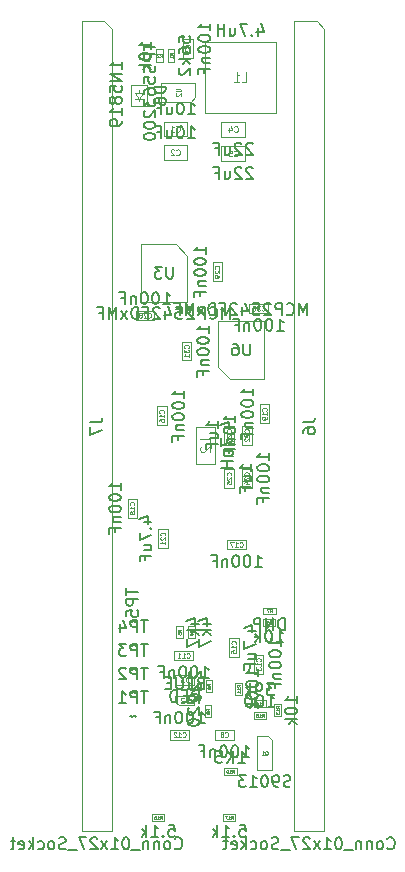
<source format=gbr>
G04 #@! TF.GenerationSoftware,KiCad,Pcbnew,8.0.5*
G04 #@! TF.CreationDate,2024-10-01T14:56:49-07:00*
G04 #@! TF.ProjectId,gr25_nodes,67723235-5f6e-46f6-9465-732e6b696361,rev?*
G04 #@! TF.SameCoordinates,Original*
G04 #@! TF.FileFunction,AssemblyDrawing,Bot*
%FSLAX46Y46*%
G04 Gerber Fmt 4.6, Leading zero omitted, Abs format (unit mm)*
G04 Created by KiCad (PCBNEW 8.0.5) date 2024-10-01 14:56:49*
%MOMM*%
%LPD*%
G01*
G04 APERTURE LIST*
%ADD10C,0.150000*%
%ADD11C,0.040000*%
%ADD12C,0.080000*%
%ADD13C,0.060000*%
%ADD14C,0.120000*%
%ADD15C,0.050000*%
%ADD16C,0.100000*%
G04 APERTURE END LIST*
D10*
X118480057Y-85661905D02*
X118432438Y-85709524D01*
X118432438Y-85709524D02*
X118384819Y-85804762D01*
X118384819Y-85804762D02*
X118384819Y-86042857D01*
X118384819Y-86042857D02*
X118432438Y-86138095D01*
X118432438Y-86138095D02*
X118480057Y-86185714D01*
X118480057Y-86185714D02*
X118575295Y-86233333D01*
X118575295Y-86233333D02*
X118670533Y-86233333D01*
X118670533Y-86233333D02*
X118813390Y-86185714D01*
X118813390Y-86185714D02*
X119384819Y-85614286D01*
X119384819Y-85614286D02*
X119384819Y-86233333D01*
X118480057Y-86614286D02*
X118432438Y-86661905D01*
X118432438Y-86661905D02*
X118384819Y-86757143D01*
X118384819Y-86757143D02*
X118384819Y-86995238D01*
X118384819Y-86995238D02*
X118432438Y-87090476D01*
X118432438Y-87090476D02*
X118480057Y-87138095D01*
X118480057Y-87138095D02*
X118575295Y-87185714D01*
X118575295Y-87185714D02*
X118670533Y-87185714D01*
X118670533Y-87185714D02*
X118813390Y-87138095D01*
X118813390Y-87138095D02*
X119384819Y-86566667D01*
X119384819Y-86566667D02*
X119384819Y-87185714D01*
X118384819Y-87804762D02*
X118384819Y-87900000D01*
X118384819Y-87900000D02*
X118432438Y-87995238D01*
X118432438Y-87995238D02*
X118480057Y-88042857D01*
X118480057Y-88042857D02*
X118575295Y-88090476D01*
X118575295Y-88090476D02*
X118765771Y-88138095D01*
X118765771Y-88138095D02*
X119003866Y-88138095D01*
X119003866Y-88138095D02*
X119194342Y-88090476D01*
X119194342Y-88090476D02*
X119289580Y-88042857D01*
X119289580Y-88042857D02*
X119337200Y-87995238D01*
X119337200Y-87995238D02*
X119384819Y-87900000D01*
X119384819Y-87900000D02*
X119384819Y-87804762D01*
X119384819Y-87804762D02*
X119337200Y-87709524D01*
X119337200Y-87709524D02*
X119289580Y-87661905D01*
X119289580Y-87661905D02*
X119194342Y-87614286D01*
X119194342Y-87614286D02*
X119003866Y-87566667D01*
X119003866Y-87566667D02*
X118765771Y-87566667D01*
X118765771Y-87566667D02*
X118575295Y-87614286D01*
X118575295Y-87614286D02*
X118480057Y-87661905D01*
X118480057Y-87661905D02*
X118432438Y-87709524D01*
X118432438Y-87709524D02*
X118384819Y-87804762D01*
D11*
X120218200Y-86856667D02*
X120094391Y-86770000D01*
X120218200Y-86708095D02*
X119958200Y-86708095D01*
X119958200Y-86708095D02*
X119958200Y-86807143D01*
X119958200Y-86807143D02*
X119970581Y-86831905D01*
X119970581Y-86831905D02*
X119982962Y-86844286D01*
X119982962Y-86844286D02*
X120007724Y-86856667D01*
X120007724Y-86856667D02*
X120044867Y-86856667D01*
X120044867Y-86856667D02*
X120069629Y-86844286D01*
X120069629Y-86844286D02*
X120082010Y-86831905D01*
X120082010Y-86831905D02*
X120094391Y-86807143D01*
X120094391Y-86807143D02*
X120094391Y-86708095D01*
X120069629Y-87005238D02*
X120057248Y-86980476D01*
X120057248Y-86980476D02*
X120044867Y-86968095D01*
X120044867Y-86968095D02*
X120020105Y-86955714D01*
X120020105Y-86955714D02*
X120007724Y-86955714D01*
X120007724Y-86955714D02*
X119982962Y-86968095D01*
X119982962Y-86968095D02*
X119970581Y-86980476D01*
X119970581Y-86980476D02*
X119958200Y-87005238D01*
X119958200Y-87005238D02*
X119958200Y-87054762D01*
X119958200Y-87054762D02*
X119970581Y-87079524D01*
X119970581Y-87079524D02*
X119982962Y-87091905D01*
X119982962Y-87091905D02*
X120007724Y-87104286D01*
X120007724Y-87104286D02*
X120020105Y-87104286D01*
X120020105Y-87104286D02*
X120044867Y-87091905D01*
X120044867Y-87091905D02*
X120057248Y-87079524D01*
X120057248Y-87079524D02*
X120069629Y-87054762D01*
X120069629Y-87054762D02*
X120069629Y-87005238D01*
X120069629Y-87005238D02*
X120082010Y-86980476D01*
X120082010Y-86980476D02*
X120094391Y-86968095D01*
X120094391Y-86968095D02*
X120119153Y-86955714D01*
X120119153Y-86955714D02*
X120168677Y-86955714D01*
X120168677Y-86955714D02*
X120193439Y-86968095D01*
X120193439Y-86968095D02*
X120205820Y-86980476D01*
X120205820Y-86980476D02*
X120218200Y-87005238D01*
X120218200Y-87005238D02*
X120218200Y-87054762D01*
X120218200Y-87054762D02*
X120205820Y-87079524D01*
X120205820Y-87079524D02*
X120193439Y-87091905D01*
X120193439Y-87091905D02*
X120168677Y-87104286D01*
X120168677Y-87104286D02*
X120119153Y-87104286D01*
X120119153Y-87104286D02*
X120094391Y-87091905D01*
X120094391Y-87091905D02*
X120082010Y-87079524D01*
X120082010Y-87079524D02*
X120069629Y-87054762D01*
D10*
X123892856Y-38867557D02*
X123845237Y-38819938D01*
X123845237Y-38819938D02*
X123749999Y-38772319D01*
X123749999Y-38772319D02*
X123511904Y-38772319D01*
X123511904Y-38772319D02*
X123416666Y-38819938D01*
X123416666Y-38819938D02*
X123369047Y-38867557D01*
X123369047Y-38867557D02*
X123321428Y-38962795D01*
X123321428Y-38962795D02*
X123321428Y-39058033D01*
X123321428Y-39058033D02*
X123369047Y-39200890D01*
X123369047Y-39200890D02*
X123940475Y-39772319D01*
X123940475Y-39772319D02*
X123321428Y-39772319D01*
X122940475Y-38867557D02*
X122892856Y-38819938D01*
X122892856Y-38819938D02*
X122797618Y-38772319D01*
X122797618Y-38772319D02*
X122559523Y-38772319D01*
X122559523Y-38772319D02*
X122464285Y-38819938D01*
X122464285Y-38819938D02*
X122416666Y-38867557D01*
X122416666Y-38867557D02*
X122369047Y-38962795D01*
X122369047Y-38962795D02*
X122369047Y-39058033D01*
X122369047Y-39058033D02*
X122416666Y-39200890D01*
X122416666Y-39200890D02*
X122988094Y-39772319D01*
X122988094Y-39772319D02*
X122369047Y-39772319D01*
X121511904Y-39105652D02*
X121511904Y-39772319D01*
X121940475Y-39105652D02*
X121940475Y-39629461D01*
X121940475Y-39629461D02*
X121892856Y-39724700D01*
X121892856Y-39724700D02*
X121797618Y-39772319D01*
X121797618Y-39772319D02*
X121654761Y-39772319D01*
X121654761Y-39772319D02*
X121559523Y-39724700D01*
X121559523Y-39724700D02*
X121511904Y-39677080D01*
X120702380Y-39248509D02*
X121035713Y-39248509D01*
X121035713Y-39772319D02*
X121035713Y-38772319D01*
X121035713Y-38772319D02*
X120559523Y-38772319D01*
D12*
X122333333Y-37817030D02*
X122357142Y-37840840D01*
X122357142Y-37840840D02*
X122428571Y-37864649D01*
X122428571Y-37864649D02*
X122476190Y-37864649D01*
X122476190Y-37864649D02*
X122547618Y-37840840D01*
X122547618Y-37840840D02*
X122595237Y-37793220D01*
X122595237Y-37793220D02*
X122619047Y-37745601D01*
X122619047Y-37745601D02*
X122642856Y-37650363D01*
X122642856Y-37650363D02*
X122642856Y-37578935D01*
X122642856Y-37578935D02*
X122619047Y-37483697D01*
X122619047Y-37483697D02*
X122595237Y-37436078D01*
X122595237Y-37436078D02*
X122547618Y-37388459D01*
X122547618Y-37388459D02*
X122476190Y-37364649D01*
X122476190Y-37364649D02*
X122428571Y-37364649D01*
X122428571Y-37364649D02*
X122357142Y-37388459D01*
X122357142Y-37388459D02*
X122333333Y-37412268D01*
X121904761Y-37531316D02*
X121904761Y-37864649D01*
X122023809Y-37340840D02*
X122142856Y-37697982D01*
X122142856Y-37697982D02*
X121833333Y-37697982D01*
D10*
X119597619Y-84084819D02*
X120169047Y-84084819D01*
X119883333Y-84084819D02*
X119883333Y-83084819D01*
X119883333Y-83084819D02*
X119978571Y-83227676D01*
X119978571Y-83227676D02*
X120073809Y-83322914D01*
X120073809Y-83322914D02*
X120169047Y-83370533D01*
X118978571Y-83084819D02*
X118883333Y-83084819D01*
X118883333Y-83084819D02*
X118788095Y-83132438D01*
X118788095Y-83132438D02*
X118740476Y-83180057D01*
X118740476Y-83180057D02*
X118692857Y-83275295D01*
X118692857Y-83275295D02*
X118645238Y-83465771D01*
X118645238Y-83465771D02*
X118645238Y-83703866D01*
X118645238Y-83703866D02*
X118692857Y-83894342D01*
X118692857Y-83894342D02*
X118740476Y-83989580D01*
X118740476Y-83989580D02*
X118788095Y-84037200D01*
X118788095Y-84037200D02*
X118883333Y-84084819D01*
X118883333Y-84084819D02*
X118978571Y-84084819D01*
X118978571Y-84084819D02*
X119073809Y-84037200D01*
X119073809Y-84037200D02*
X119121428Y-83989580D01*
X119121428Y-83989580D02*
X119169047Y-83894342D01*
X119169047Y-83894342D02*
X119216666Y-83703866D01*
X119216666Y-83703866D02*
X119216666Y-83465771D01*
X119216666Y-83465771D02*
X119169047Y-83275295D01*
X119169047Y-83275295D02*
X119121428Y-83180057D01*
X119121428Y-83180057D02*
X119073809Y-83132438D01*
X119073809Y-83132438D02*
X118978571Y-83084819D01*
X118026190Y-83084819D02*
X117930952Y-83084819D01*
X117930952Y-83084819D02*
X117835714Y-83132438D01*
X117835714Y-83132438D02*
X117788095Y-83180057D01*
X117788095Y-83180057D02*
X117740476Y-83275295D01*
X117740476Y-83275295D02*
X117692857Y-83465771D01*
X117692857Y-83465771D02*
X117692857Y-83703866D01*
X117692857Y-83703866D02*
X117740476Y-83894342D01*
X117740476Y-83894342D02*
X117788095Y-83989580D01*
X117788095Y-83989580D02*
X117835714Y-84037200D01*
X117835714Y-84037200D02*
X117930952Y-84084819D01*
X117930952Y-84084819D02*
X118026190Y-84084819D01*
X118026190Y-84084819D02*
X118121428Y-84037200D01*
X118121428Y-84037200D02*
X118169047Y-83989580D01*
X118169047Y-83989580D02*
X118216666Y-83894342D01*
X118216666Y-83894342D02*
X118264285Y-83703866D01*
X118264285Y-83703866D02*
X118264285Y-83465771D01*
X118264285Y-83465771D02*
X118216666Y-83275295D01*
X118216666Y-83275295D02*
X118169047Y-83180057D01*
X118169047Y-83180057D02*
X118121428Y-83132438D01*
X118121428Y-83132438D02*
X118026190Y-83084819D01*
X117264285Y-83418152D02*
X117264285Y-84084819D01*
X117264285Y-83513390D02*
X117216666Y-83465771D01*
X117216666Y-83465771D02*
X117121428Y-83418152D01*
X117121428Y-83418152D02*
X116978571Y-83418152D01*
X116978571Y-83418152D02*
X116883333Y-83465771D01*
X116883333Y-83465771D02*
X116835714Y-83561009D01*
X116835714Y-83561009D02*
X116835714Y-84084819D01*
X116026190Y-83561009D02*
X116359523Y-83561009D01*
X116359523Y-84084819D02*
X116359523Y-83084819D01*
X116359523Y-83084819D02*
X115883333Y-83084819D01*
D13*
X118307142Y-82343832D02*
X118326190Y-82362880D01*
X118326190Y-82362880D02*
X118383332Y-82381927D01*
X118383332Y-82381927D02*
X118421428Y-82381927D01*
X118421428Y-82381927D02*
X118478571Y-82362880D01*
X118478571Y-82362880D02*
X118516666Y-82324784D01*
X118516666Y-82324784D02*
X118535713Y-82286689D01*
X118535713Y-82286689D02*
X118554761Y-82210499D01*
X118554761Y-82210499D02*
X118554761Y-82153356D01*
X118554761Y-82153356D02*
X118535713Y-82077165D01*
X118535713Y-82077165D02*
X118516666Y-82039070D01*
X118516666Y-82039070D02*
X118478571Y-82000975D01*
X118478571Y-82000975D02*
X118421428Y-81981927D01*
X118421428Y-81981927D02*
X118383332Y-81981927D01*
X118383332Y-81981927D02*
X118326190Y-82000975D01*
X118326190Y-82000975D02*
X118307142Y-82020022D01*
X117926190Y-82381927D02*
X118154761Y-82381927D01*
X118040475Y-82381927D02*
X118040475Y-81981927D01*
X118040475Y-81981927D02*
X118078571Y-82039070D01*
X118078571Y-82039070D02*
X118116666Y-82077165D01*
X118116666Y-82077165D02*
X118154761Y-82096213D01*
X117545238Y-82381927D02*
X117773809Y-82381927D01*
X117659523Y-82381927D02*
X117659523Y-81981927D01*
X117659523Y-81981927D02*
X117697619Y-82039070D01*
X117697619Y-82039070D02*
X117735714Y-82077165D01*
X117735714Y-82077165D02*
X117773809Y-82096213D01*
D10*
X120184819Y-54852380D02*
X120184819Y-54280952D01*
X120184819Y-54566666D02*
X119184819Y-54566666D01*
X119184819Y-54566666D02*
X119327676Y-54471428D01*
X119327676Y-54471428D02*
X119422914Y-54376190D01*
X119422914Y-54376190D02*
X119470533Y-54280952D01*
X119184819Y-55471428D02*
X119184819Y-55566666D01*
X119184819Y-55566666D02*
X119232438Y-55661904D01*
X119232438Y-55661904D02*
X119280057Y-55709523D01*
X119280057Y-55709523D02*
X119375295Y-55757142D01*
X119375295Y-55757142D02*
X119565771Y-55804761D01*
X119565771Y-55804761D02*
X119803866Y-55804761D01*
X119803866Y-55804761D02*
X119994342Y-55757142D01*
X119994342Y-55757142D02*
X120089580Y-55709523D01*
X120089580Y-55709523D02*
X120137200Y-55661904D01*
X120137200Y-55661904D02*
X120184819Y-55566666D01*
X120184819Y-55566666D02*
X120184819Y-55471428D01*
X120184819Y-55471428D02*
X120137200Y-55376190D01*
X120137200Y-55376190D02*
X120089580Y-55328571D01*
X120089580Y-55328571D02*
X119994342Y-55280952D01*
X119994342Y-55280952D02*
X119803866Y-55233333D01*
X119803866Y-55233333D02*
X119565771Y-55233333D01*
X119565771Y-55233333D02*
X119375295Y-55280952D01*
X119375295Y-55280952D02*
X119280057Y-55328571D01*
X119280057Y-55328571D02*
X119232438Y-55376190D01*
X119232438Y-55376190D02*
X119184819Y-55471428D01*
X119184819Y-56423809D02*
X119184819Y-56519047D01*
X119184819Y-56519047D02*
X119232438Y-56614285D01*
X119232438Y-56614285D02*
X119280057Y-56661904D01*
X119280057Y-56661904D02*
X119375295Y-56709523D01*
X119375295Y-56709523D02*
X119565771Y-56757142D01*
X119565771Y-56757142D02*
X119803866Y-56757142D01*
X119803866Y-56757142D02*
X119994342Y-56709523D01*
X119994342Y-56709523D02*
X120089580Y-56661904D01*
X120089580Y-56661904D02*
X120137200Y-56614285D01*
X120137200Y-56614285D02*
X120184819Y-56519047D01*
X120184819Y-56519047D02*
X120184819Y-56423809D01*
X120184819Y-56423809D02*
X120137200Y-56328571D01*
X120137200Y-56328571D02*
X120089580Y-56280952D01*
X120089580Y-56280952D02*
X119994342Y-56233333D01*
X119994342Y-56233333D02*
X119803866Y-56185714D01*
X119803866Y-56185714D02*
X119565771Y-56185714D01*
X119565771Y-56185714D02*
X119375295Y-56233333D01*
X119375295Y-56233333D02*
X119280057Y-56280952D01*
X119280057Y-56280952D02*
X119232438Y-56328571D01*
X119232438Y-56328571D02*
X119184819Y-56423809D01*
X119518152Y-57185714D02*
X120184819Y-57185714D01*
X119613390Y-57185714D02*
X119565771Y-57233333D01*
X119565771Y-57233333D02*
X119518152Y-57328571D01*
X119518152Y-57328571D02*
X119518152Y-57471428D01*
X119518152Y-57471428D02*
X119565771Y-57566666D01*
X119565771Y-57566666D02*
X119661009Y-57614285D01*
X119661009Y-57614285D02*
X120184819Y-57614285D01*
X119661009Y-58423809D02*
X119661009Y-58090476D01*
X120184819Y-58090476D02*
X119184819Y-58090476D01*
X119184819Y-58090476D02*
X119184819Y-58566666D01*
D13*
X118443832Y-56142857D02*
X118462880Y-56123809D01*
X118462880Y-56123809D02*
X118481927Y-56066667D01*
X118481927Y-56066667D02*
X118481927Y-56028571D01*
X118481927Y-56028571D02*
X118462880Y-55971428D01*
X118462880Y-55971428D02*
X118424784Y-55933333D01*
X118424784Y-55933333D02*
X118386689Y-55914286D01*
X118386689Y-55914286D02*
X118310499Y-55895238D01*
X118310499Y-55895238D02*
X118253356Y-55895238D01*
X118253356Y-55895238D02*
X118177165Y-55914286D01*
X118177165Y-55914286D02*
X118139070Y-55933333D01*
X118139070Y-55933333D02*
X118100975Y-55971428D01*
X118100975Y-55971428D02*
X118081927Y-56028571D01*
X118081927Y-56028571D02*
X118081927Y-56066667D01*
X118081927Y-56066667D02*
X118100975Y-56123809D01*
X118100975Y-56123809D02*
X118120022Y-56142857D01*
X118081927Y-56276190D02*
X118081927Y-56523809D01*
X118081927Y-56523809D02*
X118234308Y-56390476D01*
X118234308Y-56390476D02*
X118234308Y-56447619D01*
X118234308Y-56447619D02*
X118253356Y-56485714D01*
X118253356Y-56485714D02*
X118272403Y-56504762D01*
X118272403Y-56504762D02*
X118310499Y-56523809D01*
X118310499Y-56523809D02*
X118405737Y-56523809D01*
X118405737Y-56523809D02*
X118443832Y-56504762D01*
X118443832Y-56504762D02*
X118462880Y-56485714D01*
X118462880Y-56485714D02*
X118481927Y-56447619D01*
X118481927Y-56447619D02*
X118481927Y-56333333D01*
X118481927Y-56333333D02*
X118462880Y-56295238D01*
X118462880Y-56295238D02*
X118443832Y-56276190D01*
X118481927Y-56904761D02*
X118481927Y-56676190D01*
X118481927Y-56790476D02*
X118081927Y-56790476D01*
X118081927Y-56790476D02*
X118139070Y-56752380D01*
X118139070Y-56752380D02*
X118177165Y-56714285D01*
X118177165Y-56714285D02*
X118196213Y-56676190D01*
D10*
X112804819Y-32507141D02*
X112804819Y-31935713D01*
X112804819Y-32221427D02*
X111804819Y-32221427D01*
X111804819Y-32221427D02*
X111947676Y-32126189D01*
X111947676Y-32126189D02*
X112042914Y-32030951D01*
X112042914Y-32030951D02*
X112090533Y-31935713D01*
X112804819Y-32935713D02*
X111804819Y-32935713D01*
X111804819Y-32935713D02*
X112804819Y-33507141D01*
X112804819Y-33507141D02*
X111804819Y-33507141D01*
X111804819Y-34459522D02*
X111804819Y-33983332D01*
X111804819Y-33983332D02*
X112281009Y-33935713D01*
X112281009Y-33935713D02*
X112233390Y-33983332D01*
X112233390Y-33983332D02*
X112185771Y-34078570D01*
X112185771Y-34078570D02*
X112185771Y-34316665D01*
X112185771Y-34316665D02*
X112233390Y-34411903D01*
X112233390Y-34411903D02*
X112281009Y-34459522D01*
X112281009Y-34459522D02*
X112376247Y-34507141D01*
X112376247Y-34507141D02*
X112614342Y-34507141D01*
X112614342Y-34507141D02*
X112709580Y-34459522D01*
X112709580Y-34459522D02*
X112757200Y-34411903D01*
X112757200Y-34411903D02*
X112804819Y-34316665D01*
X112804819Y-34316665D02*
X112804819Y-34078570D01*
X112804819Y-34078570D02*
X112757200Y-33983332D01*
X112757200Y-33983332D02*
X112709580Y-33935713D01*
X112233390Y-35078570D02*
X112185771Y-34983332D01*
X112185771Y-34983332D02*
X112138152Y-34935713D01*
X112138152Y-34935713D02*
X112042914Y-34888094D01*
X112042914Y-34888094D02*
X111995295Y-34888094D01*
X111995295Y-34888094D02*
X111900057Y-34935713D01*
X111900057Y-34935713D02*
X111852438Y-34983332D01*
X111852438Y-34983332D02*
X111804819Y-35078570D01*
X111804819Y-35078570D02*
X111804819Y-35269046D01*
X111804819Y-35269046D02*
X111852438Y-35364284D01*
X111852438Y-35364284D02*
X111900057Y-35411903D01*
X111900057Y-35411903D02*
X111995295Y-35459522D01*
X111995295Y-35459522D02*
X112042914Y-35459522D01*
X112042914Y-35459522D02*
X112138152Y-35411903D01*
X112138152Y-35411903D02*
X112185771Y-35364284D01*
X112185771Y-35364284D02*
X112233390Y-35269046D01*
X112233390Y-35269046D02*
X112233390Y-35078570D01*
X112233390Y-35078570D02*
X112281009Y-34983332D01*
X112281009Y-34983332D02*
X112328628Y-34935713D01*
X112328628Y-34935713D02*
X112423866Y-34888094D01*
X112423866Y-34888094D02*
X112614342Y-34888094D01*
X112614342Y-34888094D02*
X112709580Y-34935713D01*
X112709580Y-34935713D02*
X112757200Y-34983332D01*
X112757200Y-34983332D02*
X112804819Y-35078570D01*
X112804819Y-35078570D02*
X112804819Y-35269046D01*
X112804819Y-35269046D02*
X112757200Y-35364284D01*
X112757200Y-35364284D02*
X112709580Y-35411903D01*
X112709580Y-35411903D02*
X112614342Y-35459522D01*
X112614342Y-35459522D02*
X112423866Y-35459522D01*
X112423866Y-35459522D02*
X112328628Y-35411903D01*
X112328628Y-35411903D02*
X112281009Y-35364284D01*
X112281009Y-35364284D02*
X112233390Y-35269046D01*
X112804819Y-36411903D02*
X112804819Y-35840475D01*
X112804819Y-36126189D02*
X111804819Y-36126189D01*
X111804819Y-36126189D02*
X111947676Y-36030951D01*
X111947676Y-36030951D02*
X112042914Y-35935713D01*
X112042914Y-35935713D02*
X112090533Y-35840475D01*
X112804819Y-36888094D02*
X112804819Y-37078570D01*
X112804819Y-37078570D02*
X112757200Y-37173808D01*
X112757200Y-37173808D02*
X112709580Y-37221427D01*
X112709580Y-37221427D02*
X112566723Y-37316665D01*
X112566723Y-37316665D02*
X112376247Y-37364284D01*
X112376247Y-37364284D02*
X111995295Y-37364284D01*
X111995295Y-37364284D02*
X111900057Y-37316665D01*
X111900057Y-37316665D02*
X111852438Y-37269046D01*
X111852438Y-37269046D02*
X111804819Y-37173808D01*
X111804819Y-37173808D02*
X111804819Y-36983332D01*
X111804819Y-36983332D02*
X111852438Y-36888094D01*
X111852438Y-36888094D02*
X111900057Y-36840475D01*
X111900057Y-36840475D02*
X111995295Y-36792856D01*
X111995295Y-36792856D02*
X112233390Y-36792856D01*
X112233390Y-36792856D02*
X112328628Y-36840475D01*
X112328628Y-36840475D02*
X112376247Y-36888094D01*
X112376247Y-36888094D02*
X112423866Y-36983332D01*
X112423866Y-36983332D02*
X112423866Y-37173808D01*
X112423866Y-37173808D02*
X112376247Y-37269046D01*
X112376247Y-37269046D02*
X112328628Y-37316665D01*
X112328628Y-37316665D02*
X112233390Y-37364284D01*
X116554820Y-34011904D02*
X115554820Y-34011904D01*
X115554820Y-34011904D02*
X115554820Y-34249999D01*
X115554820Y-34249999D02*
X115602439Y-34392856D01*
X115602439Y-34392856D02*
X115697677Y-34488094D01*
X115697677Y-34488094D02*
X115792915Y-34535713D01*
X115792915Y-34535713D02*
X115983391Y-34583332D01*
X115983391Y-34583332D02*
X116126248Y-34583332D01*
X116126248Y-34583332D02*
X116316724Y-34535713D01*
X116316724Y-34535713D02*
X116411962Y-34488094D01*
X116411962Y-34488094D02*
X116507201Y-34392856D01*
X116507201Y-34392856D02*
X116554820Y-34249999D01*
X116554820Y-34249999D02*
X116554820Y-34011904D01*
X115554820Y-35440475D02*
X115554820Y-35249999D01*
X115554820Y-35249999D02*
X115602439Y-35154761D01*
X115602439Y-35154761D02*
X115650058Y-35107142D01*
X115650058Y-35107142D02*
X115792915Y-35011904D01*
X115792915Y-35011904D02*
X115983391Y-34964285D01*
X115983391Y-34964285D02*
X116364343Y-34964285D01*
X116364343Y-34964285D02*
X116459581Y-35011904D01*
X116459581Y-35011904D02*
X116507201Y-35059523D01*
X116507201Y-35059523D02*
X116554820Y-35154761D01*
X116554820Y-35154761D02*
X116554820Y-35345237D01*
X116554820Y-35345237D02*
X116507201Y-35440475D01*
X116507201Y-35440475D02*
X116459581Y-35488094D01*
X116459581Y-35488094D02*
X116364343Y-35535713D01*
X116364343Y-35535713D02*
X116126248Y-35535713D01*
X116126248Y-35535713D02*
X116031010Y-35488094D01*
X116031010Y-35488094D02*
X115983391Y-35440475D01*
X115983391Y-35440475D02*
X115935772Y-35345237D01*
X115935772Y-35345237D02*
X115935772Y-35154761D01*
X115935772Y-35154761D02*
X115983391Y-35059523D01*
X115983391Y-35059523D02*
X116031010Y-35011904D01*
X116031010Y-35011904D02*
X116126248Y-34964285D01*
X116770953Y-96524819D02*
X117247143Y-96524819D01*
X117247143Y-96524819D02*
X117294762Y-97001009D01*
X117294762Y-97001009D02*
X117247143Y-96953390D01*
X117247143Y-96953390D02*
X117151905Y-96905771D01*
X117151905Y-96905771D02*
X116913810Y-96905771D01*
X116913810Y-96905771D02*
X116818572Y-96953390D01*
X116818572Y-96953390D02*
X116770953Y-97001009D01*
X116770953Y-97001009D02*
X116723334Y-97096247D01*
X116723334Y-97096247D02*
X116723334Y-97334342D01*
X116723334Y-97334342D02*
X116770953Y-97429580D01*
X116770953Y-97429580D02*
X116818572Y-97477200D01*
X116818572Y-97477200D02*
X116913810Y-97524819D01*
X116913810Y-97524819D02*
X117151905Y-97524819D01*
X117151905Y-97524819D02*
X117247143Y-97477200D01*
X117247143Y-97477200D02*
X117294762Y-97429580D01*
X116294762Y-97429580D02*
X116247143Y-97477200D01*
X116247143Y-97477200D02*
X116294762Y-97524819D01*
X116294762Y-97524819D02*
X116342381Y-97477200D01*
X116342381Y-97477200D02*
X116294762Y-97429580D01*
X116294762Y-97429580D02*
X116294762Y-97524819D01*
X115294763Y-97524819D02*
X115866191Y-97524819D01*
X115580477Y-97524819D02*
X115580477Y-96524819D01*
X115580477Y-96524819D02*
X115675715Y-96667676D01*
X115675715Y-96667676D02*
X115770953Y-96762914D01*
X115770953Y-96762914D02*
X115866191Y-96810533D01*
X114866191Y-97524819D02*
X114866191Y-96524819D01*
X114770953Y-97143866D02*
X114485239Y-97524819D01*
X114485239Y-96858152D02*
X114866191Y-97239104D01*
D11*
X116057143Y-96018200D02*
X116143810Y-95894391D01*
X116205715Y-96018200D02*
X116205715Y-95758200D01*
X116205715Y-95758200D02*
X116106667Y-95758200D01*
X116106667Y-95758200D02*
X116081905Y-95770581D01*
X116081905Y-95770581D02*
X116069524Y-95782962D01*
X116069524Y-95782962D02*
X116057143Y-95807724D01*
X116057143Y-95807724D02*
X116057143Y-95844867D01*
X116057143Y-95844867D02*
X116069524Y-95869629D01*
X116069524Y-95869629D02*
X116081905Y-95882010D01*
X116081905Y-95882010D02*
X116106667Y-95894391D01*
X116106667Y-95894391D02*
X116205715Y-95894391D01*
X115809524Y-96018200D02*
X115958096Y-96018200D01*
X115883810Y-96018200D02*
X115883810Y-95758200D01*
X115883810Y-95758200D02*
X115908572Y-95795343D01*
X115908572Y-95795343D02*
X115933334Y-95820105D01*
X115933334Y-95820105D02*
X115958096Y-95832486D01*
X115586667Y-95758200D02*
X115636191Y-95758200D01*
X115636191Y-95758200D02*
X115660953Y-95770581D01*
X115660953Y-95770581D02*
X115673334Y-95782962D01*
X115673334Y-95782962D02*
X115698096Y-95820105D01*
X115698096Y-95820105D02*
X115710477Y-95869629D01*
X115710477Y-95869629D02*
X115710477Y-95968677D01*
X115710477Y-95968677D02*
X115698096Y-95993439D01*
X115698096Y-95993439D02*
X115685715Y-96005820D01*
X115685715Y-96005820D02*
X115660953Y-96018200D01*
X115660953Y-96018200D02*
X115611429Y-96018200D01*
X115611429Y-96018200D02*
X115586667Y-96005820D01*
X115586667Y-96005820D02*
X115574286Y-95993439D01*
X115574286Y-95993439D02*
X115561905Y-95968677D01*
X115561905Y-95968677D02*
X115561905Y-95906772D01*
X115561905Y-95906772D02*
X115574286Y-95882010D01*
X115574286Y-95882010D02*
X115586667Y-95869629D01*
X115586667Y-95869629D02*
X115611429Y-95857248D01*
X115611429Y-95857248D02*
X115660953Y-95857248D01*
X115660953Y-95857248D02*
X115685715Y-95869629D01*
X115685715Y-95869629D02*
X115698096Y-95882010D01*
X115698096Y-95882010D02*
X115710477Y-95906772D01*
D10*
X126595712Y-80024819D02*
X126595712Y-79024819D01*
X126595712Y-79024819D02*
X126357617Y-79024819D01*
X126357617Y-79024819D02*
X126214760Y-79072438D01*
X126214760Y-79072438D02*
X126119522Y-79167676D01*
X126119522Y-79167676D02*
X126071903Y-79262914D01*
X126071903Y-79262914D02*
X126024284Y-79453390D01*
X126024284Y-79453390D02*
X126024284Y-79596247D01*
X126024284Y-79596247D02*
X126071903Y-79786723D01*
X126071903Y-79786723D02*
X126119522Y-79881961D01*
X126119522Y-79881961D02*
X126214760Y-79977200D01*
X126214760Y-79977200D02*
X126357617Y-80024819D01*
X126357617Y-80024819D02*
X126595712Y-80024819D01*
X125595712Y-80024819D02*
X125595712Y-79024819D01*
X125595712Y-79024819D02*
X125024284Y-80024819D01*
X125024284Y-80024819D02*
X125024284Y-79024819D01*
X124548093Y-80024819D02*
X124548093Y-79024819D01*
X124548093Y-79024819D02*
X124167141Y-79024819D01*
X124167141Y-79024819D02*
X124071903Y-79072438D01*
X124071903Y-79072438D02*
X124024284Y-79120057D01*
X124024284Y-79120057D02*
X123976665Y-79215295D01*
X123976665Y-79215295D02*
X123976665Y-79358152D01*
X123976665Y-79358152D02*
X124024284Y-79453390D01*
X124024284Y-79453390D02*
X124071903Y-79501009D01*
X124071903Y-79501009D02*
X124167141Y-79548628D01*
X124167141Y-79548628D02*
X124548093Y-79548628D01*
D11*
X125353331Y-78518200D02*
X125439998Y-78394391D01*
X125501903Y-78518200D02*
X125501903Y-78258200D01*
X125501903Y-78258200D02*
X125402855Y-78258200D01*
X125402855Y-78258200D02*
X125378093Y-78270581D01*
X125378093Y-78270581D02*
X125365712Y-78282962D01*
X125365712Y-78282962D02*
X125353331Y-78307724D01*
X125353331Y-78307724D02*
X125353331Y-78344867D01*
X125353331Y-78344867D02*
X125365712Y-78369629D01*
X125365712Y-78369629D02*
X125378093Y-78382010D01*
X125378093Y-78382010D02*
X125402855Y-78394391D01*
X125402855Y-78394391D02*
X125501903Y-78394391D01*
X125266665Y-78258200D02*
X125093331Y-78258200D01*
X125093331Y-78258200D02*
X125204760Y-78518200D01*
D10*
X135295239Y-98489581D02*
X135342858Y-98537201D01*
X135342858Y-98537201D02*
X135485715Y-98584820D01*
X135485715Y-98584820D02*
X135580953Y-98584820D01*
X135580953Y-98584820D02*
X135723810Y-98537201D01*
X135723810Y-98537201D02*
X135819048Y-98441962D01*
X135819048Y-98441962D02*
X135866667Y-98346724D01*
X135866667Y-98346724D02*
X135914286Y-98156248D01*
X135914286Y-98156248D02*
X135914286Y-98013391D01*
X135914286Y-98013391D02*
X135866667Y-97822915D01*
X135866667Y-97822915D02*
X135819048Y-97727677D01*
X135819048Y-97727677D02*
X135723810Y-97632439D01*
X135723810Y-97632439D02*
X135580953Y-97584820D01*
X135580953Y-97584820D02*
X135485715Y-97584820D01*
X135485715Y-97584820D02*
X135342858Y-97632439D01*
X135342858Y-97632439D02*
X135295239Y-97680058D01*
X134723810Y-98584820D02*
X134819048Y-98537201D01*
X134819048Y-98537201D02*
X134866667Y-98489581D01*
X134866667Y-98489581D02*
X134914286Y-98394343D01*
X134914286Y-98394343D02*
X134914286Y-98108629D01*
X134914286Y-98108629D02*
X134866667Y-98013391D01*
X134866667Y-98013391D02*
X134819048Y-97965772D01*
X134819048Y-97965772D02*
X134723810Y-97918153D01*
X134723810Y-97918153D02*
X134580953Y-97918153D01*
X134580953Y-97918153D02*
X134485715Y-97965772D01*
X134485715Y-97965772D02*
X134438096Y-98013391D01*
X134438096Y-98013391D02*
X134390477Y-98108629D01*
X134390477Y-98108629D02*
X134390477Y-98394343D01*
X134390477Y-98394343D02*
X134438096Y-98489581D01*
X134438096Y-98489581D02*
X134485715Y-98537201D01*
X134485715Y-98537201D02*
X134580953Y-98584820D01*
X134580953Y-98584820D02*
X134723810Y-98584820D01*
X133961905Y-97918153D02*
X133961905Y-98584820D01*
X133961905Y-98013391D02*
X133914286Y-97965772D01*
X133914286Y-97965772D02*
X133819048Y-97918153D01*
X133819048Y-97918153D02*
X133676191Y-97918153D01*
X133676191Y-97918153D02*
X133580953Y-97965772D01*
X133580953Y-97965772D02*
X133533334Y-98061010D01*
X133533334Y-98061010D02*
X133533334Y-98584820D01*
X133057143Y-97918153D02*
X133057143Y-98584820D01*
X133057143Y-98013391D02*
X133009524Y-97965772D01*
X133009524Y-97965772D02*
X132914286Y-97918153D01*
X132914286Y-97918153D02*
X132771429Y-97918153D01*
X132771429Y-97918153D02*
X132676191Y-97965772D01*
X132676191Y-97965772D02*
X132628572Y-98061010D01*
X132628572Y-98061010D02*
X132628572Y-98584820D01*
X132390477Y-98680058D02*
X131628572Y-98680058D01*
X131200000Y-97584820D02*
X131104762Y-97584820D01*
X131104762Y-97584820D02*
X131009524Y-97632439D01*
X131009524Y-97632439D02*
X130961905Y-97680058D01*
X130961905Y-97680058D02*
X130914286Y-97775296D01*
X130914286Y-97775296D02*
X130866667Y-97965772D01*
X130866667Y-97965772D02*
X130866667Y-98203867D01*
X130866667Y-98203867D02*
X130914286Y-98394343D01*
X130914286Y-98394343D02*
X130961905Y-98489581D01*
X130961905Y-98489581D02*
X131009524Y-98537201D01*
X131009524Y-98537201D02*
X131104762Y-98584820D01*
X131104762Y-98584820D02*
X131200000Y-98584820D01*
X131200000Y-98584820D02*
X131295238Y-98537201D01*
X131295238Y-98537201D02*
X131342857Y-98489581D01*
X131342857Y-98489581D02*
X131390476Y-98394343D01*
X131390476Y-98394343D02*
X131438095Y-98203867D01*
X131438095Y-98203867D02*
X131438095Y-97965772D01*
X131438095Y-97965772D02*
X131390476Y-97775296D01*
X131390476Y-97775296D02*
X131342857Y-97680058D01*
X131342857Y-97680058D02*
X131295238Y-97632439D01*
X131295238Y-97632439D02*
X131200000Y-97584820D01*
X129914286Y-98584820D02*
X130485714Y-98584820D01*
X130200000Y-98584820D02*
X130200000Y-97584820D01*
X130200000Y-97584820D02*
X130295238Y-97727677D01*
X130295238Y-97727677D02*
X130390476Y-97822915D01*
X130390476Y-97822915D02*
X130485714Y-97870534D01*
X129580952Y-98584820D02*
X129057143Y-97918153D01*
X129580952Y-97918153D02*
X129057143Y-98584820D01*
X128723809Y-97680058D02*
X128676190Y-97632439D01*
X128676190Y-97632439D02*
X128580952Y-97584820D01*
X128580952Y-97584820D02*
X128342857Y-97584820D01*
X128342857Y-97584820D02*
X128247619Y-97632439D01*
X128247619Y-97632439D02*
X128200000Y-97680058D01*
X128200000Y-97680058D02*
X128152381Y-97775296D01*
X128152381Y-97775296D02*
X128152381Y-97870534D01*
X128152381Y-97870534D02*
X128200000Y-98013391D01*
X128200000Y-98013391D02*
X128771428Y-98584820D01*
X128771428Y-98584820D02*
X128152381Y-98584820D01*
X127819047Y-97584820D02*
X127152381Y-97584820D01*
X127152381Y-97584820D02*
X127580952Y-98584820D01*
X127009524Y-98680058D02*
X126247619Y-98680058D01*
X126057142Y-98537201D02*
X125914285Y-98584820D01*
X125914285Y-98584820D02*
X125676190Y-98584820D01*
X125676190Y-98584820D02*
X125580952Y-98537201D01*
X125580952Y-98537201D02*
X125533333Y-98489581D01*
X125533333Y-98489581D02*
X125485714Y-98394343D01*
X125485714Y-98394343D02*
X125485714Y-98299105D01*
X125485714Y-98299105D02*
X125533333Y-98203867D01*
X125533333Y-98203867D02*
X125580952Y-98156248D01*
X125580952Y-98156248D02*
X125676190Y-98108629D01*
X125676190Y-98108629D02*
X125866666Y-98061010D01*
X125866666Y-98061010D02*
X125961904Y-98013391D01*
X125961904Y-98013391D02*
X126009523Y-97965772D01*
X126009523Y-97965772D02*
X126057142Y-97870534D01*
X126057142Y-97870534D02*
X126057142Y-97775296D01*
X126057142Y-97775296D02*
X126009523Y-97680058D01*
X126009523Y-97680058D02*
X125961904Y-97632439D01*
X125961904Y-97632439D02*
X125866666Y-97584820D01*
X125866666Y-97584820D02*
X125628571Y-97584820D01*
X125628571Y-97584820D02*
X125485714Y-97632439D01*
X124914285Y-98584820D02*
X125009523Y-98537201D01*
X125009523Y-98537201D02*
X125057142Y-98489581D01*
X125057142Y-98489581D02*
X125104761Y-98394343D01*
X125104761Y-98394343D02*
X125104761Y-98108629D01*
X125104761Y-98108629D02*
X125057142Y-98013391D01*
X125057142Y-98013391D02*
X125009523Y-97965772D01*
X125009523Y-97965772D02*
X124914285Y-97918153D01*
X124914285Y-97918153D02*
X124771428Y-97918153D01*
X124771428Y-97918153D02*
X124676190Y-97965772D01*
X124676190Y-97965772D02*
X124628571Y-98013391D01*
X124628571Y-98013391D02*
X124580952Y-98108629D01*
X124580952Y-98108629D02*
X124580952Y-98394343D01*
X124580952Y-98394343D02*
X124628571Y-98489581D01*
X124628571Y-98489581D02*
X124676190Y-98537201D01*
X124676190Y-98537201D02*
X124771428Y-98584820D01*
X124771428Y-98584820D02*
X124914285Y-98584820D01*
X123723809Y-98537201D02*
X123819047Y-98584820D01*
X123819047Y-98584820D02*
X124009523Y-98584820D01*
X124009523Y-98584820D02*
X124104761Y-98537201D01*
X124104761Y-98537201D02*
X124152380Y-98489581D01*
X124152380Y-98489581D02*
X124199999Y-98394343D01*
X124199999Y-98394343D02*
X124199999Y-98108629D01*
X124199999Y-98108629D02*
X124152380Y-98013391D01*
X124152380Y-98013391D02*
X124104761Y-97965772D01*
X124104761Y-97965772D02*
X124009523Y-97918153D01*
X124009523Y-97918153D02*
X123819047Y-97918153D01*
X123819047Y-97918153D02*
X123723809Y-97965772D01*
X123295237Y-98584820D02*
X123295237Y-97584820D01*
X123199999Y-98203867D02*
X122914285Y-98584820D01*
X122914285Y-97918153D02*
X123295237Y-98299105D01*
X122104761Y-98537201D02*
X122199999Y-98584820D01*
X122199999Y-98584820D02*
X122390475Y-98584820D01*
X122390475Y-98584820D02*
X122485713Y-98537201D01*
X122485713Y-98537201D02*
X122533332Y-98441962D01*
X122533332Y-98441962D02*
X122533332Y-98061010D01*
X122533332Y-98061010D02*
X122485713Y-97965772D01*
X122485713Y-97965772D02*
X122390475Y-97918153D01*
X122390475Y-97918153D02*
X122199999Y-97918153D01*
X122199999Y-97918153D02*
X122104761Y-97965772D01*
X122104761Y-97965772D02*
X122057142Y-98061010D01*
X122057142Y-98061010D02*
X122057142Y-98156248D01*
X122057142Y-98156248D02*
X122533332Y-98251486D01*
X121771427Y-97918153D02*
X121390475Y-97918153D01*
X121628570Y-97584820D02*
X121628570Y-98441962D01*
X121628570Y-98441962D02*
X121580951Y-98537201D01*
X121580951Y-98537201D02*
X121485713Y-98584820D01*
X121485713Y-98584820D02*
X121390475Y-98584820D01*
X128154819Y-62446666D02*
X128869104Y-62446666D01*
X128869104Y-62446666D02*
X129011961Y-62399047D01*
X129011961Y-62399047D02*
X129107200Y-62303809D01*
X129107200Y-62303809D02*
X129154819Y-62160952D01*
X129154819Y-62160952D02*
X129154819Y-62065714D01*
X128154819Y-63351428D02*
X128154819Y-63160952D01*
X128154819Y-63160952D02*
X128202438Y-63065714D01*
X128202438Y-63065714D02*
X128250057Y-63018095D01*
X128250057Y-63018095D02*
X128392914Y-62922857D01*
X128392914Y-62922857D02*
X128583390Y-62875238D01*
X128583390Y-62875238D02*
X128964342Y-62875238D01*
X128964342Y-62875238D02*
X129059580Y-62922857D01*
X129059580Y-62922857D02*
X129107200Y-62970476D01*
X129107200Y-62970476D02*
X129154819Y-63065714D01*
X129154819Y-63065714D02*
X129154819Y-63256190D01*
X129154819Y-63256190D02*
X129107200Y-63351428D01*
X129107200Y-63351428D02*
X129059580Y-63399047D01*
X129059580Y-63399047D02*
X128964342Y-63446666D01*
X128964342Y-63446666D02*
X128726247Y-63446666D01*
X128726247Y-63446666D02*
X128631009Y-63399047D01*
X128631009Y-63399047D02*
X128583390Y-63351428D01*
X128583390Y-63351428D02*
X128535771Y-63256190D01*
X128535771Y-63256190D02*
X128535771Y-63065714D01*
X128535771Y-63065714D02*
X128583390Y-62970476D01*
X128583390Y-62970476D02*
X128631009Y-62922857D01*
X128631009Y-62922857D02*
X128726247Y-62875238D01*
X118084819Y-60352380D02*
X118084819Y-59780952D01*
X118084819Y-60066666D02*
X117084819Y-60066666D01*
X117084819Y-60066666D02*
X117227676Y-59971428D01*
X117227676Y-59971428D02*
X117322914Y-59876190D01*
X117322914Y-59876190D02*
X117370533Y-59780952D01*
X117084819Y-60971428D02*
X117084819Y-61066666D01*
X117084819Y-61066666D02*
X117132438Y-61161904D01*
X117132438Y-61161904D02*
X117180057Y-61209523D01*
X117180057Y-61209523D02*
X117275295Y-61257142D01*
X117275295Y-61257142D02*
X117465771Y-61304761D01*
X117465771Y-61304761D02*
X117703866Y-61304761D01*
X117703866Y-61304761D02*
X117894342Y-61257142D01*
X117894342Y-61257142D02*
X117989580Y-61209523D01*
X117989580Y-61209523D02*
X118037200Y-61161904D01*
X118037200Y-61161904D02*
X118084819Y-61066666D01*
X118084819Y-61066666D02*
X118084819Y-60971428D01*
X118084819Y-60971428D02*
X118037200Y-60876190D01*
X118037200Y-60876190D02*
X117989580Y-60828571D01*
X117989580Y-60828571D02*
X117894342Y-60780952D01*
X117894342Y-60780952D02*
X117703866Y-60733333D01*
X117703866Y-60733333D02*
X117465771Y-60733333D01*
X117465771Y-60733333D02*
X117275295Y-60780952D01*
X117275295Y-60780952D02*
X117180057Y-60828571D01*
X117180057Y-60828571D02*
X117132438Y-60876190D01*
X117132438Y-60876190D02*
X117084819Y-60971428D01*
X117084819Y-61923809D02*
X117084819Y-62019047D01*
X117084819Y-62019047D02*
X117132438Y-62114285D01*
X117132438Y-62114285D02*
X117180057Y-62161904D01*
X117180057Y-62161904D02*
X117275295Y-62209523D01*
X117275295Y-62209523D02*
X117465771Y-62257142D01*
X117465771Y-62257142D02*
X117703866Y-62257142D01*
X117703866Y-62257142D02*
X117894342Y-62209523D01*
X117894342Y-62209523D02*
X117989580Y-62161904D01*
X117989580Y-62161904D02*
X118037200Y-62114285D01*
X118037200Y-62114285D02*
X118084819Y-62019047D01*
X118084819Y-62019047D02*
X118084819Y-61923809D01*
X118084819Y-61923809D02*
X118037200Y-61828571D01*
X118037200Y-61828571D02*
X117989580Y-61780952D01*
X117989580Y-61780952D02*
X117894342Y-61733333D01*
X117894342Y-61733333D02*
X117703866Y-61685714D01*
X117703866Y-61685714D02*
X117465771Y-61685714D01*
X117465771Y-61685714D02*
X117275295Y-61733333D01*
X117275295Y-61733333D02*
X117180057Y-61780952D01*
X117180057Y-61780952D02*
X117132438Y-61828571D01*
X117132438Y-61828571D02*
X117084819Y-61923809D01*
X117418152Y-62685714D02*
X118084819Y-62685714D01*
X117513390Y-62685714D02*
X117465771Y-62733333D01*
X117465771Y-62733333D02*
X117418152Y-62828571D01*
X117418152Y-62828571D02*
X117418152Y-62971428D01*
X117418152Y-62971428D02*
X117465771Y-63066666D01*
X117465771Y-63066666D02*
X117561009Y-63114285D01*
X117561009Y-63114285D02*
X118084819Y-63114285D01*
X117561009Y-63923809D02*
X117561009Y-63590476D01*
X118084819Y-63590476D02*
X117084819Y-63590476D01*
X117084819Y-63590476D02*
X117084819Y-64066666D01*
D13*
X116343832Y-61642857D02*
X116362880Y-61623809D01*
X116362880Y-61623809D02*
X116381927Y-61566667D01*
X116381927Y-61566667D02*
X116381927Y-61528571D01*
X116381927Y-61528571D02*
X116362880Y-61471428D01*
X116362880Y-61471428D02*
X116324784Y-61433333D01*
X116324784Y-61433333D02*
X116286689Y-61414286D01*
X116286689Y-61414286D02*
X116210499Y-61395238D01*
X116210499Y-61395238D02*
X116153356Y-61395238D01*
X116153356Y-61395238D02*
X116077165Y-61414286D01*
X116077165Y-61414286D02*
X116039070Y-61433333D01*
X116039070Y-61433333D02*
X116000975Y-61471428D01*
X116000975Y-61471428D02*
X115981927Y-61528571D01*
X115981927Y-61528571D02*
X115981927Y-61566667D01*
X115981927Y-61566667D02*
X116000975Y-61623809D01*
X116000975Y-61623809D02*
X116020022Y-61642857D01*
X116381927Y-62023809D02*
X116381927Y-61795238D01*
X116381927Y-61909524D02*
X115981927Y-61909524D01*
X115981927Y-61909524D02*
X116039070Y-61871428D01*
X116039070Y-61871428D02*
X116077165Y-61833333D01*
X116077165Y-61833333D02*
X116096213Y-61795238D01*
X115981927Y-62366666D02*
X115981927Y-62290476D01*
X115981927Y-62290476D02*
X116000975Y-62252380D01*
X116000975Y-62252380D02*
X116020022Y-62233333D01*
X116020022Y-62233333D02*
X116077165Y-62195238D01*
X116077165Y-62195238D02*
X116153356Y-62176190D01*
X116153356Y-62176190D02*
X116305737Y-62176190D01*
X116305737Y-62176190D02*
X116343832Y-62195238D01*
X116343832Y-62195238D02*
X116362880Y-62214285D01*
X116362880Y-62214285D02*
X116381927Y-62252380D01*
X116381927Y-62252380D02*
X116381927Y-62328571D01*
X116381927Y-62328571D02*
X116362880Y-62366666D01*
X116362880Y-62366666D02*
X116343832Y-62385714D01*
X116343832Y-62385714D02*
X116305737Y-62404761D01*
X116305737Y-62404761D02*
X116210499Y-62404761D01*
X116210499Y-62404761D02*
X116172403Y-62385714D01*
X116172403Y-62385714D02*
X116153356Y-62366666D01*
X116153356Y-62366666D02*
X116134308Y-62328571D01*
X116134308Y-62328571D02*
X116134308Y-62252380D01*
X116134308Y-62252380D02*
X116153356Y-62214285D01*
X116153356Y-62214285D02*
X116172403Y-62195238D01*
X116172403Y-62195238D02*
X116210499Y-62176190D01*
D10*
X119459523Y-84501009D02*
X119316666Y-84548628D01*
X119316666Y-84548628D02*
X119269047Y-84596247D01*
X119269047Y-84596247D02*
X119221428Y-84691485D01*
X119221428Y-84691485D02*
X119221428Y-84834342D01*
X119221428Y-84834342D02*
X119269047Y-84929580D01*
X119269047Y-84929580D02*
X119316666Y-84977200D01*
X119316666Y-84977200D02*
X119411904Y-85024819D01*
X119411904Y-85024819D02*
X119792856Y-85024819D01*
X119792856Y-85024819D02*
X119792856Y-84024819D01*
X119792856Y-84024819D02*
X119459523Y-84024819D01*
X119459523Y-84024819D02*
X119364285Y-84072438D01*
X119364285Y-84072438D02*
X119316666Y-84120057D01*
X119316666Y-84120057D02*
X119269047Y-84215295D01*
X119269047Y-84215295D02*
X119269047Y-84310533D01*
X119269047Y-84310533D02*
X119316666Y-84405771D01*
X119316666Y-84405771D02*
X119364285Y-84453390D01*
X119364285Y-84453390D02*
X119459523Y-84501009D01*
X119459523Y-84501009D02*
X119792856Y-84501009D01*
X118316666Y-85024819D02*
X118792856Y-85024819D01*
X118792856Y-85024819D02*
X118792856Y-84024819D01*
X117983332Y-84024819D02*
X117983332Y-84834342D01*
X117983332Y-84834342D02*
X117935713Y-84929580D01*
X117935713Y-84929580D02*
X117888094Y-84977200D01*
X117888094Y-84977200D02*
X117792856Y-85024819D01*
X117792856Y-85024819D02*
X117602380Y-85024819D01*
X117602380Y-85024819D02*
X117507142Y-84977200D01*
X117507142Y-84977200D02*
X117459523Y-84929580D01*
X117459523Y-84929580D02*
X117411904Y-84834342D01*
X117411904Y-84834342D02*
X117411904Y-84024819D01*
X116935713Y-84501009D02*
X116602380Y-84501009D01*
X116459523Y-85024819D02*
X116935713Y-85024819D01*
X116935713Y-85024819D02*
X116935713Y-84024819D01*
X116935713Y-84024819D02*
X116459523Y-84024819D01*
D13*
X118445237Y-86181927D02*
X118445237Y-85781927D01*
X118445237Y-85781927D02*
X118349999Y-85781927D01*
X118349999Y-85781927D02*
X118292856Y-85800975D01*
X118292856Y-85800975D02*
X118254761Y-85839070D01*
X118254761Y-85839070D02*
X118235714Y-85877165D01*
X118235714Y-85877165D02*
X118216666Y-85953356D01*
X118216666Y-85953356D02*
X118216666Y-86010499D01*
X118216666Y-86010499D02*
X118235714Y-86086689D01*
X118235714Y-86086689D02*
X118254761Y-86124784D01*
X118254761Y-86124784D02*
X118292856Y-86162880D01*
X118292856Y-86162880D02*
X118349999Y-86181927D01*
X118349999Y-86181927D02*
X118445237Y-86181927D01*
X118064285Y-85820022D02*
X118045237Y-85800975D01*
X118045237Y-85800975D02*
X118007142Y-85781927D01*
X118007142Y-85781927D02*
X117911904Y-85781927D01*
X117911904Y-85781927D02*
X117873809Y-85800975D01*
X117873809Y-85800975D02*
X117854761Y-85820022D01*
X117854761Y-85820022D02*
X117835714Y-85858118D01*
X117835714Y-85858118D02*
X117835714Y-85896213D01*
X117835714Y-85896213D02*
X117854761Y-85953356D01*
X117854761Y-85953356D02*
X118083333Y-86181927D01*
X118083333Y-86181927D02*
X117835714Y-86181927D01*
D10*
X123892856Y-40930057D02*
X123845237Y-40882438D01*
X123845237Y-40882438D02*
X123749999Y-40834819D01*
X123749999Y-40834819D02*
X123511904Y-40834819D01*
X123511904Y-40834819D02*
X123416666Y-40882438D01*
X123416666Y-40882438D02*
X123369047Y-40930057D01*
X123369047Y-40930057D02*
X123321428Y-41025295D01*
X123321428Y-41025295D02*
X123321428Y-41120533D01*
X123321428Y-41120533D02*
X123369047Y-41263390D01*
X123369047Y-41263390D02*
X123940475Y-41834819D01*
X123940475Y-41834819D02*
X123321428Y-41834819D01*
X122940475Y-40930057D02*
X122892856Y-40882438D01*
X122892856Y-40882438D02*
X122797618Y-40834819D01*
X122797618Y-40834819D02*
X122559523Y-40834819D01*
X122559523Y-40834819D02*
X122464285Y-40882438D01*
X122464285Y-40882438D02*
X122416666Y-40930057D01*
X122416666Y-40930057D02*
X122369047Y-41025295D01*
X122369047Y-41025295D02*
X122369047Y-41120533D01*
X122369047Y-41120533D02*
X122416666Y-41263390D01*
X122416666Y-41263390D02*
X122988094Y-41834819D01*
X122988094Y-41834819D02*
X122369047Y-41834819D01*
X121511904Y-41168152D02*
X121511904Y-41834819D01*
X121940475Y-41168152D02*
X121940475Y-41691961D01*
X121940475Y-41691961D02*
X121892856Y-41787200D01*
X121892856Y-41787200D02*
X121797618Y-41834819D01*
X121797618Y-41834819D02*
X121654761Y-41834819D01*
X121654761Y-41834819D02*
X121559523Y-41787200D01*
X121559523Y-41787200D02*
X121511904Y-41739580D01*
X120702380Y-41311009D02*
X121035713Y-41311009D01*
X121035713Y-41834819D02*
X121035713Y-40834819D01*
X121035713Y-40834819D02*
X120559523Y-40834819D01*
D12*
X122333333Y-39879530D02*
X122357142Y-39903340D01*
X122357142Y-39903340D02*
X122428571Y-39927149D01*
X122428571Y-39927149D02*
X122476190Y-39927149D01*
X122476190Y-39927149D02*
X122547618Y-39903340D01*
X122547618Y-39903340D02*
X122595237Y-39855720D01*
X122595237Y-39855720D02*
X122619047Y-39808101D01*
X122619047Y-39808101D02*
X122642856Y-39712863D01*
X122642856Y-39712863D02*
X122642856Y-39641435D01*
X122642856Y-39641435D02*
X122619047Y-39546197D01*
X122619047Y-39546197D02*
X122595237Y-39498578D01*
X122595237Y-39498578D02*
X122547618Y-39450959D01*
X122547618Y-39450959D02*
X122476190Y-39427149D01*
X122476190Y-39427149D02*
X122428571Y-39427149D01*
X122428571Y-39427149D02*
X122357142Y-39450959D01*
X122357142Y-39450959D02*
X122333333Y-39474768D01*
X121880952Y-39427149D02*
X122119047Y-39427149D01*
X122119047Y-39427149D02*
X122142856Y-39665244D01*
X122142856Y-39665244D02*
X122119047Y-39641435D01*
X122119047Y-39641435D02*
X122071428Y-39617625D01*
X122071428Y-39617625D02*
X121952380Y-39617625D01*
X121952380Y-39617625D02*
X121904761Y-39641435D01*
X121904761Y-39641435D02*
X121880952Y-39665244D01*
X121880952Y-39665244D02*
X121857142Y-39712863D01*
X121857142Y-39712863D02*
X121857142Y-39831911D01*
X121857142Y-39831911D02*
X121880952Y-39879530D01*
X121880952Y-39879530D02*
X121904761Y-39903340D01*
X121904761Y-39903340D02*
X121952380Y-39927149D01*
X121952380Y-39927149D02*
X122071428Y-39927149D01*
X122071428Y-39927149D02*
X122119047Y-39903340D01*
X122119047Y-39903340D02*
X122142856Y-39879530D01*
D10*
X114011904Y-81373866D02*
X113964285Y-81326247D01*
X113964285Y-81326247D02*
X113869047Y-81278628D01*
X113869047Y-81278628D02*
X113678571Y-81373866D01*
X113678571Y-81373866D02*
X113583333Y-81326247D01*
X113583333Y-81326247D02*
X113535714Y-81278628D01*
X115011904Y-79204819D02*
X114440476Y-79204819D01*
X114726190Y-80204819D02*
X114726190Y-79204819D01*
X114107142Y-80204819D02*
X114107142Y-79204819D01*
X114107142Y-79204819D02*
X113726190Y-79204819D01*
X113726190Y-79204819D02*
X113630952Y-79252438D01*
X113630952Y-79252438D02*
X113583333Y-79300057D01*
X113583333Y-79300057D02*
X113535714Y-79395295D01*
X113535714Y-79395295D02*
X113535714Y-79538152D01*
X113535714Y-79538152D02*
X113583333Y-79633390D01*
X113583333Y-79633390D02*
X113630952Y-79681009D01*
X113630952Y-79681009D02*
X113726190Y-79728628D01*
X113726190Y-79728628D02*
X114107142Y-79728628D01*
X112678571Y-79538152D02*
X112678571Y-80204819D01*
X112916666Y-79157200D02*
X113154761Y-79871485D01*
X113154761Y-79871485D02*
X112535714Y-79871485D01*
X127624819Y-86214760D02*
X127624819Y-85643332D01*
X127624819Y-85929046D02*
X126624819Y-85929046D01*
X126624819Y-85929046D02*
X126767676Y-85833808D01*
X126767676Y-85833808D02*
X126862914Y-85738570D01*
X126862914Y-85738570D02*
X126910533Y-85643332D01*
X126624819Y-86833808D02*
X126624819Y-86929046D01*
X126624819Y-86929046D02*
X126672438Y-87024284D01*
X126672438Y-87024284D02*
X126720057Y-87071903D01*
X126720057Y-87071903D02*
X126815295Y-87119522D01*
X126815295Y-87119522D02*
X127005771Y-87167141D01*
X127005771Y-87167141D02*
X127243866Y-87167141D01*
X127243866Y-87167141D02*
X127434342Y-87119522D01*
X127434342Y-87119522D02*
X127529580Y-87071903D01*
X127529580Y-87071903D02*
X127577200Y-87024284D01*
X127577200Y-87024284D02*
X127624819Y-86929046D01*
X127624819Y-86929046D02*
X127624819Y-86833808D01*
X127624819Y-86833808D02*
X127577200Y-86738570D01*
X127577200Y-86738570D02*
X127529580Y-86690951D01*
X127529580Y-86690951D02*
X127434342Y-86643332D01*
X127434342Y-86643332D02*
X127243866Y-86595713D01*
X127243866Y-86595713D02*
X127005771Y-86595713D01*
X127005771Y-86595713D02*
X126815295Y-86643332D01*
X126815295Y-86643332D02*
X126720057Y-86690951D01*
X126720057Y-86690951D02*
X126672438Y-86738570D01*
X126672438Y-86738570D02*
X126624819Y-86833808D01*
X127624819Y-87595713D02*
X126624819Y-87595713D01*
X127243866Y-87690951D02*
X127624819Y-87976665D01*
X126958152Y-87976665D02*
X127339104Y-87595713D01*
D11*
X126118200Y-86642856D02*
X125994391Y-86556189D01*
X126118200Y-86494284D02*
X125858200Y-86494284D01*
X125858200Y-86494284D02*
X125858200Y-86593332D01*
X125858200Y-86593332D02*
X125870581Y-86618094D01*
X125870581Y-86618094D02*
X125882962Y-86630475D01*
X125882962Y-86630475D02*
X125907724Y-86642856D01*
X125907724Y-86642856D02*
X125944867Y-86642856D01*
X125944867Y-86642856D02*
X125969629Y-86630475D01*
X125969629Y-86630475D02*
X125982010Y-86618094D01*
X125982010Y-86618094D02*
X125994391Y-86593332D01*
X125994391Y-86593332D02*
X125994391Y-86494284D01*
X126118200Y-86890475D02*
X126118200Y-86741903D01*
X126118200Y-86816189D02*
X125858200Y-86816189D01*
X125858200Y-86816189D02*
X125895343Y-86791427D01*
X125895343Y-86791427D02*
X125920105Y-86766665D01*
X125920105Y-86766665D02*
X125932486Y-86741903D01*
X125858200Y-86977141D02*
X125858200Y-87138094D01*
X125858200Y-87138094D02*
X125957248Y-87051427D01*
X125957248Y-87051427D02*
X125957248Y-87088570D01*
X125957248Y-87088570D02*
X125969629Y-87113332D01*
X125969629Y-87113332D02*
X125982010Y-87125713D01*
X125982010Y-87125713D02*
X126006772Y-87138094D01*
X126006772Y-87138094D02*
X126068677Y-87138094D01*
X126068677Y-87138094D02*
X126093439Y-87125713D01*
X126093439Y-87125713D02*
X126105820Y-87113332D01*
X126105820Y-87113332D02*
X126118200Y-87088570D01*
X126118200Y-87088570D02*
X126118200Y-87014284D01*
X126118200Y-87014284D02*
X126105820Y-86989522D01*
X126105820Y-86989522D02*
X126093439Y-86977141D01*
D10*
X122424819Y-62453571D02*
X122424819Y-61882143D01*
X122424819Y-62167857D02*
X121424819Y-62167857D01*
X121424819Y-62167857D02*
X121567676Y-62072619D01*
X121567676Y-62072619D02*
X121662914Y-61977381D01*
X121662914Y-61977381D02*
X121710533Y-61882143D01*
X121424819Y-63072619D02*
X121424819Y-63167857D01*
X121424819Y-63167857D02*
X121472438Y-63263095D01*
X121472438Y-63263095D02*
X121520057Y-63310714D01*
X121520057Y-63310714D02*
X121615295Y-63358333D01*
X121615295Y-63358333D02*
X121805771Y-63405952D01*
X121805771Y-63405952D02*
X122043866Y-63405952D01*
X122043866Y-63405952D02*
X122234342Y-63358333D01*
X122234342Y-63358333D02*
X122329580Y-63310714D01*
X122329580Y-63310714D02*
X122377200Y-63263095D01*
X122377200Y-63263095D02*
X122424819Y-63167857D01*
X122424819Y-63167857D02*
X122424819Y-63072619D01*
X122424819Y-63072619D02*
X122377200Y-62977381D01*
X122377200Y-62977381D02*
X122329580Y-62929762D01*
X122329580Y-62929762D02*
X122234342Y-62882143D01*
X122234342Y-62882143D02*
X122043866Y-62834524D01*
X122043866Y-62834524D02*
X121805771Y-62834524D01*
X121805771Y-62834524D02*
X121615295Y-62882143D01*
X121615295Y-62882143D02*
X121520057Y-62929762D01*
X121520057Y-62929762D02*
X121472438Y-62977381D01*
X121472438Y-62977381D02*
X121424819Y-63072619D01*
X121758152Y-63834524D02*
X122424819Y-63834524D01*
X121853390Y-63834524D02*
X121805771Y-63882143D01*
X121805771Y-63882143D02*
X121758152Y-63977381D01*
X121758152Y-63977381D02*
X121758152Y-64120238D01*
X121758152Y-64120238D02*
X121805771Y-64215476D01*
X121805771Y-64215476D02*
X121901009Y-64263095D01*
X121901009Y-64263095D02*
X122424819Y-64263095D01*
X121901009Y-65072619D02*
X121901009Y-64739286D01*
X122424819Y-64739286D02*
X121424819Y-64739286D01*
X121424819Y-64739286D02*
X121424819Y-65215476D01*
D13*
X123543832Y-63267857D02*
X123562880Y-63248809D01*
X123562880Y-63248809D02*
X123581927Y-63191667D01*
X123581927Y-63191667D02*
X123581927Y-63153571D01*
X123581927Y-63153571D02*
X123562880Y-63096428D01*
X123562880Y-63096428D02*
X123524784Y-63058333D01*
X123524784Y-63058333D02*
X123486689Y-63039286D01*
X123486689Y-63039286D02*
X123410499Y-63020238D01*
X123410499Y-63020238D02*
X123353356Y-63020238D01*
X123353356Y-63020238D02*
X123277165Y-63039286D01*
X123277165Y-63039286D02*
X123239070Y-63058333D01*
X123239070Y-63058333D02*
X123200975Y-63096428D01*
X123200975Y-63096428D02*
X123181927Y-63153571D01*
X123181927Y-63153571D02*
X123181927Y-63191667D01*
X123181927Y-63191667D02*
X123200975Y-63248809D01*
X123200975Y-63248809D02*
X123220022Y-63267857D01*
X123220022Y-63420238D02*
X123200975Y-63439286D01*
X123200975Y-63439286D02*
X123181927Y-63477381D01*
X123181927Y-63477381D02*
X123181927Y-63572619D01*
X123181927Y-63572619D02*
X123200975Y-63610714D01*
X123200975Y-63610714D02*
X123220022Y-63629762D01*
X123220022Y-63629762D02*
X123258118Y-63648809D01*
X123258118Y-63648809D02*
X123296213Y-63648809D01*
X123296213Y-63648809D02*
X123353356Y-63629762D01*
X123353356Y-63629762D02*
X123581927Y-63401190D01*
X123581927Y-63401190D02*
X123581927Y-63648809D01*
X123220022Y-63801190D02*
X123200975Y-63820238D01*
X123200975Y-63820238D02*
X123181927Y-63858333D01*
X123181927Y-63858333D02*
X123181927Y-63953571D01*
X123181927Y-63953571D02*
X123200975Y-63991666D01*
X123200975Y-63991666D02*
X123220022Y-64010714D01*
X123220022Y-64010714D02*
X123258118Y-64029761D01*
X123258118Y-64029761D02*
X123296213Y-64029761D01*
X123296213Y-64029761D02*
X123353356Y-64010714D01*
X123353356Y-64010714D02*
X123581927Y-63782142D01*
X123581927Y-63782142D02*
X123581927Y-64029761D01*
D10*
X114654819Y-30380952D02*
X114654819Y-30952380D01*
X115654819Y-30666666D02*
X114654819Y-30666666D01*
X115654819Y-31285714D02*
X114654819Y-31285714D01*
X114654819Y-31285714D02*
X114654819Y-31666666D01*
X114654819Y-31666666D02*
X114702438Y-31761904D01*
X114702438Y-31761904D02*
X114750057Y-31809523D01*
X114750057Y-31809523D02*
X114845295Y-31857142D01*
X114845295Y-31857142D02*
X114988152Y-31857142D01*
X114988152Y-31857142D02*
X115083390Y-31809523D01*
X115083390Y-31809523D02*
X115131009Y-31761904D01*
X115131009Y-31761904D02*
X115178628Y-31666666D01*
X115178628Y-31666666D02*
X115178628Y-31285714D01*
X115607200Y-32238095D02*
X115654819Y-32380952D01*
X115654819Y-32380952D02*
X115654819Y-32619047D01*
X115654819Y-32619047D02*
X115607200Y-32714285D01*
X115607200Y-32714285D02*
X115559580Y-32761904D01*
X115559580Y-32761904D02*
X115464342Y-32809523D01*
X115464342Y-32809523D02*
X115369104Y-32809523D01*
X115369104Y-32809523D02*
X115273866Y-32761904D01*
X115273866Y-32761904D02*
X115226247Y-32714285D01*
X115226247Y-32714285D02*
X115178628Y-32619047D01*
X115178628Y-32619047D02*
X115131009Y-32428571D01*
X115131009Y-32428571D02*
X115083390Y-32333333D01*
X115083390Y-32333333D02*
X115035771Y-32285714D01*
X115035771Y-32285714D02*
X114940533Y-32238095D01*
X114940533Y-32238095D02*
X114845295Y-32238095D01*
X114845295Y-32238095D02*
X114750057Y-32285714D01*
X114750057Y-32285714D02*
X114702438Y-32333333D01*
X114702438Y-32333333D02*
X114654819Y-32428571D01*
X114654819Y-32428571D02*
X114654819Y-32666666D01*
X114654819Y-32666666D02*
X114702438Y-32809523D01*
X114654819Y-33714285D02*
X114654819Y-33238095D01*
X114654819Y-33238095D02*
X115131009Y-33190476D01*
X115131009Y-33190476D02*
X115083390Y-33238095D01*
X115083390Y-33238095D02*
X115035771Y-33333333D01*
X115035771Y-33333333D02*
X115035771Y-33571428D01*
X115035771Y-33571428D02*
X115083390Y-33666666D01*
X115083390Y-33666666D02*
X115131009Y-33714285D01*
X115131009Y-33714285D02*
X115226247Y-33761904D01*
X115226247Y-33761904D02*
X115464342Y-33761904D01*
X115464342Y-33761904D02*
X115559580Y-33714285D01*
X115559580Y-33714285D02*
X115607200Y-33666666D01*
X115607200Y-33666666D02*
X115654819Y-33571428D01*
X115654819Y-33571428D02*
X115654819Y-33333333D01*
X115654819Y-33333333D02*
X115607200Y-33238095D01*
X115607200Y-33238095D02*
X115559580Y-33190476D01*
X114654819Y-34619047D02*
X114654819Y-34428571D01*
X114654819Y-34428571D02*
X114702438Y-34333333D01*
X114702438Y-34333333D02*
X114750057Y-34285714D01*
X114750057Y-34285714D02*
X114892914Y-34190476D01*
X114892914Y-34190476D02*
X115083390Y-34142857D01*
X115083390Y-34142857D02*
X115464342Y-34142857D01*
X115464342Y-34142857D02*
X115559580Y-34190476D01*
X115559580Y-34190476D02*
X115607200Y-34238095D01*
X115607200Y-34238095D02*
X115654819Y-34333333D01*
X115654819Y-34333333D02*
X115654819Y-34523809D01*
X115654819Y-34523809D02*
X115607200Y-34619047D01*
X115607200Y-34619047D02*
X115559580Y-34666666D01*
X115559580Y-34666666D02*
X115464342Y-34714285D01*
X115464342Y-34714285D02*
X115226247Y-34714285D01*
X115226247Y-34714285D02*
X115131009Y-34666666D01*
X115131009Y-34666666D02*
X115083390Y-34619047D01*
X115083390Y-34619047D02*
X115035771Y-34523809D01*
X115035771Y-34523809D02*
X115035771Y-34333333D01*
X115035771Y-34333333D02*
X115083390Y-34238095D01*
X115083390Y-34238095D02*
X115131009Y-34190476D01*
X115131009Y-34190476D02*
X115226247Y-34142857D01*
X114654819Y-35047619D02*
X114654819Y-35666666D01*
X114654819Y-35666666D02*
X115035771Y-35333333D01*
X115035771Y-35333333D02*
X115035771Y-35476190D01*
X115035771Y-35476190D02*
X115083390Y-35571428D01*
X115083390Y-35571428D02*
X115131009Y-35619047D01*
X115131009Y-35619047D02*
X115226247Y-35666666D01*
X115226247Y-35666666D02*
X115464342Y-35666666D01*
X115464342Y-35666666D02*
X115559580Y-35619047D01*
X115559580Y-35619047D02*
X115607200Y-35571428D01*
X115607200Y-35571428D02*
X115654819Y-35476190D01*
X115654819Y-35476190D02*
X115654819Y-35190476D01*
X115654819Y-35190476D02*
X115607200Y-35095238D01*
X115607200Y-35095238D02*
X115559580Y-35047619D01*
X114750057Y-36047619D02*
X114702438Y-36095238D01*
X114702438Y-36095238D02*
X114654819Y-36190476D01*
X114654819Y-36190476D02*
X114654819Y-36428571D01*
X114654819Y-36428571D02*
X114702438Y-36523809D01*
X114702438Y-36523809D02*
X114750057Y-36571428D01*
X114750057Y-36571428D02*
X114845295Y-36619047D01*
X114845295Y-36619047D02*
X114940533Y-36619047D01*
X114940533Y-36619047D02*
X115083390Y-36571428D01*
X115083390Y-36571428D02*
X115654819Y-36000000D01*
X115654819Y-36000000D02*
X115654819Y-36619047D01*
X114654819Y-37238095D02*
X114654819Y-37333333D01*
X114654819Y-37333333D02*
X114702438Y-37428571D01*
X114702438Y-37428571D02*
X114750057Y-37476190D01*
X114750057Y-37476190D02*
X114845295Y-37523809D01*
X114845295Y-37523809D02*
X115035771Y-37571428D01*
X115035771Y-37571428D02*
X115273866Y-37571428D01*
X115273866Y-37571428D02*
X115464342Y-37523809D01*
X115464342Y-37523809D02*
X115559580Y-37476190D01*
X115559580Y-37476190D02*
X115607200Y-37428571D01*
X115607200Y-37428571D02*
X115654819Y-37333333D01*
X115654819Y-37333333D02*
X115654819Y-37238095D01*
X115654819Y-37238095D02*
X115607200Y-37142857D01*
X115607200Y-37142857D02*
X115559580Y-37095238D01*
X115559580Y-37095238D02*
X115464342Y-37047619D01*
X115464342Y-37047619D02*
X115273866Y-37000000D01*
X115273866Y-37000000D02*
X115035771Y-37000000D01*
X115035771Y-37000000D02*
X114845295Y-37047619D01*
X114845295Y-37047619D02*
X114750057Y-37095238D01*
X114750057Y-37095238D02*
X114702438Y-37142857D01*
X114702438Y-37142857D02*
X114654819Y-37238095D01*
X114654819Y-38190476D02*
X114654819Y-38285714D01*
X114654819Y-38285714D02*
X114702438Y-38380952D01*
X114702438Y-38380952D02*
X114750057Y-38428571D01*
X114750057Y-38428571D02*
X114845295Y-38476190D01*
X114845295Y-38476190D02*
X115035771Y-38523809D01*
X115035771Y-38523809D02*
X115273866Y-38523809D01*
X115273866Y-38523809D02*
X115464342Y-38476190D01*
X115464342Y-38476190D02*
X115559580Y-38428571D01*
X115559580Y-38428571D02*
X115607200Y-38380952D01*
X115607200Y-38380952D02*
X115654819Y-38285714D01*
X115654819Y-38285714D02*
X115654819Y-38190476D01*
X115654819Y-38190476D02*
X115607200Y-38095238D01*
X115607200Y-38095238D02*
X115559580Y-38047619D01*
X115559580Y-38047619D02*
X115464342Y-38000000D01*
X115464342Y-38000000D02*
X115273866Y-37952381D01*
X115273866Y-37952381D02*
X115035771Y-37952381D01*
X115035771Y-37952381D02*
X114845295Y-38000000D01*
X114845295Y-38000000D02*
X114750057Y-38047619D01*
X114750057Y-38047619D02*
X114702438Y-38095238D01*
X114702438Y-38095238D02*
X114654819Y-38190476D01*
D13*
X117381927Y-34195238D02*
X117705737Y-34195238D01*
X117705737Y-34195238D02*
X117743832Y-34214285D01*
X117743832Y-34214285D02*
X117762880Y-34233333D01*
X117762880Y-34233333D02*
X117781927Y-34271428D01*
X117781927Y-34271428D02*
X117781927Y-34347619D01*
X117781927Y-34347619D02*
X117762880Y-34385714D01*
X117762880Y-34385714D02*
X117743832Y-34404761D01*
X117743832Y-34404761D02*
X117705737Y-34423809D01*
X117705737Y-34423809D02*
X117381927Y-34423809D01*
X117420022Y-34595238D02*
X117400975Y-34614286D01*
X117400975Y-34614286D02*
X117381927Y-34652381D01*
X117381927Y-34652381D02*
X117381927Y-34747619D01*
X117381927Y-34747619D02*
X117400975Y-34785714D01*
X117400975Y-34785714D02*
X117420022Y-34804762D01*
X117420022Y-34804762D02*
X117458118Y-34823809D01*
X117458118Y-34823809D02*
X117496213Y-34823809D01*
X117496213Y-34823809D02*
X117553356Y-34804762D01*
X117553356Y-34804762D02*
X117781927Y-34576190D01*
X117781927Y-34576190D02*
X117781927Y-34823809D01*
D10*
X125704286Y-84534819D02*
X125085239Y-84534819D01*
X125085239Y-84534819D02*
X125418572Y-84915771D01*
X125418572Y-84915771D02*
X125275715Y-84915771D01*
X125275715Y-84915771D02*
X125180477Y-84963390D01*
X125180477Y-84963390D02*
X125132858Y-85011009D01*
X125132858Y-85011009D02*
X125085239Y-85106247D01*
X125085239Y-85106247D02*
X125085239Y-85344342D01*
X125085239Y-85344342D02*
X125132858Y-85439580D01*
X125132858Y-85439580D02*
X125180477Y-85487200D01*
X125180477Y-85487200D02*
X125275715Y-85534819D01*
X125275715Y-85534819D02*
X125561429Y-85534819D01*
X125561429Y-85534819D02*
X125656667Y-85487200D01*
X125656667Y-85487200D02*
X125704286Y-85439580D01*
X124609048Y-85534819D02*
X124418572Y-85534819D01*
X124418572Y-85534819D02*
X124323334Y-85487200D01*
X124323334Y-85487200D02*
X124275715Y-85439580D01*
X124275715Y-85439580D02*
X124180477Y-85296723D01*
X124180477Y-85296723D02*
X124132858Y-85106247D01*
X124132858Y-85106247D02*
X124132858Y-84725295D01*
X124132858Y-84725295D02*
X124180477Y-84630057D01*
X124180477Y-84630057D02*
X124228096Y-84582438D01*
X124228096Y-84582438D02*
X124323334Y-84534819D01*
X124323334Y-84534819D02*
X124513810Y-84534819D01*
X124513810Y-84534819D02*
X124609048Y-84582438D01*
X124609048Y-84582438D02*
X124656667Y-84630057D01*
X124656667Y-84630057D02*
X124704286Y-84725295D01*
X124704286Y-84725295D02*
X124704286Y-84963390D01*
X124704286Y-84963390D02*
X124656667Y-85058628D01*
X124656667Y-85058628D02*
X124609048Y-85106247D01*
X124609048Y-85106247D02*
X124513810Y-85153866D01*
X124513810Y-85153866D02*
X124323334Y-85153866D01*
X124323334Y-85153866D02*
X124228096Y-85106247D01*
X124228096Y-85106247D02*
X124180477Y-85058628D01*
X124180477Y-85058628D02*
X124132858Y-84963390D01*
X123704286Y-85534819D02*
X123704286Y-84534819D01*
X123609048Y-85153866D02*
X123323334Y-85534819D01*
X123323334Y-84868152D02*
X123704286Y-85249104D01*
D11*
X124657143Y-86368200D02*
X124743810Y-86244391D01*
X124805715Y-86368200D02*
X124805715Y-86108200D01*
X124805715Y-86108200D02*
X124706667Y-86108200D01*
X124706667Y-86108200D02*
X124681905Y-86120581D01*
X124681905Y-86120581D02*
X124669524Y-86132962D01*
X124669524Y-86132962D02*
X124657143Y-86157724D01*
X124657143Y-86157724D02*
X124657143Y-86194867D01*
X124657143Y-86194867D02*
X124669524Y-86219629D01*
X124669524Y-86219629D02*
X124681905Y-86232010D01*
X124681905Y-86232010D02*
X124706667Y-86244391D01*
X124706667Y-86244391D02*
X124805715Y-86244391D01*
X124409524Y-86368200D02*
X124558096Y-86368200D01*
X124483810Y-86368200D02*
X124483810Y-86108200D01*
X124483810Y-86108200D02*
X124508572Y-86145343D01*
X124508572Y-86145343D02*
X124533334Y-86170105D01*
X124533334Y-86170105D02*
X124558096Y-86182486D01*
X124186667Y-86194867D02*
X124186667Y-86368200D01*
X124248572Y-86095820D02*
X124310477Y-86281534D01*
X124310477Y-86281534D02*
X124149524Y-86281534D01*
D10*
X125885239Y-81024819D02*
X126456667Y-81024819D01*
X126170953Y-81024819D02*
X126170953Y-80024819D01*
X126170953Y-80024819D02*
X126266191Y-80167676D01*
X126266191Y-80167676D02*
X126361429Y-80262914D01*
X126361429Y-80262914D02*
X126456667Y-80310533D01*
X125266191Y-80024819D02*
X125170953Y-80024819D01*
X125170953Y-80024819D02*
X125075715Y-80072438D01*
X125075715Y-80072438D02*
X125028096Y-80120057D01*
X125028096Y-80120057D02*
X124980477Y-80215295D01*
X124980477Y-80215295D02*
X124932858Y-80405771D01*
X124932858Y-80405771D02*
X124932858Y-80643866D01*
X124932858Y-80643866D02*
X124980477Y-80834342D01*
X124980477Y-80834342D02*
X125028096Y-80929580D01*
X125028096Y-80929580D02*
X125075715Y-80977200D01*
X125075715Y-80977200D02*
X125170953Y-81024819D01*
X125170953Y-81024819D02*
X125266191Y-81024819D01*
X125266191Y-81024819D02*
X125361429Y-80977200D01*
X125361429Y-80977200D02*
X125409048Y-80929580D01*
X125409048Y-80929580D02*
X125456667Y-80834342D01*
X125456667Y-80834342D02*
X125504286Y-80643866D01*
X125504286Y-80643866D02*
X125504286Y-80405771D01*
X125504286Y-80405771D02*
X125456667Y-80215295D01*
X125456667Y-80215295D02*
X125409048Y-80120057D01*
X125409048Y-80120057D02*
X125361429Y-80072438D01*
X125361429Y-80072438D02*
X125266191Y-80024819D01*
X124504286Y-81024819D02*
X124504286Y-80024819D01*
X124409048Y-80643866D02*
X124123334Y-81024819D01*
X124123334Y-80358152D02*
X124504286Y-80739104D01*
D11*
X125333333Y-79518200D02*
X125420000Y-79394391D01*
X125481905Y-79518200D02*
X125481905Y-79258200D01*
X125481905Y-79258200D02*
X125382857Y-79258200D01*
X125382857Y-79258200D02*
X125358095Y-79270581D01*
X125358095Y-79270581D02*
X125345714Y-79282962D01*
X125345714Y-79282962D02*
X125333333Y-79307724D01*
X125333333Y-79307724D02*
X125333333Y-79344867D01*
X125333333Y-79344867D02*
X125345714Y-79369629D01*
X125345714Y-79369629D02*
X125358095Y-79382010D01*
X125358095Y-79382010D02*
X125382857Y-79394391D01*
X125382857Y-79394391D02*
X125481905Y-79394391D01*
X125110476Y-79258200D02*
X125160000Y-79258200D01*
X125160000Y-79258200D02*
X125184762Y-79270581D01*
X125184762Y-79270581D02*
X125197143Y-79282962D01*
X125197143Y-79282962D02*
X125221905Y-79320105D01*
X125221905Y-79320105D02*
X125234286Y-79369629D01*
X125234286Y-79369629D02*
X125234286Y-79468677D01*
X125234286Y-79468677D02*
X125221905Y-79493439D01*
X125221905Y-79493439D02*
X125209524Y-79505820D01*
X125209524Y-79505820D02*
X125184762Y-79518200D01*
X125184762Y-79518200D02*
X125135238Y-79518200D01*
X125135238Y-79518200D02*
X125110476Y-79505820D01*
X125110476Y-79505820D02*
X125098095Y-79493439D01*
X125098095Y-79493439D02*
X125085714Y-79468677D01*
X125085714Y-79468677D02*
X125085714Y-79406772D01*
X125085714Y-79406772D02*
X125098095Y-79382010D01*
X125098095Y-79382010D02*
X125110476Y-79369629D01*
X125110476Y-79369629D02*
X125135238Y-79357248D01*
X125135238Y-79357248D02*
X125184762Y-79357248D01*
X125184762Y-79357248D02*
X125209524Y-79369629D01*
X125209524Y-79369629D02*
X125221905Y-79382010D01*
X125221905Y-79382010D02*
X125234286Y-79406772D01*
D10*
X117295239Y-98489581D02*
X117342858Y-98537201D01*
X117342858Y-98537201D02*
X117485715Y-98584820D01*
X117485715Y-98584820D02*
X117580953Y-98584820D01*
X117580953Y-98584820D02*
X117723810Y-98537201D01*
X117723810Y-98537201D02*
X117819048Y-98441962D01*
X117819048Y-98441962D02*
X117866667Y-98346724D01*
X117866667Y-98346724D02*
X117914286Y-98156248D01*
X117914286Y-98156248D02*
X117914286Y-98013391D01*
X117914286Y-98013391D02*
X117866667Y-97822915D01*
X117866667Y-97822915D02*
X117819048Y-97727677D01*
X117819048Y-97727677D02*
X117723810Y-97632439D01*
X117723810Y-97632439D02*
X117580953Y-97584820D01*
X117580953Y-97584820D02*
X117485715Y-97584820D01*
X117485715Y-97584820D02*
X117342858Y-97632439D01*
X117342858Y-97632439D02*
X117295239Y-97680058D01*
X116723810Y-98584820D02*
X116819048Y-98537201D01*
X116819048Y-98537201D02*
X116866667Y-98489581D01*
X116866667Y-98489581D02*
X116914286Y-98394343D01*
X116914286Y-98394343D02*
X116914286Y-98108629D01*
X116914286Y-98108629D02*
X116866667Y-98013391D01*
X116866667Y-98013391D02*
X116819048Y-97965772D01*
X116819048Y-97965772D02*
X116723810Y-97918153D01*
X116723810Y-97918153D02*
X116580953Y-97918153D01*
X116580953Y-97918153D02*
X116485715Y-97965772D01*
X116485715Y-97965772D02*
X116438096Y-98013391D01*
X116438096Y-98013391D02*
X116390477Y-98108629D01*
X116390477Y-98108629D02*
X116390477Y-98394343D01*
X116390477Y-98394343D02*
X116438096Y-98489581D01*
X116438096Y-98489581D02*
X116485715Y-98537201D01*
X116485715Y-98537201D02*
X116580953Y-98584820D01*
X116580953Y-98584820D02*
X116723810Y-98584820D01*
X115961905Y-97918153D02*
X115961905Y-98584820D01*
X115961905Y-98013391D02*
X115914286Y-97965772D01*
X115914286Y-97965772D02*
X115819048Y-97918153D01*
X115819048Y-97918153D02*
X115676191Y-97918153D01*
X115676191Y-97918153D02*
X115580953Y-97965772D01*
X115580953Y-97965772D02*
X115533334Y-98061010D01*
X115533334Y-98061010D02*
X115533334Y-98584820D01*
X115057143Y-97918153D02*
X115057143Y-98584820D01*
X115057143Y-98013391D02*
X115009524Y-97965772D01*
X115009524Y-97965772D02*
X114914286Y-97918153D01*
X114914286Y-97918153D02*
X114771429Y-97918153D01*
X114771429Y-97918153D02*
X114676191Y-97965772D01*
X114676191Y-97965772D02*
X114628572Y-98061010D01*
X114628572Y-98061010D02*
X114628572Y-98584820D01*
X114390477Y-98680058D02*
X113628572Y-98680058D01*
X113200000Y-97584820D02*
X113104762Y-97584820D01*
X113104762Y-97584820D02*
X113009524Y-97632439D01*
X113009524Y-97632439D02*
X112961905Y-97680058D01*
X112961905Y-97680058D02*
X112914286Y-97775296D01*
X112914286Y-97775296D02*
X112866667Y-97965772D01*
X112866667Y-97965772D02*
X112866667Y-98203867D01*
X112866667Y-98203867D02*
X112914286Y-98394343D01*
X112914286Y-98394343D02*
X112961905Y-98489581D01*
X112961905Y-98489581D02*
X113009524Y-98537201D01*
X113009524Y-98537201D02*
X113104762Y-98584820D01*
X113104762Y-98584820D02*
X113200000Y-98584820D01*
X113200000Y-98584820D02*
X113295238Y-98537201D01*
X113295238Y-98537201D02*
X113342857Y-98489581D01*
X113342857Y-98489581D02*
X113390476Y-98394343D01*
X113390476Y-98394343D02*
X113438095Y-98203867D01*
X113438095Y-98203867D02*
X113438095Y-97965772D01*
X113438095Y-97965772D02*
X113390476Y-97775296D01*
X113390476Y-97775296D02*
X113342857Y-97680058D01*
X113342857Y-97680058D02*
X113295238Y-97632439D01*
X113295238Y-97632439D02*
X113200000Y-97584820D01*
X111914286Y-98584820D02*
X112485714Y-98584820D01*
X112200000Y-98584820D02*
X112200000Y-97584820D01*
X112200000Y-97584820D02*
X112295238Y-97727677D01*
X112295238Y-97727677D02*
X112390476Y-97822915D01*
X112390476Y-97822915D02*
X112485714Y-97870534D01*
X111580952Y-98584820D02*
X111057143Y-97918153D01*
X111580952Y-97918153D02*
X111057143Y-98584820D01*
X110723809Y-97680058D02*
X110676190Y-97632439D01*
X110676190Y-97632439D02*
X110580952Y-97584820D01*
X110580952Y-97584820D02*
X110342857Y-97584820D01*
X110342857Y-97584820D02*
X110247619Y-97632439D01*
X110247619Y-97632439D02*
X110200000Y-97680058D01*
X110200000Y-97680058D02*
X110152381Y-97775296D01*
X110152381Y-97775296D02*
X110152381Y-97870534D01*
X110152381Y-97870534D02*
X110200000Y-98013391D01*
X110200000Y-98013391D02*
X110771428Y-98584820D01*
X110771428Y-98584820D02*
X110152381Y-98584820D01*
X109819047Y-97584820D02*
X109152381Y-97584820D01*
X109152381Y-97584820D02*
X109580952Y-98584820D01*
X109009524Y-98680058D02*
X108247619Y-98680058D01*
X108057142Y-98537201D02*
X107914285Y-98584820D01*
X107914285Y-98584820D02*
X107676190Y-98584820D01*
X107676190Y-98584820D02*
X107580952Y-98537201D01*
X107580952Y-98537201D02*
X107533333Y-98489581D01*
X107533333Y-98489581D02*
X107485714Y-98394343D01*
X107485714Y-98394343D02*
X107485714Y-98299105D01*
X107485714Y-98299105D02*
X107533333Y-98203867D01*
X107533333Y-98203867D02*
X107580952Y-98156248D01*
X107580952Y-98156248D02*
X107676190Y-98108629D01*
X107676190Y-98108629D02*
X107866666Y-98061010D01*
X107866666Y-98061010D02*
X107961904Y-98013391D01*
X107961904Y-98013391D02*
X108009523Y-97965772D01*
X108009523Y-97965772D02*
X108057142Y-97870534D01*
X108057142Y-97870534D02*
X108057142Y-97775296D01*
X108057142Y-97775296D02*
X108009523Y-97680058D01*
X108009523Y-97680058D02*
X107961904Y-97632439D01*
X107961904Y-97632439D02*
X107866666Y-97584820D01*
X107866666Y-97584820D02*
X107628571Y-97584820D01*
X107628571Y-97584820D02*
X107485714Y-97632439D01*
X106914285Y-98584820D02*
X107009523Y-98537201D01*
X107009523Y-98537201D02*
X107057142Y-98489581D01*
X107057142Y-98489581D02*
X107104761Y-98394343D01*
X107104761Y-98394343D02*
X107104761Y-98108629D01*
X107104761Y-98108629D02*
X107057142Y-98013391D01*
X107057142Y-98013391D02*
X107009523Y-97965772D01*
X107009523Y-97965772D02*
X106914285Y-97918153D01*
X106914285Y-97918153D02*
X106771428Y-97918153D01*
X106771428Y-97918153D02*
X106676190Y-97965772D01*
X106676190Y-97965772D02*
X106628571Y-98013391D01*
X106628571Y-98013391D02*
X106580952Y-98108629D01*
X106580952Y-98108629D02*
X106580952Y-98394343D01*
X106580952Y-98394343D02*
X106628571Y-98489581D01*
X106628571Y-98489581D02*
X106676190Y-98537201D01*
X106676190Y-98537201D02*
X106771428Y-98584820D01*
X106771428Y-98584820D02*
X106914285Y-98584820D01*
X105723809Y-98537201D02*
X105819047Y-98584820D01*
X105819047Y-98584820D02*
X106009523Y-98584820D01*
X106009523Y-98584820D02*
X106104761Y-98537201D01*
X106104761Y-98537201D02*
X106152380Y-98489581D01*
X106152380Y-98489581D02*
X106199999Y-98394343D01*
X106199999Y-98394343D02*
X106199999Y-98108629D01*
X106199999Y-98108629D02*
X106152380Y-98013391D01*
X106152380Y-98013391D02*
X106104761Y-97965772D01*
X106104761Y-97965772D02*
X106009523Y-97918153D01*
X106009523Y-97918153D02*
X105819047Y-97918153D01*
X105819047Y-97918153D02*
X105723809Y-97965772D01*
X105295237Y-98584820D02*
X105295237Y-97584820D01*
X105199999Y-98203867D02*
X104914285Y-98584820D01*
X104914285Y-97918153D02*
X105295237Y-98299105D01*
X104104761Y-98537201D02*
X104199999Y-98584820D01*
X104199999Y-98584820D02*
X104390475Y-98584820D01*
X104390475Y-98584820D02*
X104485713Y-98537201D01*
X104485713Y-98537201D02*
X104533332Y-98441962D01*
X104533332Y-98441962D02*
X104533332Y-98061010D01*
X104533332Y-98061010D02*
X104485713Y-97965772D01*
X104485713Y-97965772D02*
X104390475Y-97918153D01*
X104390475Y-97918153D02*
X104199999Y-97918153D01*
X104199999Y-97918153D02*
X104104761Y-97965772D01*
X104104761Y-97965772D02*
X104057142Y-98061010D01*
X104057142Y-98061010D02*
X104057142Y-98156248D01*
X104057142Y-98156248D02*
X104533332Y-98251486D01*
X103771427Y-97918153D02*
X103390475Y-97918153D01*
X103628570Y-97584820D02*
X103628570Y-98441962D01*
X103628570Y-98441962D02*
X103580951Y-98537201D01*
X103580951Y-98537201D02*
X103485713Y-98584820D01*
X103485713Y-98584820D02*
X103390475Y-98584820D01*
X110154819Y-62446666D02*
X110869104Y-62446666D01*
X110869104Y-62446666D02*
X111011961Y-62399047D01*
X111011961Y-62399047D02*
X111107200Y-62303809D01*
X111107200Y-62303809D02*
X111154819Y-62160952D01*
X111154819Y-62160952D02*
X111154819Y-62065714D01*
X110154819Y-62827619D02*
X110154819Y-63494285D01*
X110154819Y-63494285D02*
X111154819Y-63065714D01*
X122690476Y-91284819D02*
X123261904Y-91284819D01*
X122976190Y-91284819D02*
X122976190Y-90284819D01*
X122976190Y-90284819D02*
X123071428Y-90427676D01*
X123071428Y-90427676D02*
X123166666Y-90522914D01*
X123166666Y-90522914D02*
X123261904Y-90570533D01*
X122261904Y-91284819D02*
X122261904Y-90284819D01*
X121690476Y-91284819D02*
X122119047Y-90713390D01*
X121690476Y-90284819D02*
X122261904Y-90856247D01*
X120785714Y-90284819D02*
X121261904Y-90284819D01*
X121261904Y-90284819D02*
X121309523Y-90761009D01*
X121309523Y-90761009D02*
X121261904Y-90713390D01*
X121261904Y-90713390D02*
X121166666Y-90665771D01*
X121166666Y-90665771D02*
X120928571Y-90665771D01*
X120928571Y-90665771D02*
X120833333Y-90713390D01*
X120833333Y-90713390D02*
X120785714Y-90761009D01*
X120785714Y-90761009D02*
X120738095Y-90856247D01*
X120738095Y-90856247D02*
X120738095Y-91094342D01*
X120738095Y-91094342D02*
X120785714Y-91189580D01*
X120785714Y-91189580D02*
X120833333Y-91237200D01*
X120833333Y-91237200D02*
X120928571Y-91284819D01*
X120928571Y-91284819D02*
X121166666Y-91284819D01*
X121166666Y-91284819D02*
X121261904Y-91237200D01*
X121261904Y-91237200D02*
X121309523Y-91189580D01*
D11*
X122167142Y-92118200D02*
X122253809Y-91994391D01*
X122315714Y-92118200D02*
X122315714Y-91858200D01*
X122315714Y-91858200D02*
X122216666Y-91858200D01*
X122216666Y-91858200D02*
X122191904Y-91870581D01*
X122191904Y-91870581D02*
X122179523Y-91882962D01*
X122179523Y-91882962D02*
X122167142Y-91907724D01*
X122167142Y-91907724D02*
X122167142Y-91944867D01*
X122167142Y-91944867D02*
X122179523Y-91969629D01*
X122179523Y-91969629D02*
X122191904Y-91982010D01*
X122191904Y-91982010D02*
X122216666Y-91994391D01*
X122216666Y-91994391D02*
X122315714Y-91994391D01*
X121919523Y-92118200D02*
X122068095Y-92118200D01*
X121993809Y-92118200D02*
X121993809Y-91858200D01*
X121993809Y-91858200D02*
X122018571Y-91895343D01*
X122018571Y-91895343D02*
X122043333Y-91920105D01*
X122043333Y-91920105D02*
X122068095Y-91932486D01*
X121758571Y-91858200D02*
X121733809Y-91858200D01*
X121733809Y-91858200D02*
X121709047Y-91870581D01*
X121709047Y-91870581D02*
X121696666Y-91882962D01*
X121696666Y-91882962D02*
X121684285Y-91907724D01*
X121684285Y-91907724D02*
X121671904Y-91957248D01*
X121671904Y-91957248D02*
X121671904Y-92019153D01*
X121671904Y-92019153D02*
X121684285Y-92068677D01*
X121684285Y-92068677D02*
X121696666Y-92093439D01*
X121696666Y-92093439D02*
X121709047Y-92105820D01*
X121709047Y-92105820D02*
X121733809Y-92118200D01*
X121733809Y-92118200D02*
X121758571Y-92118200D01*
X121758571Y-92118200D02*
X121783333Y-92105820D01*
X121783333Y-92105820D02*
X121795714Y-92093439D01*
X121795714Y-92093439D02*
X121808095Y-92068677D01*
X121808095Y-92068677D02*
X121820476Y-92019153D01*
X121820476Y-92019153D02*
X121820476Y-91957248D01*
X121820476Y-91957248D02*
X121808095Y-91907724D01*
X121808095Y-91907724D02*
X121795714Y-91882962D01*
X121795714Y-91882962D02*
X121783333Y-91870581D01*
X121783333Y-91870581D02*
X121758571Y-91858200D01*
D10*
X125166666Y-86534819D02*
X125738094Y-86534819D01*
X125452380Y-86534819D02*
X125452380Y-85534819D01*
X125452380Y-85534819D02*
X125547618Y-85677676D01*
X125547618Y-85677676D02*
X125642856Y-85772914D01*
X125642856Y-85772914D02*
X125738094Y-85820533D01*
X124547618Y-85534819D02*
X124452380Y-85534819D01*
X124452380Y-85534819D02*
X124357142Y-85582438D01*
X124357142Y-85582438D02*
X124309523Y-85630057D01*
X124309523Y-85630057D02*
X124261904Y-85725295D01*
X124261904Y-85725295D02*
X124214285Y-85915771D01*
X124214285Y-85915771D02*
X124214285Y-86153866D01*
X124214285Y-86153866D02*
X124261904Y-86344342D01*
X124261904Y-86344342D02*
X124309523Y-86439580D01*
X124309523Y-86439580D02*
X124357142Y-86487200D01*
X124357142Y-86487200D02*
X124452380Y-86534819D01*
X124452380Y-86534819D02*
X124547618Y-86534819D01*
X124547618Y-86534819D02*
X124642856Y-86487200D01*
X124642856Y-86487200D02*
X124690475Y-86439580D01*
X124690475Y-86439580D02*
X124738094Y-86344342D01*
X124738094Y-86344342D02*
X124785713Y-86153866D01*
X124785713Y-86153866D02*
X124785713Y-85915771D01*
X124785713Y-85915771D02*
X124738094Y-85725295D01*
X124738094Y-85725295D02*
X124690475Y-85630057D01*
X124690475Y-85630057D02*
X124642856Y-85582438D01*
X124642856Y-85582438D02*
X124547618Y-85534819D01*
X123595237Y-85534819D02*
X123499999Y-85534819D01*
X123499999Y-85534819D02*
X123404761Y-85582438D01*
X123404761Y-85582438D02*
X123357142Y-85630057D01*
X123357142Y-85630057D02*
X123309523Y-85725295D01*
X123309523Y-85725295D02*
X123261904Y-85915771D01*
X123261904Y-85915771D02*
X123261904Y-86153866D01*
X123261904Y-86153866D02*
X123309523Y-86344342D01*
X123309523Y-86344342D02*
X123357142Y-86439580D01*
X123357142Y-86439580D02*
X123404761Y-86487200D01*
X123404761Y-86487200D02*
X123499999Y-86534819D01*
X123499999Y-86534819D02*
X123595237Y-86534819D01*
X123595237Y-86534819D02*
X123690475Y-86487200D01*
X123690475Y-86487200D02*
X123738094Y-86439580D01*
X123738094Y-86439580D02*
X123785713Y-86344342D01*
X123785713Y-86344342D02*
X123833332Y-86153866D01*
X123833332Y-86153866D02*
X123833332Y-85915771D01*
X123833332Y-85915771D02*
X123785713Y-85725295D01*
X123785713Y-85725295D02*
X123738094Y-85630057D01*
X123738094Y-85630057D02*
X123690475Y-85582438D01*
X123690475Y-85582438D02*
X123595237Y-85534819D01*
D11*
X124667142Y-87368200D02*
X124753809Y-87244391D01*
X124815714Y-87368200D02*
X124815714Y-87108200D01*
X124815714Y-87108200D02*
X124716666Y-87108200D01*
X124716666Y-87108200D02*
X124691904Y-87120581D01*
X124691904Y-87120581D02*
X124679523Y-87132962D01*
X124679523Y-87132962D02*
X124667142Y-87157724D01*
X124667142Y-87157724D02*
X124667142Y-87194867D01*
X124667142Y-87194867D02*
X124679523Y-87219629D01*
X124679523Y-87219629D02*
X124691904Y-87232010D01*
X124691904Y-87232010D02*
X124716666Y-87244391D01*
X124716666Y-87244391D02*
X124815714Y-87244391D01*
X124419523Y-87368200D02*
X124568095Y-87368200D01*
X124493809Y-87368200D02*
X124493809Y-87108200D01*
X124493809Y-87108200D02*
X124518571Y-87145343D01*
X124518571Y-87145343D02*
X124543333Y-87170105D01*
X124543333Y-87170105D02*
X124568095Y-87182486D01*
X124184285Y-87108200D02*
X124308095Y-87108200D01*
X124308095Y-87108200D02*
X124320476Y-87232010D01*
X124320476Y-87232010D02*
X124308095Y-87219629D01*
X124308095Y-87219629D02*
X124283333Y-87207248D01*
X124283333Y-87207248D02*
X124221428Y-87207248D01*
X124221428Y-87207248D02*
X124196666Y-87219629D01*
X124196666Y-87219629D02*
X124184285Y-87232010D01*
X124184285Y-87232010D02*
X124171904Y-87256772D01*
X124171904Y-87256772D02*
X124171904Y-87318677D01*
X124171904Y-87318677D02*
X124184285Y-87343439D01*
X124184285Y-87343439D02*
X124196666Y-87355820D01*
X124196666Y-87355820D02*
X124221428Y-87368200D01*
X124221428Y-87368200D02*
X124283333Y-87368200D01*
X124283333Y-87368200D02*
X124308095Y-87355820D01*
X124308095Y-87355820D02*
X124320476Y-87343439D01*
D10*
X121971428Y-53679819D02*
X121971428Y-52679819D01*
X121971428Y-52679819D02*
X121638095Y-53394104D01*
X121638095Y-53394104D02*
X121304762Y-52679819D01*
X121304762Y-52679819D02*
X121304762Y-53679819D01*
X120257143Y-53584580D02*
X120304762Y-53632200D01*
X120304762Y-53632200D02*
X120447619Y-53679819D01*
X120447619Y-53679819D02*
X120542857Y-53679819D01*
X120542857Y-53679819D02*
X120685714Y-53632200D01*
X120685714Y-53632200D02*
X120780952Y-53536961D01*
X120780952Y-53536961D02*
X120828571Y-53441723D01*
X120828571Y-53441723D02*
X120876190Y-53251247D01*
X120876190Y-53251247D02*
X120876190Y-53108390D01*
X120876190Y-53108390D02*
X120828571Y-52917914D01*
X120828571Y-52917914D02*
X120780952Y-52822676D01*
X120780952Y-52822676D02*
X120685714Y-52727438D01*
X120685714Y-52727438D02*
X120542857Y-52679819D01*
X120542857Y-52679819D02*
X120447619Y-52679819D01*
X120447619Y-52679819D02*
X120304762Y-52727438D01*
X120304762Y-52727438D02*
X120257143Y-52775057D01*
X119828571Y-53679819D02*
X119828571Y-52679819D01*
X119828571Y-52679819D02*
X119447619Y-52679819D01*
X119447619Y-52679819D02*
X119352381Y-52727438D01*
X119352381Y-52727438D02*
X119304762Y-52775057D01*
X119304762Y-52775057D02*
X119257143Y-52870295D01*
X119257143Y-52870295D02*
X119257143Y-53013152D01*
X119257143Y-53013152D02*
X119304762Y-53108390D01*
X119304762Y-53108390D02*
X119352381Y-53156009D01*
X119352381Y-53156009D02*
X119447619Y-53203628D01*
X119447619Y-53203628D02*
X119828571Y-53203628D01*
X118876190Y-52775057D02*
X118828571Y-52727438D01*
X118828571Y-52727438D02*
X118733333Y-52679819D01*
X118733333Y-52679819D02*
X118495238Y-52679819D01*
X118495238Y-52679819D02*
X118400000Y-52727438D01*
X118400000Y-52727438D02*
X118352381Y-52775057D01*
X118352381Y-52775057D02*
X118304762Y-52870295D01*
X118304762Y-52870295D02*
X118304762Y-52965533D01*
X118304762Y-52965533D02*
X118352381Y-53108390D01*
X118352381Y-53108390D02*
X118923809Y-53679819D01*
X118923809Y-53679819D02*
X118304762Y-53679819D01*
X117400000Y-52679819D02*
X117876190Y-52679819D01*
X117876190Y-52679819D02*
X117923809Y-53156009D01*
X117923809Y-53156009D02*
X117876190Y-53108390D01*
X117876190Y-53108390D02*
X117780952Y-53060771D01*
X117780952Y-53060771D02*
X117542857Y-53060771D01*
X117542857Y-53060771D02*
X117447619Y-53108390D01*
X117447619Y-53108390D02*
X117400000Y-53156009D01*
X117400000Y-53156009D02*
X117352381Y-53251247D01*
X117352381Y-53251247D02*
X117352381Y-53489342D01*
X117352381Y-53489342D02*
X117400000Y-53584580D01*
X117400000Y-53584580D02*
X117447619Y-53632200D01*
X117447619Y-53632200D02*
X117542857Y-53679819D01*
X117542857Y-53679819D02*
X117780952Y-53679819D01*
X117780952Y-53679819D02*
X117876190Y-53632200D01*
X117876190Y-53632200D02*
X117923809Y-53584580D01*
X116495238Y-53013152D02*
X116495238Y-53679819D01*
X116733333Y-52632200D02*
X116971428Y-53346485D01*
X116971428Y-53346485D02*
X116352381Y-53346485D01*
X116019047Y-52775057D02*
X115971428Y-52727438D01*
X115971428Y-52727438D02*
X115876190Y-52679819D01*
X115876190Y-52679819D02*
X115638095Y-52679819D01*
X115638095Y-52679819D02*
X115542857Y-52727438D01*
X115542857Y-52727438D02*
X115495238Y-52775057D01*
X115495238Y-52775057D02*
X115447619Y-52870295D01*
X115447619Y-52870295D02*
X115447619Y-52965533D01*
X115447619Y-52965533D02*
X115495238Y-53108390D01*
X115495238Y-53108390D02*
X116066666Y-53679819D01*
X116066666Y-53679819D02*
X115447619Y-53679819D01*
X114685714Y-53156009D02*
X115019047Y-53156009D01*
X115019047Y-53679819D02*
X115019047Y-52679819D01*
X115019047Y-52679819D02*
X114542857Y-52679819D01*
X114161904Y-53679819D02*
X114161904Y-52679819D01*
X114161904Y-52679819D02*
X113923809Y-52679819D01*
X113923809Y-52679819D02*
X113780952Y-52727438D01*
X113780952Y-52727438D02*
X113685714Y-52822676D01*
X113685714Y-52822676D02*
X113638095Y-52917914D01*
X113638095Y-52917914D02*
X113590476Y-53108390D01*
X113590476Y-53108390D02*
X113590476Y-53251247D01*
X113590476Y-53251247D02*
X113638095Y-53441723D01*
X113638095Y-53441723D02*
X113685714Y-53536961D01*
X113685714Y-53536961D02*
X113780952Y-53632200D01*
X113780952Y-53632200D02*
X113923809Y-53679819D01*
X113923809Y-53679819D02*
X114161904Y-53679819D01*
X113257142Y-53679819D02*
X112733333Y-53013152D01*
X113257142Y-53013152D02*
X112733333Y-53679819D01*
X112352380Y-53679819D02*
X112352380Y-52679819D01*
X112352380Y-52679819D02*
X112019047Y-53394104D01*
X112019047Y-53394104D02*
X111685714Y-52679819D01*
X111685714Y-52679819D02*
X111685714Y-53679819D01*
X110876190Y-53156009D02*
X111209523Y-53156009D01*
X111209523Y-53679819D02*
X111209523Y-52679819D01*
X111209523Y-52679819D02*
X110733333Y-52679819D01*
X117146666Y-49290566D02*
X117146666Y-50083900D01*
X117146666Y-50083900D02*
X117100000Y-50177233D01*
X117100000Y-50177233D02*
X117053333Y-50223900D01*
X117053333Y-50223900D02*
X116960000Y-50270566D01*
X116960000Y-50270566D02*
X116773333Y-50270566D01*
X116773333Y-50270566D02*
X116680000Y-50223900D01*
X116680000Y-50223900D02*
X116633333Y-50177233D01*
X116633333Y-50177233D02*
X116586666Y-50083900D01*
X116586666Y-50083900D02*
X116586666Y-49290566D01*
X116213333Y-49290566D02*
X115606666Y-49290566D01*
X115606666Y-49290566D02*
X115933333Y-49663900D01*
X115933333Y-49663900D02*
X115793333Y-49663900D01*
X115793333Y-49663900D02*
X115699999Y-49710566D01*
X115699999Y-49710566D02*
X115653333Y-49757233D01*
X115653333Y-49757233D02*
X115606666Y-49850566D01*
X115606666Y-49850566D02*
X115606666Y-50083900D01*
X115606666Y-50083900D02*
X115653333Y-50177233D01*
X115653333Y-50177233D02*
X115699999Y-50223900D01*
X115699999Y-50223900D02*
X115793333Y-50270566D01*
X115793333Y-50270566D02*
X116073333Y-50270566D01*
X116073333Y-50270566D02*
X116166666Y-50223900D01*
X116166666Y-50223900D02*
X116213333Y-50177233D01*
X123784819Y-66579761D02*
X123784819Y-66008333D01*
X123784819Y-66294047D02*
X122784819Y-66294047D01*
X122784819Y-66294047D02*
X122927676Y-66198809D01*
X122927676Y-66198809D02*
X123022914Y-66103571D01*
X123022914Y-66103571D02*
X123070533Y-66008333D01*
X123118152Y-67436904D02*
X123784819Y-67436904D01*
X123118152Y-67008333D02*
X123641961Y-67008333D01*
X123641961Y-67008333D02*
X123737200Y-67055952D01*
X123737200Y-67055952D02*
X123784819Y-67151190D01*
X123784819Y-67151190D02*
X123784819Y-67294047D01*
X123784819Y-67294047D02*
X123737200Y-67389285D01*
X123737200Y-67389285D02*
X123689580Y-67436904D01*
X123261009Y-68246428D02*
X123261009Y-67913095D01*
X123784819Y-67913095D02*
X122784819Y-67913095D01*
X122784819Y-67913095D02*
X122784819Y-68389285D01*
D13*
X122043832Y-66917857D02*
X122062880Y-66898809D01*
X122062880Y-66898809D02*
X122081927Y-66841667D01*
X122081927Y-66841667D02*
X122081927Y-66803571D01*
X122081927Y-66803571D02*
X122062880Y-66746428D01*
X122062880Y-66746428D02*
X122024784Y-66708333D01*
X122024784Y-66708333D02*
X121986689Y-66689286D01*
X121986689Y-66689286D02*
X121910499Y-66670238D01*
X121910499Y-66670238D02*
X121853356Y-66670238D01*
X121853356Y-66670238D02*
X121777165Y-66689286D01*
X121777165Y-66689286D02*
X121739070Y-66708333D01*
X121739070Y-66708333D02*
X121700975Y-66746428D01*
X121700975Y-66746428D02*
X121681927Y-66803571D01*
X121681927Y-66803571D02*
X121681927Y-66841667D01*
X121681927Y-66841667D02*
X121700975Y-66898809D01*
X121700975Y-66898809D02*
X121720022Y-66917857D01*
X121720022Y-67070238D02*
X121700975Y-67089286D01*
X121700975Y-67089286D02*
X121681927Y-67127381D01*
X121681927Y-67127381D02*
X121681927Y-67222619D01*
X121681927Y-67222619D02*
X121700975Y-67260714D01*
X121700975Y-67260714D02*
X121720022Y-67279762D01*
X121720022Y-67279762D02*
X121758118Y-67298809D01*
X121758118Y-67298809D02*
X121796213Y-67298809D01*
X121796213Y-67298809D02*
X121853356Y-67279762D01*
X121853356Y-67279762D02*
X122081927Y-67051190D01*
X122081927Y-67051190D02*
X122081927Y-67298809D01*
X121681927Y-67660714D02*
X121681927Y-67470238D01*
X121681927Y-67470238D02*
X121872403Y-67451190D01*
X121872403Y-67451190D02*
X121853356Y-67470238D01*
X121853356Y-67470238D02*
X121834308Y-67508333D01*
X121834308Y-67508333D02*
X121834308Y-67603571D01*
X121834308Y-67603571D02*
X121853356Y-67641666D01*
X121853356Y-67641666D02*
X121872403Y-67660714D01*
X121872403Y-67660714D02*
X121910499Y-67679761D01*
X121910499Y-67679761D02*
X122005737Y-67679761D01*
X122005737Y-67679761D02*
X122043832Y-67660714D01*
X122043832Y-67660714D02*
X122062880Y-67641666D01*
X122062880Y-67641666D02*
X122081927Y-67603571D01*
X122081927Y-67603571D02*
X122081927Y-67508333D01*
X122081927Y-67508333D02*
X122062880Y-67470238D01*
X122062880Y-67470238D02*
X122043832Y-67451190D01*
D10*
X119658152Y-79519522D02*
X120324819Y-79519522D01*
X119277200Y-79281427D02*
X119991485Y-79043332D01*
X119991485Y-79043332D02*
X119991485Y-79662379D01*
X120324819Y-80043332D02*
X119324819Y-80043332D01*
X119943866Y-80138570D02*
X120324819Y-80424284D01*
X119658152Y-80424284D02*
X120039104Y-80043332D01*
X119324819Y-80757618D02*
X119324819Y-81424284D01*
X119324819Y-81424284D02*
X120324819Y-80995713D01*
D11*
X118818200Y-80166666D02*
X118694391Y-80079999D01*
X118818200Y-80018094D02*
X118558200Y-80018094D01*
X118558200Y-80018094D02*
X118558200Y-80117142D01*
X118558200Y-80117142D02*
X118570581Y-80141904D01*
X118570581Y-80141904D02*
X118582962Y-80154285D01*
X118582962Y-80154285D02*
X118607724Y-80166666D01*
X118607724Y-80166666D02*
X118644867Y-80166666D01*
X118644867Y-80166666D02*
X118669629Y-80154285D01*
X118669629Y-80154285D02*
X118682010Y-80141904D01*
X118682010Y-80141904D02*
X118694391Y-80117142D01*
X118694391Y-80117142D02*
X118694391Y-80018094D01*
X118644867Y-80389523D02*
X118818200Y-80389523D01*
X118545820Y-80327618D02*
X118731534Y-80265713D01*
X118731534Y-80265713D02*
X118731534Y-80426666D01*
D10*
X126284819Y-81377380D02*
X126284819Y-80805952D01*
X126284819Y-81091666D02*
X125284819Y-81091666D01*
X125284819Y-81091666D02*
X125427676Y-80996428D01*
X125427676Y-80996428D02*
X125522914Y-80901190D01*
X125522914Y-80901190D02*
X125570533Y-80805952D01*
X125284819Y-81996428D02*
X125284819Y-82091666D01*
X125284819Y-82091666D02*
X125332438Y-82186904D01*
X125332438Y-82186904D02*
X125380057Y-82234523D01*
X125380057Y-82234523D02*
X125475295Y-82282142D01*
X125475295Y-82282142D02*
X125665771Y-82329761D01*
X125665771Y-82329761D02*
X125903866Y-82329761D01*
X125903866Y-82329761D02*
X126094342Y-82282142D01*
X126094342Y-82282142D02*
X126189580Y-82234523D01*
X126189580Y-82234523D02*
X126237200Y-82186904D01*
X126237200Y-82186904D02*
X126284819Y-82091666D01*
X126284819Y-82091666D02*
X126284819Y-81996428D01*
X126284819Y-81996428D02*
X126237200Y-81901190D01*
X126237200Y-81901190D02*
X126189580Y-81853571D01*
X126189580Y-81853571D02*
X126094342Y-81805952D01*
X126094342Y-81805952D02*
X125903866Y-81758333D01*
X125903866Y-81758333D02*
X125665771Y-81758333D01*
X125665771Y-81758333D02*
X125475295Y-81805952D01*
X125475295Y-81805952D02*
X125380057Y-81853571D01*
X125380057Y-81853571D02*
X125332438Y-81901190D01*
X125332438Y-81901190D02*
X125284819Y-81996428D01*
X125284819Y-82948809D02*
X125284819Y-83044047D01*
X125284819Y-83044047D02*
X125332438Y-83139285D01*
X125332438Y-83139285D02*
X125380057Y-83186904D01*
X125380057Y-83186904D02*
X125475295Y-83234523D01*
X125475295Y-83234523D02*
X125665771Y-83282142D01*
X125665771Y-83282142D02*
X125903866Y-83282142D01*
X125903866Y-83282142D02*
X126094342Y-83234523D01*
X126094342Y-83234523D02*
X126189580Y-83186904D01*
X126189580Y-83186904D02*
X126237200Y-83139285D01*
X126237200Y-83139285D02*
X126284819Y-83044047D01*
X126284819Y-83044047D02*
X126284819Y-82948809D01*
X126284819Y-82948809D02*
X126237200Y-82853571D01*
X126237200Y-82853571D02*
X126189580Y-82805952D01*
X126189580Y-82805952D02*
X126094342Y-82758333D01*
X126094342Y-82758333D02*
X125903866Y-82710714D01*
X125903866Y-82710714D02*
X125665771Y-82710714D01*
X125665771Y-82710714D02*
X125475295Y-82758333D01*
X125475295Y-82758333D02*
X125380057Y-82805952D01*
X125380057Y-82805952D02*
X125332438Y-82853571D01*
X125332438Y-82853571D02*
X125284819Y-82948809D01*
X125618152Y-83710714D02*
X126284819Y-83710714D01*
X125713390Y-83710714D02*
X125665771Y-83758333D01*
X125665771Y-83758333D02*
X125618152Y-83853571D01*
X125618152Y-83853571D02*
X125618152Y-83996428D01*
X125618152Y-83996428D02*
X125665771Y-84091666D01*
X125665771Y-84091666D02*
X125761009Y-84139285D01*
X125761009Y-84139285D02*
X126284819Y-84139285D01*
X125761009Y-84948809D02*
X125761009Y-84615476D01*
X126284819Y-84615476D02*
X125284819Y-84615476D01*
X125284819Y-84615476D02*
X125284819Y-85091666D01*
D13*
X124543832Y-82667857D02*
X124562880Y-82648809D01*
X124562880Y-82648809D02*
X124581927Y-82591667D01*
X124581927Y-82591667D02*
X124581927Y-82553571D01*
X124581927Y-82553571D02*
X124562880Y-82496428D01*
X124562880Y-82496428D02*
X124524784Y-82458333D01*
X124524784Y-82458333D02*
X124486689Y-82439286D01*
X124486689Y-82439286D02*
X124410499Y-82420238D01*
X124410499Y-82420238D02*
X124353356Y-82420238D01*
X124353356Y-82420238D02*
X124277165Y-82439286D01*
X124277165Y-82439286D02*
X124239070Y-82458333D01*
X124239070Y-82458333D02*
X124200975Y-82496428D01*
X124200975Y-82496428D02*
X124181927Y-82553571D01*
X124181927Y-82553571D02*
X124181927Y-82591667D01*
X124181927Y-82591667D02*
X124200975Y-82648809D01*
X124200975Y-82648809D02*
X124220022Y-82667857D01*
X124581927Y-83048809D02*
X124581927Y-82820238D01*
X124581927Y-82934524D02*
X124181927Y-82934524D01*
X124181927Y-82934524D02*
X124239070Y-82896428D01*
X124239070Y-82896428D02*
X124277165Y-82858333D01*
X124277165Y-82858333D02*
X124296213Y-82820238D01*
X124181927Y-83182142D02*
X124181927Y-83429761D01*
X124181927Y-83429761D02*
X124334308Y-83296428D01*
X124334308Y-83296428D02*
X124334308Y-83353571D01*
X124334308Y-83353571D02*
X124353356Y-83391666D01*
X124353356Y-83391666D02*
X124372403Y-83410714D01*
X124372403Y-83410714D02*
X124410499Y-83429761D01*
X124410499Y-83429761D02*
X124505737Y-83429761D01*
X124505737Y-83429761D02*
X124543832Y-83410714D01*
X124543832Y-83410714D02*
X124562880Y-83391666D01*
X124562880Y-83391666D02*
X124581927Y-83353571D01*
X124581927Y-83353571D02*
X124581927Y-83239285D01*
X124581927Y-83239285D02*
X124562880Y-83201190D01*
X124562880Y-83201190D02*
X124543832Y-83182142D01*
D10*
X116322619Y-52424819D02*
X116894047Y-52424819D01*
X116608333Y-52424819D02*
X116608333Y-51424819D01*
X116608333Y-51424819D02*
X116703571Y-51567676D01*
X116703571Y-51567676D02*
X116798809Y-51662914D01*
X116798809Y-51662914D02*
X116894047Y-51710533D01*
X115703571Y-51424819D02*
X115608333Y-51424819D01*
X115608333Y-51424819D02*
X115513095Y-51472438D01*
X115513095Y-51472438D02*
X115465476Y-51520057D01*
X115465476Y-51520057D02*
X115417857Y-51615295D01*
X115417857Y-51615295D02*
X115370238Y-51805771D01*
X115370238Y-51805771D02*
X115370238Y-52043866D01*
X115370238Y-52043866D02*
X115417857Y-52234342D01*
X115417857Y-52234342D02*
X115465476Y-52329580D01*
X115465476Y-52329580D02*
X115513095Y-52377200D01*
X115513095Y-52377200D02*
X115608333Y-52424819D01*
X115608333Y-52424819D02*
X115703571Y-52424819D01*
X115703571Y-52424819D02*
X115798809Y-52377200D01*
X115798809Y-52377200D02*
X115846428Y-52329580D01*
X115846428Y-52329580D02*
X115894047Y-52234342D01*
X115894047Y-52234342D02*
X115941666Y-52043866D01*
X115941666Y-52043866D02*
X115941666Y-51805771D01*
X115941666Y-51805771D02*
X115894047Y-51615295D01*
X115894047Y-51615295D02*
X115846428Y-51520057D01*
X115846428Y-51520057D02*
X115798809Y-51472438D01*
X115798809Y-51472438D02*
X115703571Y-51424819D01*
X114751190Y-51424819D02*
X114655952Y-51424819D01*
X114655952Y-51424819D02*
X114560714Y-51472438D01*
X114560714Y-51472438D02*
X114513095Y-51520057D01*
X114513095Y-51520057D02*
X114465476Y-51615295D01*
X114465476Y-51615295D02*
X114417857Y-51805771D01*
X114417857Y-51805771D02*
X114417857Y-52043866D01*
X114417857Y-52043866D02*
X114465476Y-52234342D01*
X114465476Y-52234342D02*
X114513095Y-52329580D01*
X114513095Y-52329580D02*
X114560714Y-52377200D01*
X114560714Y-52377200D02*
X114655952Y-52424819D01*
X114655952Y-52424819D02*
X114751190Y-52424819D01*
X114751190Y-52424819D02*
X114846428Y-52377200D01*
X114846428Y-52377200D02*
X114894047Y-52329580D01*
X114894047Y-52329580D02*
X114941666Y-52234342D01*
X114941666Y-52234342D02*
X114989285Y-52043866D01*
X114989285Y-52043866D02*
X114989285Y-51805771D01*
X114989285Y-51805771D02*
X114941666Y-51615295D01*
X114941666Y-51615295D02*
X114894047Y-51520057D01*
X114894047Y-51520057D02*
X114846428Y-51472438D01*
X114846428Y-51472438D02*
X114751190Y-51424819D01*
X113989285Y-51758152D02*
X113989285Y-52424819D01*
X113989285Y-51853390D02*
X113941666Y-51805771D01*
X113941666Y-51805771D02*
X113846428Y-51758152D01*
X113846428Y-51758152D02*
X113703571Y-51758152D01*
X113703571Y-51758152D02*
X113608333Y-51805771D01*
X113608333Y-51805771D02*
X113560714Y-51901009D01*
X113560714Y-51901009D02*
X113560714Y-52424819D01*
X112751190Y-51901009D02*
X113084523Y-51901009D01*
X113084523Y-52424819D02*
X113084523Y-51424819D01*
X113084523Y-51424819D02*
X112608333Y-51424819D01*
D13*
X115032142Y-53543832D02*
X115051190Y-53562880D01*
X115051190Y-53562880D02*
X115108332Y-53581927D01*
X115108332Y-53581927D02*
X115146428Y-53581927D01*
X115146428Y-53581927D02*
X115203571Y-53562880D01*
X115203571Y-53562880D02*
X115241666Y-53524784D01*
X115241666Y-53524784D02*
X115260713Y-53486689D01*
X115260713Y-53486689D02*
X115279761Y-53410499D01*
X115279761Y-53410499D02*
X115279761Y-53353356D01*
X115279761Y-53353356D02*
X115260713Y-53277165D01*
X115260713Y-53277165D02*
X115241666Y-53239070D01*
X115241666Y-53239070D02*
X115203571Y-53200975D01*
X115203571Y-53200975D02*
X115146428Y-53181927D01*
X115146428Y-53181927D02*
X115108332Y-53181927D01*
X115108332Y-53181927D02*
X115051190Y-53200975D01*
X115051190Y-53200975D02*
X115032142Y-53220022D01*
X114879761Y-53220022D02*
X114860713Y-53200975D01*
X114860713Y-53200975D02*
X114822618Y-53181927D01*
X114822618Y-53181927D02*
X114727380Y-53181927D01*
X114727380Y-53181927D02*
X114689285Y-53200975D01*
X114689285Y-53200975D02*
X114670237Y-53220022D01*
X114670237Y-53220022D02*
X114651190Y-53258118D01*
X114651190Y-53258118D02*
X114651190Y-53296213D01*
X114651190Y-53296213D02*
X114670237Y-53353356D01*
X114670237Y-53353356D02*
X114898809Y-53581927D01*
X114898809Y-53581927D02*
X114651190Y-53581927D01*
X114422619Y-53353356D02*
X114460714Y-53334308D01*
X114460714Y-53334308D02*
X114479761Y-53315260D01*
X114479761Y-53315260D02*
X114498809Y-53277165D01*
X114498809Y-53277165D02*
X114498809Y-53258118D01*
X114498809Y-53258118D02*
X114479761Y-53220022D01*
X114479761Y-53220022D02*
X114460714Y-53200975D01*
X114460714Y-53200975D02*
X114422619Y-53181927D01*
X114422619Y-53181927D02*
X114346428Y-53181927D01*
X114346428Y-53181927D02*
X114308333Y-53200975D01*
X114308333Y-53200975D02*
X114289285Y-53220022D01*
X114289285Y-53220022D02*
X114270238Y-53258118D01*
X114270238Y-53258118D02*
X114270238Y-53277165D01*
X114270238Y-53277165D02*
X114289285Y-53315260D01*
X114289285Y-53315260D02*
X114308333Y-53334308D01*
X114308333Y-53334308D02*
X114346428Y-53353356D01*
X114346428Y-53353356D02*
X114422619Y-53353356D01*
X114422619Y-53353356D02*
X114460714Y-53372403D01*
X114460714Y-53372403D02*
X114479761Y-53391451D01*
X114479761Y-53391451D02*
X114498809Y-53429546D01*
X114498809Y-53429546D02*
X114498809Y-53505737D01*
X114498809Y-53505737D02*
X114479761Y-53543832D01*
X114479761Y-53543832D02*
X114460714Y-53562880D01*
X114460714Y-53562880D02*
X114422619Y-53581927D01*
X114422619Y-53581927D02*
X114346428Y-53581927D01*
X114346428Y-53581927D02*
X114308333Y-53562880D01*
X114308333Y-53562880D02*
X114289285Y-53543832D01*
X114289285Y-53543832D02*
X114270238Y-53505737D01*
X114270238Y-53505737D02*
X114270238Y-53429546D01*
X114270238Y-53429546D02*
X114289285Y-53391451D01*
X114289285Y-53391451D02*
X114308333Y-53372403D01*
X114308333Y-53372403D02*
X114346428Y-53353356D01*
D10*
X125284819Y-65627380D02*
X125284819Y-65055952D01*
X125284819Y-65341666D02*
X124284819Y-65341666D01*
X124284819Y-65341666D02*
X124427676Y-65246428D01*
X124427676Y-65246428D02*
X124522914Y-65151190D01*
X124522914Y-65151190D02*
X124570533Y-65055952D01*
X124284819Y-66246428D02*
X124284819Y-66341666D01*
X124284819Y-66341666D02*
X124332438Y-66436904D01*
X124332438Y-66436904D02*
X124380057Y-66484523D01*
X124380057Y-66484523D02*
X124475295Y-66532142D01*
X124475295Y-66532142D02*
X124665771Y-66579761D01*
X124665771Y-66579761D02*
X124903866Y-66579761D01*
X124903866Y-66579761D02*
X125094342Y-66532142D01*
X125094342Y-66532142D02*
X125189580Y-66484523D01*
X125189580Y-66484523D02*
X125237200Y-66436904D01*
X125237200Y-66436904D02*
X125284819Y-66341666D01*
X125284819Y-66341666D02*
X125284819Y-66246428D01*
X125284819Y-66246428D02*
X125237200Y-66151190D01*
X125237200Y-66151190D02*
X125189580Y-66103571D01*
X125189580Y-66103571D02*
X125094342Y-66055952D01*
X125094342Y-66055952D02*
X124903866Y-66008333D01*
X124903866Y-66008333D02*
X124665771Y-66008333D01*
X124665771Y-66008333D02*
X124475295Y-66055952D01*
X124475295Y-66055952D02*
X124380057Y-66103571D01*
X124380057Y-66103571D02*
X124332438Y-66151190D01*
X124332438Y-66151190D02*
X124284819Y-66246428D01*
X124284819Y-67198809D02*
X124284819Y-67294047D01*
X124284819Y-67294047D02*
X124332438Y-67389285D01*
X124332438Y-67389285D02*
X124380057Y-67436904D01*
X124380057Y-67436904D02*
X124475295Y-67484523D01*
X124475295Y-67484523D02*
X124665771Y-67532142D01*
X124665771Y-67532142D02*
X124903866Y-67532142D01*
X124903866Y-67532142D02*
X125094342Y-67484523D01*
X125094342Y-67484523D02*
X125189580Y-67436904D01*
X125189580Y-67436904D02*
X125237200Y-67389285D01*
X125237200Y-67389285D02*
X125284819Y-67294047D01*
X125284819Y-67294047D02*
X125284819Y-67198809D01*
X125284819Y-67198809D02*
X125237200Y-67103571D01*
X125237200Y-67103571D02*
X125189580Y-67055952D01*
X125189580Y-67055952D02*
X125094342Y-67008333D01*
X125094342Y-67008333D02*
X124903866Y-66960714D01*
X124903866Y-66960714D02*
X124665771Y-66960714D01*
X124665771Y-66960714D02*
X124475295Y-67008333D01*
X124475295Y-67008333D02*
X124380057Y-67055952D01*
X124380057Y-67055952D02*
X124332438Y-67103571D01*
X124332438Y-67103571D02*
X124284819Y-67198809D01*
X124618152Y-67960714D02*
X125284819Y-67960714D01*
X124713390Y-67960714D02*
X124665771Y-68008333D01*
X124665771Y-68008333D02*
X124618152Y-68103571D01*
X124618152Y-68103571D02*
X124618152Y-68246428D01*
X124618152Y-68246428D02*
X124665771Y-68341666D01*
X124665771Y-68341666D02*
X124761009Y-68389285D01*
X124761009Y-68389285D02*
X125284819Y-68389285D01*
X124761009Y-69198809D02*
X124761009Y-68865476D01*
X125284819Y-68865476D02*
X124284819Y-68865476D01*
X124284819Y-68865476D02*
X124284819Y-69341666D01*
D13*
X123543832Y-66917857D02*
X123562880Y-66898809D01*
X123562880Y-66898809D02*
X123581927Y-66841667D01*
X123581927Y-66841667D02*
X123581927Y-66803571D01*
X123581927Y-66803571D02*
X123562880Y-66746428D01*
X123562880Y-66746428D02*
X123524784Y-66708333D01*
X123524784Y-66708333D02*
X123486689Y-66689286D01*
X123486689Y-66689286D02*
X123410499Y-66670238D01*
X123410499Y-66670238D02*
X123353356Y-66670238D01*
X123353356Y-66670238D02*
X123277165Y-66689286D01*
X123277165Y-66689286D02*
X123239070Y-66708333D01*
X123239070Y-66708333D02*
X123200975Y-66746428D01*
X123200975Y-66746428D02*
X123181927Y-66803571D01*
X123181927Y-66803571D02*
X123181927Y-66841667D01*
X123181927Y-66841667D02*
X123200975Y-66898809D01*
X123200975Y-66898809D02*
X123220022Y-66917857D01*
X123220022Y-67070238D02*
X123200975Y-67089286D01*
X123200975Y-67089286D02*
X123181927Y-67127381D01*
X123181927Y-67127381D02*
X123181927Y-67222619D01*
X123181927Y-67222619D02*
X123200975Y-67260714D01*
X123200975Y-67260714D02*
X123220022Y-67279762D01*
X123220022Y-67279762D02*
X123258118Y-67298809D01*
X123258118Y-67298809D02*
X123296213Y-67298809D01*
X123296213Y-67298809D02*
X123353356Y-67279762D01*
X123353356Y-67279762D02*
X123581927Y-67051190D01*
X123581927Y-67051190D02*
X123581927Y-67298809D01*
X123315260Y-67641666D02*
X123581927Y-67641666D01*
X123162880Y-67546428D02*
X123448594Y-67451190D01*
X123448594Y-67451190D02*
X123448594Y-67698809D01*
D10*
X118421428Y-36374819D02*
X118992856Y-36374819D01*
X118707142Y-36374819D02*
X118707142Y-35374819D01*
X118707142Y-35374819D02*
X118802380Y-35517676D01*
X118802380Y-35517676D02*
X118897618Y-35612914D01*
X118897618Y-35612914D02*
X118992856Y-35660533D01*
X117802380Y-35374819D02*
X117707142Y-35374819D01*
X117707142Y-35374819D02*
X117611904Y-35422438D01*
X117611904Y-35422438D02*
X117564285Y-35470057D01*
X117564285Y-35470057D02*
X117516666Y-35565295D01*
X117516666Y-35565295D02*
X117469047Y-35755771D01*
X117469047Y-35755771D02*
X117469047Y-35993866D01*
X117469047Y-35993866D02*
X117516666Y-36184342D01*
X117516666Y-36184342D02*
X117564285Y-36279580D01*
X117564285Y-36279580D02*
X117611904Y-36327200D01*
X117611904Y-36327200D02*
X117707142Y-36374819D01*
X117707142Y-36374819D02*
X117802380Y-36374819D01*
X117802380Y-36374819D02*
X117897618Y-36327200D01*
X117897618Y-36327200D02*
X117945237Y-36279580D01*
X117945237Y-36279580D02*
X117992856Y-36184342D01*
X117992856Y-36184342D02*
X118040475Y-35993866D01*
X118040475Y-35993866D02*
X118040475Y-35755771D01*
X118040475Y-35755771D02*
X117992856Y-35565295D01*
X117992856Y-35565295D02*
X117945237Y-35470057D01*
X117945237Y-35470057D02*
X117897618Y-35422438D01*
X117897618Y-35422438D02*
X117802380Y-35374819D01*
X116611904Y-35708152D02*
X116611904Y-36374819D01*
X117040475Y-35708152D02*
X117040475Y-36231961D01*
X117040475Y-36231961D02*
X116992856Y-36327200D01*
X116992856Y-36327200D02*
X116897618Y-36374819D01*
X116897618Y-36374819D02*
X116754761Y-36374819D01*
X116754761Y-36374819D02*
X116659523Y-36327200D01*
X116659523Y-36327200D02*
X116611904Y-36279580D01*
X115802380Y-35851009D02*
X116135713Y-35851009D01*
X116135713Y-36374819D02*
X116135713Y-35374819D01*
X116135713Y-35374819D02*
X115659523Y-35374819D01*
D12*
X117433333Y-37779530D02*
X117457142Y-37803340D01*
X117457142Y-37803340D02*
X117528571Y-37827149D01*
X117528571Y-37827149D02*
X117576190Y-37827149D01*
X117576190Y-37827149D02*
X117647618Y-37803340D01*
X117647618Y-37803340D02*
X117695237Y-37755720D01*
X117695237Y-37755720D02*
X117719047Y-37708101D01*
X117719047Y-37708101D02*
X117742856Y-37612863D01*
X117742856Y-37612863D02*
X117742856Y-37541435D01*
X117742856Y-37541435D02*
X117719047Y-37446197D01*
X117719047Y-37446197D02*
X117695237Y-37398578D01*
X117695237Y-37398578D02*
X117647618Y-37350959D01*
X117647618Y-37350959D02*
X117576190Y-37327149D01*
X117576190Y-37327149D02*
X117528571Y-37327149D01*
X117528571Y-37327149D02*
X117457142Y-37350959D01*
X117457142Y-37350959D02*
X117433333Y-37374768D01*
X116957142Y-37827149D02*
X117242856Y-37827149D01*
X117099999Y-37827149D02*
X117099999Y-37327149D01*
X117099999Y-37327149D02*
X117147618Y-37398578D01*
X117147618Y-37398578D02*
X117195237Y-37446197D01*
X117195237Y-37446197D02*
X117242856Y-37470006D01*
D10*
X121538152Y-62900000D02*
X122204819Y-62900000D01*
X121157200Y-62661905D02*
X121871485Y-62423810D01*
X121871485Y-62423810D02*
X121871485Y-63042857D01*
X122109580Y-63423810D02*
X122157200Y-63471429D01*
X122157200Y-63471429D02*
X122204819Y-63423810D01*
X122204819Y-63423810D02*
X122157200Y-63376191D01*
X122157200Y-63376191D02*
X122109580Y-63423810D01*
X122109580Y-63423810D02*
X122204819Y-63423810D01*
X121204819Y-63804762D02*
X121204819Y-64471428D01*
X121204819Y-64471428D02*
X122204819Y-64042857D01*
X121538152Y-65280952D02*
X122204819Y-65280952D01*
X121538152Y-64852381D02*
X122061961Y-64852381D01*
X122061961Y-64852381D02*
X122157200Y-64900000D01*
X122157200Y-64900000D02*
X122204819Y-64995238D01*
X122204819Y-64995238D02*
X122204819Y-65138095D01*
X122204819Y-65138095D02*
X122157200Y-65233333D01*
X122157200Y-65233333D02*
X122109580Y-65280952D01*
X122204819Y-65757143D02*
X121204819Y-65757143D01*
X121681009Y-65757143D02*
X121681009Y-66328571D01*
X122204819Y-66328571D02*
X121204819Y-66328571D01*
D14*
X120263855Y-64266666D02*
X120263855Y-63885714D01*
X120263855Y-63885714D02*
X119463855Y-63885714D01*
X119540045Y-64495237D02*
X119501950Y-64533333D01*
X119501950Y-64533333D02*
X119463855Y-64609523D01*
X119463855Y-64609523D02*
X119463855Y-64799999D01*
X119463855Y-64799999D02*
X119501950Y-64876190D01*
X119501950Y-64876190D02*
X119540045Y-64914285D01*
X119540045Y-64914285D02*
X119616236Y-64952380D01*
X119616236Y-64952380D02*
X119692426Y-64952380D01*
X119692426Y-64952380D02*
X119806712Y-64914285D01*
X119806712Y-64914285D02*
X120263855Y-64457142D01*
X120263855Y-64457142D02*
X120263855Y-64952380D01*
D10*
X114011904Y-83373866D02*
X113964285Y-83326247D01*
X113964285Y-83326247D02*
X113869047Y-83278628D01*
X113869047Y-83278628D02*
X113678571Y-83373866D01*
X113678571Y-83373866D02*
X113583333Y-83326247D01*
X113583333Y-83326247D02*
X113535714Y-83278628D01*
X115011904Y-81204819D02*
X114440476Y-81204819D01*
X114726190Y-82204819D02*
X114726190Y-81204819D01*
X114107142Y-82204819D02*
X114107142Y-81204819D01*
X114107142Y-81204819D02*
X113726190Y-81204819D01*
X113726190Y-81204819D02*
X113630952Y-81252438D01*
X113630952Y-81252438D02*
X113583333Y-81300057D01*
X113583333Y-81300057D02*
X113535714Y-81395295D01*
X113535714Y-81395295D02*
X113535714Y-81538152D01*
X113535714Y-81538152D02*
X113583333Y-81633390D01*
X113583333Y-81633390D02*
X113630952Y-81681009D01*
X113630952Y-81681009D02*
X113726190Y-81728628D01*
X113726190Y-81728628D02*
X114107142Y-81728628D01*
X113202380Y-81204819D02*
X112583333Y-81204819D01*
X112583333Y-81204819D02*
X112916666Y-81585771D01*
X112916666Y-81585771D02*
X112773809Y-81585771D01*
X112773809Y-81585771D02*
X112678571Y-81633390D01*
X112678571Y-81633390D02*
X112630952Y-81681009D01*
X112630952Y-81681009D02*
X112583333Y-81776247D01*
X112583333Y-81776247D02*
X112583333Y-82014342D01*
X112583333Y-82014342D02*
X112630952Y-82109580D01*
X112630952Y-82109580D02*
X112678571Y-82157200D01*
X112678571Y-82157200D02*
X112773809Y-82204819D01*
X112773809Y-82204819D02*
X113059523Y-82204819D01*
X113059523Y-82204819D02*
X113154761Y-82157200D01*
X113154761Y-82157200D02*
X113202380Y-82109580D01*
X118580057Y-83551906D02*
X118532438Y-83599525D01*
X118532438Y-83599525D02*
X118484819Y-83694763D01*
X118484819Y-83694763D02*
X118484819Y-83932858D01*
X118484819Y-83932858D02*
X118532438Y-84028096D01*
X118532438Y-84028096D02*
X118580057Y-84075715D01*
X118580057Y-84075715D02*
X118675295Y-84123334D01*
X118675295Y-84123334D02*
X118770533Y-84123334D01*
X118770533Y-84123334D02*
X118913390Y-84075715D01*
X118913390Y-84075715D02*
X119484819Y-83504287D01*
X119484819Y-83504287D02*
X119484819Y-84123334D01*
X118580057Y-84504287D02*
X118532438Y-84551906D01*
X118532438Y-84551906D02*
X118484819Y-84647144D01*
X118484819Y-84647144D02*
X118484819Y-84885239D01*
X118484819Y-84885239D02*
X118532438Y-84980477D01*
X118532438Y-84980477D02*
X118580057Y-85028096D01*
X118580057Y-85028096D02*
X118675295Y-85075715D01*
X118675295Y-85075715D02*
X118770533Y-85075715D01*
X118770533Y-85075715D02*
X118913390Y-85028096D01*
X118913390Y-85028096D02*
X119484819Y-84456668D01*
X119484819Y-84456668D02*
X119484819Y-85075715D01*
X118484819Y-85694763D02*
X118484819Y-85790001D01*
X118484819Y-85790001D02*
X118532438Y-85885239D01*
X118532438Y-85885239D02*
X118580057Y-85932858D01*
X118580057Y-85932858D02*
X118675295Y-85980477D01*
X118675295Y-85980477D02*
X118865771Y-86028096D01*
X118865771Y-86028096D02*
X119103866Y-86028096D01*
X119103866Y-86028096D02*
X119294342Y-85980477D01*
X119294342Y-85980477D02*
X119389580Y-85932858D01*
X119389580Y-85932858D02*
X119437200Y-85885239D01*
X119437200Y-85885239D02*
X119484819Y-85790001D01*
X119484819Y-85790001D02*
X119484819Y-85694763D01*
X119484819Y-85694763D02*
X119437200Y-85599525D01*
X119437200Y-85599525D02*
X119389580Y-85551906D01*
X119389580Y-85551906D02*
X119294342Y-85504287D01*
X119294342Y-85504287D02*
X119103866Y-85456668D01*
X119103866Y-85456668D02*
X118865771Y-85456668D01*
X118865771Y-85456668D02*
X118675295Y-85504287D01*
X118675295Y-85504287D02*
X118580057Y-85551906D01*
X118580057Y-85551906D02*
X118532438Y-85599525D01*
X118532438Y-85599525D02*
X118484819Y-85694763D01*
D11*
X120318200Y-84746668D02*
X120194391Y-84660001D01*
X120318200Y-84598096D02*
X120058200Y-84598096D01*
X120058200Y-84598096D02*
X120058200Y-84697144D01*
X120058200Y-84697144D02*
X120070581Y-84721906D01*
X120070581Y-84721906D02*
X120082962Y-84734287D01*
X120082962Y-84734287D02*
X120107724Y-84746668D01*
X120107724Y-84746668D02*
X120144867Y-84746668D01*
X120144867Y-84746668D02*
X120169629Y-84734287D01*
X120169629Y-84734287D02*
X120182010Y-84721906D01*
X120182010Y-84721906D02*
X120194391Y-84697144D01*
X120194391Y-84697144D02*
X120194391Y-84598096D01*
X120318200Y-84870477D02*
X120318200Y-84920001D01*
X120318200Y-84920001D02*
X120305820Y-84944763D01*
X120305820Y-84944763D02*
X120293439Y-84957144D01*
X120293439Y-84957144D02*
X120256296Y-84981906D01*
X120256296Y-84981906D02*
X120206772Y-84994287D01*
X120206772Y-84994287D02*
X120107724Y-84994287D01*
X120107724Y-84994287D02*
X120082962Y-84981906D01*
X120082962Y-84981906D02*
X120070581Y-84969525D01*
X120070581Y-84969525D02*
X120058200Y-84944763D01*
X120058200Y-84944763D02*
X120058200Y-84895239D01*
X120058200Y-84895239D02*
X120070581Y-84870477D01*
X120070581Y-84870477D02*
X120082962Y-84858096D01*
X120082962Y-84858096D02*
X120107724Y-84845715D01*
X120107724Y-84845715D02*
X120169629Y-84845715D01*
X120169629Y-84845715D02*
X120194391Y-84858096D01*
X120194391Y-84858096D02*
X120206772Y-84870477D01*
X120206772Y-84870477D02*
X120219153Y-84895239D01*
X120219153Y-84895239D02*
X120219153Y-84944763D01*
X120219153Y-84944763D02*
X120206772Y-84969525D01*
X120206772Y-84969525D02*
X120194391Y-84981906D01*
X120194391Y-84981906D02*
X120169629Y-84994287D01*
D10*
X118658152Y-79519522D02*
X119324819Y-79519522D01*
X118277200Y-79281427D02*
X118991485Y-79043332D01*
X118991485Y-79043332D02*
X118991485Y-79662379D01*
X119324819Y-80043332D02*
X118324819Y-80043332D01*
X118943866Y-80138570D02*
X119324819Y-80424284D01*
X118658152Y-80424284D02*
X119039104Y-80043332D01*
X118324819Y-80757618D02*
X118324819Y-81424284D01*
X118324819Y-81424284D02*
X119324819Y-80995713D01*
D11*
X117818200Y-80166666D02*
X117694391Y-80079999D01*
X117818200Y-80018094D02*
X117558200Y-80018094D01*
X117558200Y-80018094D02*
X117558200Y-80117142D01*
X117558200Y-80117142D02*
X117570581Y-80141904D01*
X117570581Y-80141904D02*
X117582962Y-80154285D01*
X117582962Y-80154285D02*
X117607724Y-80166666D01*
X117607724Y-80166666D02*
X117644867Y-80166666D01*
X117644867Y-80166666D02*
X117669629Y-80154285D01*
X117669629Y-80154285D02*
X117682010Y-80141904D01*
X117682010Y-80141904D02*
X117694391Y-80117142D01*
X117694391Y-80117142D02*
X117694391Y-80018094D01*
X117558200Y-80401904D02*
X117558200Y-80278094D01*
X117558200Y-80278094D02*
X117682010Y-80265713D01*
X117682010Y-80265713D02*
X117669629Y-80278094D01*
X117669629Y-80278094D02*
X117657248Y-80302856D01*
X117657248Y-80302856D02*
X117657248Y-80364761D01*
X117657248Y-80364761D02*
X117669629Y-80389523D01*
X117669629Y-80389523D02*
X117682010Y-80401904D01*
X117682010Y-80401904D02*
X117706772Y-80414285D01*
X117706772Y-80414285D02*
X117768677Y-80414285D01*
X117768677Y-80414285D02*
X117793439Y-80401904D01*
X117793439Y-80401904D02*
X117805820Y-80389523D01*
X117805820Y-80389523D02*
X117818200Y-80364761D01*
X117818200Y-80364761D02*
X117818200Y-80302856D01*
X117818200Y-80302856D02*
X117805820Y-80278094D01*
X117805820Y-80278094D02*
X117793439Y-80265713D01*
D10*
X122790951Y-96524819D02*
X123267141Y-96524819D01*
X123267141Y-96524819D02*
X123314760Y-97001009D01*
X123314760Y-97001009D02*
X123267141Y-96953390D01*
X123267141Y-96953390D02*
X123171903Y-96905771D01*
X123171903Y-96905771D02*
X122933808Y-96905771D01*
X122933808Y-96905771D02*
X122838570Y-96953390D01*
X122838570Y-96953390D02*
X122790951Y-97001009D01*
X122790951Y-97001009D02*
X122743332Y-97096247D01*
X122743332Y-97096247D02*
X122743332Y-97334342D01*
X122743332Y-97334342D02*
X122790951Y-97429580D01*
X122790951Y-97429580D02*
X122838570Y-97477200D01*
X122838570Y-97477200D02*
X122933808Y-97524819D01*
X122933808Y-97524819D02*
X123171903Y-97524819D01*
X123171903Y-97524819D02*
X123267141Y-97477200D01*
X123267141Y-97477200D02*
X123314760Y-97429580D01*
X122314760Y-97429580D02*
X122267141Y-97477200D01*
X122267141Y-97477200D02*
X122314760Y-97524819D01*
X122314760Y-97524819D02*
X122362379Y-97477200D01*
X122362379Y-97477200D02*
X122314760Y-97429580D01*
X122314760Y-97429580D02*
X122314760Y-97524819D01*
X121314761Y-97524819D02*
X121886189Y-97524819D01*
X121600475Y-97524819D02*
X121600475Y-96524819D01*
X121600475Y-96524819D02*
X121695713Y-96667676D01*
X121695713Y-96667676D02*
X121790951Y-96762914D01*
X121790951Y-96762914D02*
X121886189Y-96810533D01*
X120886189Y-97524819D02*
X120886189Y-96524819D01*
X120790951Y-97143866D02*
X120505237Y-97524819D01*
X120505237Y-96858152D02*
X120886189Y-97239104D01*
D11*
X122077141Y-96018200D02*
X122163808Y-95894391D01*
X122225713Y-96018200D02*
X122225713Y-95758200D01*
X122225713Y-95758200D02*
X122126665Y-95758200D01*
X122126665Y-95758200D02*
X122101903Y-95770581D01*
X122101903Y-95770581D02*
X122089522Y-95782962D01*
X122089522Y-95782962D02*
X122077141Y-95807724D01*
X122077141Y-95807724D02*
X122077141Y-95844867D01*
X122077141Y-95844867D02*
X122089522Y-95869629D01*
X122089522Y-95869629D02*
X122101903Y-95882010D01*
X122101903Y-95882010D02*
X122126665Y-95894391D01*
X122126665Y-95894391D02*
X122225713Y-95894391D01*
X121829522Y-96018200D02*
X121978094Y-96018200D01*
X121903808Y-96018200D02*
X121903808Y-95758200D01*
X121903808Y-95758200D02*
X121928570Y-95795343D01*
X121928570Y-95795343D02*
X121953332Y-95820105D01*
X121953332Y-95820105D02*
X121978094Y-95832486D01*
X121742856Y-95758200D02*
X121569522Y-95758200D01*
X121569522Y-95758200D02*
X121680951Y-96018200D01*
D10*
X127090475Y-93257200D02*
X126947618Y-93304819D01*
X126947618Y-93304819D02*
X126709523Y-93304819D01*
X126709523Y-93304819D02*
X126614285Y-93257200D01*
X126614285Y-93257200D02*
X126566666Y-93209580D01*
X126566666Y-93209580D02*
X126519047Y-93114342D01*
X126519047Y-93114342D02*
X126519047Y-93019104D01*
X126519047Y-93019104D02*
X126566666Y-92923866D01*
X126566666Y-92923866D02*
X126614285Y-92876247D01*
X126614285Y-92876247D02*
X126709523Y-92828628D01*
X126709523Y-92828628D02*
X126899999Y-92781009D01*
X126899999Y-92781009D02*
X126995237Y-92733390D01*
X126995237Y-92733390D02*
X127042856Y-92685771D01*
X127042856Y-92685771D02*
X127090475Y-92590533D01*
X127090475Y-92590533D02*
X127090475Y-92495295D01*
X127090475Y-92495295D02*
X127042856Y-92400057D01*
X127042856Y-92400057D02*
X126995237Y-92352438D01*
X126995237Y-92352438D02*
X126899999Y-92304819D01*
X126899999Y-92304819D02*
X126661904Y-92304819D01*
X126661904Y-92304819D02*
X126519047Y-92352438D01*
X126042856Y-93304819D02*
X125852380Y-93304819D01*
X125852380Y-93304819D02*
X125757142Y-93257200D01*
X125757142Y-93257200D02*
X125709523Y-93209580D01*
X125709523Y-93209580D02*
X125614285Y-93066723D01*
X125614285Y-93066723D02*
X125566666Y-92876247D01*
X125566666Y-92876247D02*
X125566666Y-92495295D01*
X125566666Y-92495295D02*
X125614285Y-92400057D01*
X125614285Y-92400057D02*
X125661904Y-92352438D01*
X125661904Y-92352438D02*
X125757142Y-92304819D01*
X125757142Y-92304819D02*
X125947618Y-92304819D01*
X125947618Y-92304819D02*
X126042856Y-92352438D01*
X126042856Y-92352438D02*
X126090475Y-92400057D01*
X126090475Y-92400057D02*
X126138094Y-92495295D01*
X126138094Y-92495295D02*
X126138094Y-92733390D01*
X126138094Y-92733390D02*
X126090475Y-92828628D01*
X126090475Y-92828628D02*
X126042856Y-92876247D01*
X126042856Y-92876247D02*
X125947618Y-92923866D01*
X125947618Y-92923866D02*
X125757142Y-92923866D01*
X125757142Y-92923866D02*
X125661904Y-92876247D01*
X125661904Y-92876247D02*
X125614285Y-92828628D01*
X125614285Y-92828628D02*
X125566666Y-92733390D01*
X124947618Y-92304819D02*
X124852380Y-92304819D01*
X124852380Y-92304819D02*
X124757142Y-92352438D01*
X124757142Y-92352438D02*
X124709523Y-92400057D01*
X124709523Y-92400057D02*
X124661904Y-92495295D01*
X124661904Y-92495295D02*
X124614285Y-92685771D01*
X124614285Y-92685771D02*
X124614285Y-92923866D01*
X124614285Y-92923866D02*
X124661904Y-93114342D01*
X124661904Y-93114342D02*
X124709523Y-93209580D01*
X124709523Y-93209580D02*
X124757142Y-93257200D01*
X124757142Y-93257200D02*
X124852380Y-93304819D01*
X124852380Y-93304819D02*
X124947618Y-93304819D01*
X124947618Y-93304819D02*
X125042856Y-93257200D01*
X125042856Y-93257200D02*
X125090475Y-93209580D01*
X125090475Y-93209580D02*
X125138094Y-93114342D01*
X125138094Y-93114342D02*
X125185713Y-92923866D01*
X125185713Y-92923866D02*
X125185713Y-92685771D01*
X125185713Y-92685771D02*
X125138094Y-92495295D01*
X125138094Y-92495295D02*
X125090475Y-92400057D01*
X125090475Y-92400057D02*
X125042856Y-92352438D01*
X125042856Y-92352438D02*
X124947618Y-92304819D01*
X123661904Y-93304819D02*
X124233332Y-93304819D01*
X123947618Y-93304819D02*
X123947618Y-92304819D01*
X123947618Y-92304819D02*
X124042856Y-92447676D01*
X124042856Y-92447676D02*
X124138094Y-92542914D01*
X124138094Y-92542914D02*
X124233332Y-92590533D01*
X123328570Y-92304819D02*
X122709523Y-92304819D01*
X122709523Y-92304819D02*
X123042856Y-92685771D01*
X123042856Y-92685771D02*
X122899999Y-92685771D01*
X122899999Y-92685771D02*
X122804761Y-92733390D01*
X122804761Y-92733390D02*
X122757142Y-92781009D01*
X122757142Y-92781009D02*
X122709523Y-92876247D01*
X122709523Y-92876247D02*
X122709523Y-93114342D01*
X122709523Y-93114342D02*
X122757142Y-93209580D01*
X122757142Y-93209580D02*
X122804761Y-93257200D01*
X122804761Y-93257200D02*
X122899999Y-93304819D01*
X122899999Y-93304819D02*
X123185713Y-93304819D01*
X123185713Y-93304819D02*
X123280951Y-93257200D01*
X123280951Y-93257200D02*
X123328570Y-93209580D01*
D15*
X124930476Y-90625914D02*
X124960952Y-90610676D01*
X124960952Y-90610676D02*
X124991428Y-90580200D01*
X124991428Y-90580200D02*
X125037142Y-90534485D01*
X125037142Y-90534485D02*
X125067619Y-90519247D01*
X125067619Y-90519247D02*
X125098095Y-90519247D01*
X125082857Y-90595438D02*
X125113333Y-90580200D01*
X125113333Y-90580200D02*
X125143809Y-90549723D01*
X125143809Y-90549723D02*
X125159047Y-90488771D01*
X125159047Y-90488771D02*
X125159047Y-90382104D01*
X125159047Y-90382104D02*
X125143809Y-90321152D01*
X125143809Y-90321152D02*
X125113333Y-90290676D01*
X125113333Y-90290676D02*
X125082857Y-90275438D01*
X125082857Y-90275438D02*
X125021904Y-90275438D01*
X125021904Y-90275438D02*
X124991428Y-90290676D01*
X124991428Y-90290676D02*
X124960952Y-90321152D01*
X124960952Y-90321152D02*
X124945714Y-90382104D01*
X124945714Y-90382104D02*
X124945714Y-90488771D01*
X124945714Y-90488771D02*
X124960952Y-90549723D01*
X124960952Y-90549723D02*
X124991428Y-90580200D01*
X124991428Y-90580200D02*
X125021904Y-90595438D01*
X125021904Y-90595438D02*
X125082857Y-90595438D01*
X124640952Y-90595438D02*
X124823809Y-90595438D01*
X124732381Y-90595438D02*
X124732381Y-90275438D01*
X124732381Y-90275438D02*
X124762857Y-90321152D01*
X124762857Y-90321152D02*
X124793333Y-90351628D01*
X124793333Y-90351628D02*
X124823809Y-90366866D01*
D10*
X118421428Y-38374819D02*
X118992856Y-38374819D01*
X118707142Y-38374819D02*
X118707142Y-37374819D01*
X118707142Y-37374819D02*
X118802380Y-37517676D01*
X118802380Y-37517676D02*
X118897618Y-37612914D01*
X118897618Y-37612914D02*
X118992856Y-37660533D01*
X117802380Y-37374819D02*
X117707142Y-37374819D01*
X117707142Y-37374819D02*
X117611904Y-37422438D01*
X117611904Y-37422438D02*
X117564285Y-37470057D01*
X117564285Y-37470057D02*
X117516666Y-37565295D01*
X117516666Y-37565295D02*
X117469047Y-37755771D01*
X117469047Y-37755771D02*
X117469047Y-37993866D01*
X117469047Y-37993866D02*
X117516666Y-38184342D01*
X117516666Y-38184342D02*
X117564285Y-38279580D01*
X117564285Y-38279580D02*
X117611904Y-38327200D01*
X117611904Y-38327200D02*
X117707142Y-38374819D01*
X117707142Y-38374819D02*
X117802380Y-38374819D01*
X117802380Y-38374819D02*
X117897618Y-38327200D01*
X117897618Y-38327200D02*
X117945237Y-38279580D01*
X117945237Y-38279580D02*
X117992856Y-38184342D01*
X117992856Y-38184342D02*
X118040475Y-37993866D01*
X118040475Y-37993866D02*
X118040475Y-37755771D01*
X118040475Y-37755771D02*
X117992856Y-37565295D01*
X117992856Y-37565295D02*
X117945237Y-37470057D01*
X117945237Y-37470057D02*
X117897618Y-37422438D01*
X117897618Y-37422438D02*
X117802380Y-37374819D01*
X116611904Y-37708152D02*
X116611904Y-38374819D01*
X117040475Y-37708152D02*
X117040475Y-38231961D01*
X117040475Y-38231961D02*
X116992856Y-38327200D01*
X116992856Y-38327200D02*
X116897618Y-38374819D01*
X116897618Y-38374819D02*
X116754761Y-38374819D01*
X116754761Y-38374819D02*
X116659523Y-38327200D01*
X116659523Y-38327200D02*
X116611904Y-38279580D01*
X115802380Y-37851009D02*
X116135713Y-37851009D01*
X116135713Y-38374819D02*
X116135713Y-37374819D01*
X116135713Y-37374819D02*
X115659523Y-37374819D01*
D12*
X117433333Y-39779530D02*
X117457142Y-39803340D01*
X117457142Y-39803340D02*
X117528571Y-39827149D01*
X117528571Y-39827149D02*
X117576190Y-39827149D01*
X117576190Y-39827149D02*
X117647618Y-39803340D01*
X117647618Y-39803340D02*
X117695237Y-39755720D01*
X117695237Y-39755720D02*
X117719047Y-39708101D01*
X117719047Y-39708101D02*
X117742856Y-39612863D01*
X117742856Y-39612863D02*
X117742856Y-39541435D01*
X117742856Y-39541435D02*
X117719047Y-39446197D01*
X117719047Y-39446197D02*
X117695237Y-39398578D01*
X117695237Y-39398578D02*
X117647618Y-39350959D01*
X117647618Y-39350959D02*
X117576190Y-39327149D01*
X117576190Y-39327149D02*
X117528571Y-39327149D01*
X117528571Y-39327149D02*
X117457142Y-39350959D01*
X117457142Y-39350959D02*
X117433333Y-39374768D01*
X117242856Y-39374768D02*
X117219047Y-39350959D01*
X117219047Y-39350959D02*
X117171428Y-39327149D01*
X117171428Y-39327149D02*
X117052380Y-39327149D01*
X117052380Y-39327149D02*
X117004761Y-39350959D01*
X117004761Y-39350959D02*
X116980952Y-39374768D01*
X116980952Y-39374768D02*
X116957142Y-39422387D01*
X116957142Y-39422387D02*
X116957142Y-39470006D01*
X116957142Y-39470006D02*
X116980952Y-39541435D01*
X116980952Y-39541435D02*
X117266666Y-39827149D01*
X117266666Y-39827149D02*
X116957142Y-39827149D01*
D10*
X123924819Y-60152380D02*
X123924819Y-59580952D01*
X123924819Y-59866666D02*
X122924819Y-59866666D01*
X122924819Y-59866666D02*
X123067676Y-59771428D01*
X123067676Y-59771428D02*
X123162914Y-59676190D01*
X123162914Y-59676190D02*
X123210533Y-59580952D01*
X122924819Y-60771428D02*
X122924819Y-60866666D01*
X122924819Y-60866666D02*
X122972438Y-60961904D01*
X122972438Y-60961904D02*
X123020057Y-61009523D01*
X123020057Y-61009523D02*
X123115295Y-61057142D01*
X123115295Y-61057142D02*
X123305771Y-61104761D01*
X123305771Y-61104761D02*
X123543866Y-61104761D01*
X123543866Y-61104761D02*
X123734342Y-61057142D01*
X123734342Y-61057142D02*
X123829580Y-61009523D01*
X123829580Y-61009523D02*
X123877200Y-60961904D01*
X123877200Y-60961904D02*
X123924819Y-60866666D01*
X123924819Y-60866666D02*
X123924819Y-60771428D01*
X123924819Y-60771428D02*
X123877200Y-60676190D01*
X123877200Y-60676190D02*
X123829580Y-60628571D01*
X123829580Y-60628571D02*
X123734342Y-60580952D01*
X123734342Y-60580952D02*
X123543866Y-60533333D01*
X123543866Y-60533333D02*
X123305771Y-60533333D01*
X123305771Y-60533333D02*
X123115295Y-60580952D01*
X123115295Y-60580952D02*
X123020057Y-60628571D01*
X123020057Y-60628571D02*
X122972438Y-60676190D01*
X122972438Y-60676190D02*
X122924819Y-60771428D01*
X122924819Y-61723809D02*
X122924819Y-61819047D01*
X122924819Y-61819047D02*
X122972438Y-61914285D01*
X122972438Y-61914285D02*
X123020057Y-61961904D01*
X123020057Y-61961904D02*
X123115295Y-62009523D01*
X123115295Y-62009523D02*
X123305771Y-62057142D01*
X123305771Y-62057142D02*
X123543866Y-62057142D01*
X123543866Y-62057142D02*
X123734342Y-62009523D01*
X123734342Y-62009523D02*
X123829580Y-61961904D01*
X123829580Y-61961904D02*
X123877200Y-61914285D01*
X123877200Y-61914285D02*
X123924819Y-61819047D01*
X123924819Y-61819047D02*
X123924819Y-61723809D01*
X123924819Y-61723809D02*
X123877200Y-61628571D01*
X123877200Y-61628571D02*
X123829580Y-61580952D01*
X123829580Y-61580952D02*
X123734342Y-61533333D01*
X123734342Y-61533333D02*
X123543866Y-61485714D01*
X123543866Y-61485714D02*
X123305771Y-61485714D01*
X123305771Y-61485714D02*
X123115295Y-61533333D01*
X123115295Y-61533333D02*
X123020057Y-61580952D01*
X123020057Y-61580952D02*
X122972438Y-61628571D01*
X122972438Y-61628571D02*
X122924819Y-61723809D01*
X123258152Y-62485714D02*
X123924819Y-62485714D01*
X123353390Y-62485714D02*
X123305771Y-62533333D01*
X123305771Y-62533333D02*
X123258152Y-62628571D01*
X123258152Y-62628571D02*
X123258152Y-62771428D01*
X123258152Y-62771428D02*
X123305771Y-62866666D01*
X123305771Y-62866666D02*
X123401009Y-62914285D01*
X123401009Y-62914285D02*
X123924819Y-62914285D01*
X123401009Y-63723809D02*
X123401009Y-63390476D01*
X123924819Y-63390476D02*
X122924819Y-63390476D01*
X122924819Y-63390476D02*
X122924819Y-63866666D01*
D13*
X125043832Y-61442857D02*
X125062880Y-61423809D01*
X125062880Y-61423809D02*
X125081927Y-61366667D01*
X125081927Y-61366667D02*
X125081927Y-61328571D01*
X125081927Y-61328571D02*
X125062880Y-61271428D01*
X125062880Y-61271428D02*
X125024784Y-61233333D01*
X125024784Y-61233333D02*
X124986689Y-61214286D01*
X124986689Y-61214286D02*
X124910499Y-61195238D01*
X124910499Y-61195238D02*
X124853356Y-61195238D01*
X124853356Y-61195238D02*
X124777165Y-61214286D01*
X124777165Y-61214286D02*
X124739070Y-61233333D01*
X124739070Y-61233333D02*
X124700975Y-61271428D01*
X124700975Y-61271428D02*
X124681927Y-61328571D01*
X124681927Y-61328571D02*
X124681927Y-61366667D01*
X124681927Y-61366667D02*
X124700975Y-61423809D01*
X124700975Y-61423809D02*
X124720022Y-61442857D01*
X125081927Y-61823809D02*
X125081927Y-61595238D01*
X125081927Y-61709524D02*
X124681927Y-61709524D01*
X124681927Y-61709524D02*
X124739070Y-61671428D01*
X124739070Y-61671428D02*
X124777165Y-61633333D01*
X124777165Y-61633333D02*
X124796213Y-61595238D01*
X125081927Y-62014285D02*
X125081927Y-62090476D01*
X125081927Y-62090476D02*
X125062880Y-62128571D01*
X125062880Y-62128571D02*
X125043832Y-62147619D01*
X125043832Y-62147619D02*
X124986689Y-62185714D01*
X124986689Y-62185714D02*
X124910499Y-62204761D01*
X124910499Y-62204761D02*
X124758118Y-62204761D01*
X124758118Y-62204761D02*
X124720022Y-62185714D01*
X124720022Y-62185714D02*
X124700975Y-62166666D01*
X124700975Y-62166666D02*
X124681927Y-62128571D01*
X124681927Y-62128571D02*
X124681927Y-62052380D01*
X124681927Y-62052380D02*
X124700975Y-62014285D01*
X124700975Y-62014285D02*
X124720022Y-61995238D01*
X124720022Y-61995238D02*
X124758118Y-61976190D01*
X124758118Y-61976190D02*
X124853356Y-61976190D01*
X124853356Y-61976190D02*
X124891451Y-61995238D01*
X124891451Y-61995238D02*
X124910499Y-62014285D01*
X124910499Y-62014285D02*
X124929546Y-62052380D01*
X124929546Y-62052380D02*
X124929546Y-62128571D01*
X124929546Y-62128571D02*
X124910499Y-62166666D01*
X124910499Y-62166666D02*
X124891451Y-62185714D01*
X124891451Y-62185714D02*
X124853356Y-62204761D01*
D10*
X123047619Y-90784819D02*
X123619047Y-90784819D01*
X123333333Y-90784819D02*
X123333333Y-89784819D01*
X123333333Y-89784819D02*
X123428571Y-89927676D01*
X123428571Y-89927676D02*
X123523809Y-90022914D01*
X123523809Y-90022914D02*
X123619047Y-90070533D01*
X122428571Y-89784819D02*
X122333333Y-89784819D01*
X122333333Y-89784819D02*
X122238095Y-89832438D01*
X122238095Y-89832438D02*
X122190476Y-89880057D01*
X122190476Y-89880057D02*
X122142857Y-89975295D01*
X122142857Y-89975295D02*
X122095238Y-90165771D01*
X122095238Y-90165771D02*
X122095238Y-90403866D01*
X122095238Y-90403866D02*
X122142857Y-90594342D01*
X122142857Y-90594342D02*
X122190476Y-90689580D01*
X122190476Y-90689580D02*
X122238095Y-90737200D01*
X122238095Y-90737200D02*
X122333333Y-90784819D01*
X122333333Y-90784819D02*
X122428571Y-90784819D01*
X122428571Y-90784819D02*
X122523809Y-90737200D01*
X122523809Y-90737200D02*
X122571428Y-90689580D01*
X122571428Y-90689580D02*
X122619047Y-90594342D01*
X122619047Y-90594342D02*
X122666666Y-90403866D01*
X122666666Y-90403866D02*
X122666666Y-90165771D01*
X122666666Y-90165771D02*
X122619047Y-89975295D01*
X122619047Y-89975295D02*
X122571428Y-89880057D01*
X122571428Y-89880057D02*
X122523809Y-89832438D01*
X122523809Y-89832438D02*
X122428571Y-89784819D01*
X121476190Y-89784819D02*
X121380952Y-89784819D01*
X121380952Y-89784819D02*
X121285714Y-89832438D01*
X121285714Y-89832438D02*
X121238095Y-89880057D01*
X121238095Y-89880057D02*
X121190476Y-89975295D01*
X121190476Y-89975295D02*
X121142857Y-90165771D01*
X121142857Y-90165771D02*
X121142857Y-90403866D01*
X121142857Y-90403866D02*
X121190476Y-90594342D01*
X121190476Y-90594342D02*
X121238095Y-90689580D01*
X121238095Y-90689580D02*
X121285714Y-90737200D01*
X121285714Y-90737200D02*
X121380952Y-90784819D01*
X121380952Y-90784819D02*
X121476190Y-90784819D01*
X121476190Y-90784819D02*
X121571428Y-90737200D01*
X121571428Y-90737200D02*
X121619047Y-90689580D01*
X121619047Y-90689580D02*
X121666666Y-90594342D01*
X121666666Y-90594342D02*
X121714285Y-90403866D01*
X121714285Y-90403866D02*
X121714285Y-90165771D01*
X121714285Y-90165771D02*
X121666666Y-89975295D01*
X121666666Y-89975295D02*
X121619047Y-89880057D01*
X121619047Y-89880057D02*
X121571428Y-89832438D01*
X121571428Y-89832438D02*
X121476190Y-89784819D01*
X120714285Y-90118152D02*
X120714285Y-90784819D01*
X120714285Y-90213390D02*
X120666666Y-90165771D01*
X120666666Y-90165771D02*
X120571428Y-90118152D01*
X120571428Y-90118152D02*
X120428571Y-90118152D01*
X120428571Y-90118152D02*
X120333333Y-90165771D01*
X120333333Y-90165771D02*
X120285714Y-90261009D01*
X120285714Y-90261009D02*
X120285714Y-90784819D01*
X119476190Y-90261009D02*
X119809523Y-90261009D01*
X119809523Y-90784819D02*
X119809523Y-89784819D01*
X119809523Y-89784819D02*
X119333333Y-89784819D01*
D13*
X121566666Y-89043832D02*
X121585714Y-89062880D01*
X121585714Y-89062880D02*
X121642856Y-89081927D01*
X121642856Y-89081927D02*
X121680952Y-89081927D01*
X121680952Y-89081927D02*
X121738095Y-89062880D01*
X121738095Y-89062880D02*
X121776190Y-89024784D01*
X121776190Y-89024784D02*
X121795237Y-88986689D01*
X121795237Y-88986689D02*
X121814285Y-88910499D01*
X121814285Y-88910499D02*
X121814285Y-88853356D01*
X121814285Y-88853356D02*
X121795237Y-88777165D01*
X121795237Y-88777165D02*
X121776190Y-88739070D01*
X121776190Y-88739070D02*
X121738095Y-88700975D01*
X121738095Y-88700975D02*
X121680952Y-88681927D01*
X121680952Y-88681927D02*
X121642856Y-88681927D01*
X121642856Y-88681927D02*
X121585714Y-88700975D01*
X121585714Y-88700975D02*
X121566666Y-88720022D01*
X121338095Y-88853356D02*
X121376190Y-88834308D01*
X121376190Y-88834308D02*
X121395237Y-88815260D01*
X121395237Y-88815260D02*
X121414285Y-88777165D01*
X121414285Y-88777165D02*
X121414285Y-88758118D01*
X121414285Y-88758118D02*
X121395237Y-88720022D01*
X121395237Y-88720022D02*
X121376190Y-88700975D01*
X121376190Y-88700975D02*
X121338095Y-88681927D01*
X121338095Y-88681927D02*
X121261904Y-88681927D01*
X121261904Y-88681927D02*
X121223809Y-88700975D01*
X121223809Y-88700975D02*
X121204761Y-88720022D01*
X121204761Y-88720022D02*
X121185714Y-88758118D01*
X121185714Y-88758118D02*
X121185714Y-88777165D01*
X121185714Y-88777165D02*
X121204761Y-88815260D01*
X121204761Y-88815260D02*
X121223809Y-88834308D01*
X121223809Y-88834308D02*
X121261904Y-88853356D01*
X121261904Y-88853356D02*
X121338095Y-88853356D01*
X121338095Y-88853356D02*
X121376190Y-88872403D01*
X121376190Y-88872403D02*
X121395237Y-88891451D01*
X121395237Y-88891451D02*
X121414285Y-88929546D01*
X121414285Y-88929546D02*
X121414285Y-89005737D01*
X121414285Y-89005737D02*
X121395237Y-89043832D01*
X121395237Y-89043832D02*
X121376190Y-89062880D01*
X121376190Y-89062880D02*
X121338095Y-89081927D01*
X121338095Y-89081927D02*
X121261904Y-89081927D01*
X121261904Y-89081927D02*
X121223809Y-89062880D01*
X121223809Y-89062880D02*
X121204761Y-89043832D01*
X121204761Y-89043832D02*
X121185714Y-89005737D01*
X121185714Y-89005737D02*
X121185714Y-88929546D01*
X121185714Y-88929546D02*
X121204761Y-88891451D01*
X121204761Y-88891451D02*
X121223809Y-88872403D01*
X121223809Y-88872403D02*
X121261904Y-88853356D01*
D10*
X124072619Y-74684819D02*
X124644047Y-74684819D01*
X124358333Y-74684819D02*
X124358333Y-73684819D01*
X124358333Y-73684819D02*
X124453571Y-73827676D01*
X124453571Y-73827676D02*
X124548809Y-73922914D01*
X124548809Y-73922914D02*
X124644047Y-73970533D01*
X123453571Y-73684819D02*
X123358333Y-73684819D01*
X123358333Y-73684819D02*
X123263095Y-73732438D01*
X123263095Y-73732438D02*
X123215476Y-73780057D01*
X123215476Y-73780057D02*
X123167857Y-73875295D01*
X123167857Y-73875295D02*
X123120238Y-74065771D01*
X123120238Y-74065771D02*
X123120238Y-74303866D01*
X123120238Y-74303866D02*
X123167857Y-74494342D01*
X123167857Y-74494342D02*
X123215476Y-74589580D01*
X123215476Y-74589580D02*
X123263095Y-74637200D01*
X123263095Y-74637200D02*
X123358333Y-74684819D01*
X123358333Y-74684819D02*
X123453571Y-74684819D01*
X123453571Y-74684819D02*
X123548809Y-74637200D01*
X123548809Y-74637200D02*
X123596428Y-74589580D01*
X123596428Y-74589580D02*
X123644047Y-74494342D01*
X123644047Y-74494342D02*
X123691666Y-74303866D01*
X123691666Y-74303866D02*
X123691666Y-74065771D01*
X123691666Y-74065771D02*
X123644047Y-73875295D01*
X123644047Y-73875295D02*
X123596428Y-73780057D01*
X123596428Y-73780057D02*
X123548809Y-73732438D01*
X123548809Y-73732438D02*
X123453571Y-73684819D01*
X122501190Y-73684819D02*
X122405952Y-73684819D01*
X122405952Y-73684819D02*
X122310714Y-73732438D01*
X122310714Y-73732438D02*
X122263095Y-73780057D01*
X122263095Y-73780057D02*
X122215476Y-73875295D01*
X122215476Y-73875295D02*
X122167857Y-74065771D01*
X122167857Y-74065771D02*
X122167857Y-74303866D01*
X122167857Y-74303866D02*
X122215476Y-74494342D01*
X122215476Y-74494342D02*
X122263095Y-74589580D01*
X122263095Y-74589580D02*
X122310714Y-74637200D01*
X122310714Y-74637200D02*
X122405952Y-74684819D01*
X122405952Y-74684819D02*
X122501190Y-74684819D01*
X122501190Y-74684819D02*
X122596428Y-74637200D01*
X122596428Y-74637200D02*
X122644047Y-74589580D01*
X122644047Y-74589580D02*
X122691666Y-74494342D01*
X122691666Y-74494342D02*
X122739285Y-74303866D01*
X122739285Y-74303866D02*
X122739285Y-74065771D01*
X122739285Y-74065771D02*
X122691666Y-73875295D01*
X122691666Y-73875295D02*
X122644047Y-73780057D01*
X122644047Y-73780057D02*
X122596428Y-73732438D01*
X122596428Y-73732438D02*
X122501190Y-73684819D01*
X121739285Y-74018152D02*
X121739285Y-74684819D01*
X121739285Y-74113390D02*
X121691666Y-74065771D01*
X121691666Y-74065771D02*
X121596428Y-74018152D01*
X121596428Y-74018152D02*
X121453571Y-74018152D01*
X121453571Y-74018152D02*
X121358333Y-74065771D01*
X121358333Y-74065771D02*
X121310714Y-74161009D01*
X121310714Y-74161009D02*
X121310714Y-74684819D01*
X120501190Y-74161009D02*
X120834523Y-74161009D01*
X120834523Y-74684819D02*
X120834523Y-73684819D01*
X120834523Y-73684819D02*
X120358333Y-73684819D01*
D13*
X122782142Y-72943832D02*
X122801190Y-72962880D01*
X122801190Y-72962880D02*
X122858332Y-72981927D01*
X122858332Y-72981927D02*
X122896428Y-72981927D01*
X122896428Y-72981927D02*
X122953571Y-72962880D01*
X122953571Y-72962880D02*
X122991666Y-72924784D01*
X122991666Y-72924784D02*
X123010713Y-72886689D01*
X123010713Y-72886689D02*
X123029761Y-72810499D01*
X123029761Y-72810499D02*
X123029761Y-72753356D01*
X123029761Y-72753356D02*
X123010713Y-72677165D01*
X123010713Y-72677165D02*
X122991666Y-72639070D01*
X122991666Y-72639070D02*
X122953571Y-72600975D01*
X122953571Y-72600975D02*
X122896428Y-72581927D01*
X122896428Y-72581927D02*
X122858332Y-72581927D01*
X122858332Y-72581927D02*
X122801190Y-72600975D01*
X122801190Y-72600975D02*
X122782142Y-72620022D01*
X122401190Y-72981927D02*
X122629761Y-72981927D01*
X122515475Y-72981927D02*
X122515475Y-72581927D01*
X122515475Y-72581927D02*
X122553571Y-72639070D01*
X122553571Y-72639070D02*
X122591666Y-72677165D01*
X122591666Y-72677165D02*
X122629761Y-72696213D01*
X122267857Y-72581927D02*
X122001190Y-72581927D01*
X122001190Y-72581927D02*
X122172619Y-72981927D01*
D10*
X114011904Y-85373866D02*
X113964285Y-85326247D01*
X113964285Y-85326247D02*
X113869047Y-85278628D01*
X113869047Y-85278628D02*
X113678571Y-85373866D01*
X113678571Y-85373866D02*
X113583333Y-85326247D01*
X113583333Y-85326247D02*
X113535714Y-85278628D01*
X115011904Y-83204819D02*
X114440476Y-83204819D01*
X114726190Y-84204819D02*
X114726190Y-83204819D01*
X114107142Y-84204819D02*
X114107142Y-83204819D01*
X114107142Y-83204819D02*
X113726190Y-83204819D01*
X113726190Y-83204819D02*
X113630952Y-83252438D01*
X113630952Y-83252438D02*
X113583333Y-83300057D01*
X113583333Y-83300057D02*
X113535714Y-83395295D01*
X113535714Y-83395295D02*
X113535714Y-83538152D01*
X113535714Y-83538152D02*
X113583333Y-83633390D01*
X113583333Y-83633390D02*
X113630952Y-83681009D01*
X113630952Y-83681009D02*
X113726190Y-83728628D01*
X113726190Y-83728628D02*
X114107142Y-83728628D01*
X113154761Y-83300057D02*
X113107142Y-83252438D01*
X113107142Y-83252438D02*
X113011904Y-83204819D01*
X113011904Y-83204819D02*
X112773809Y-83204819D01*
X112773809Y-83204819D02*
X112678571Y-83252438D01*
X112678571Y-83252438D02*
X112630952Y-83300057D01*
X112630952Y-83300057D02*
X112583333Y-83395295D01*
X112583333Y-83395295D02*
X112583333Y-83490533D01*
X112583333Y-83490533D02*
X112630952Y-83633390D01*
X112630952Y-83633390D02*
X113202380Y-84204819D01*
X113202380Y-84204819D02*
X112583333Y-84204819D01*
X120924819Y-62929761D02*
X120924819Y-62358333D01*
X120924819Y-62644047D02*
X119924819Y-62644047D01*
X119924819Y-62644047D02*
X120067676Y-62548809D01*
X120067676Y-62548809D02*
X120162914Y-62453571D01*
X120162914Y-62453571D02*
X120210533Y-62358333D01*
X120258152Y-63786904D02*
X120924819Y-63786904D01*
X120258152Y-63358333D02*
X120781961Y-63358333D01*
X120781961Y-63358333D02*
X120877200Y-63405952D01*
X120877200Y-63405952D02*
X120924819Y-63501190D01*
X120924819Y-63501190D02*
X120924819Y-63644047D01*
X120924819Y-63644047D02*
X120877200Y-63739285D01*
X120877200Y-63739285D02*
X120829580Y-63786904D01*
X120401009Y-64596428D02*
X120401009Y-64263095D01*
X120924819Y-64263095D02*
X119924819Y-64263095D01*
X119924819Y-64263095D02*
X119924819Y-64739285D01*
D13*
X122043832Y-63267857D02*
X122062880Y-63248809D01*
X122062880Y-63248809D02*
X122081927Y-63191667D01*
X122081927Y-63191667D02*
X122081927Y-63153571D01*
X122081927Y-63153571D02*
X122062880Y-63096428D01*
X122062880Y-63096428D02*
X122024784Y-63058333D01*
X122024784Y-63058333D02*
X121986689Y-63039286D01*
X121986689Y-63039286D02*
X121910499Y-63020238D01*
X121910499Y-63020238D02*
X121853356Y-63020238D01*
X121853356Y-63020238D02*
X121777165Y-63039286D01*
X121777165Y-63039286D02*
X121739070Y-63058333D01*
X121739070Y-63058333D02*
X121700975Y-63096428D01*
X121700975Y-63096428D02*
X121681927Y-63153571D01*
X121681927Y-63153571D02*
X121681927Y-63191667D01*
X121681927Y-63191667D02*
X121700975Y-63248809D01*
X121700975Y-63248809D02*
X121720022Y-63267857D01*
X121720022Y-63420238D02*
X121700975Y-63439286D01*
X121700975Y-63439286D02*
X121681927Y-63477381D01*
X121681927Y-63477381D02*
X121681927Y-63572619D01*
X121681927Y-63572619D02*
X121700975Y-63610714D01*
X121700975Y-63610714D02*
X121720022Y-63629762D01*
X121720022Y-63629762D02*
X121758118Y-63648809D01*
X121758118Y-63648809D02*
X121796213Y-63648809D01*
X121796213Y-63648809D02*
X121853356Y-63629762D01*
X121853356Y-63629762D02*
X122081927Y-63401190D01*
X122081927Y-63401190D02*
X122081927Y-63648809D01*
X121681927Y-63782142D02*
X121681927Y-64029761D01*
X121681927Y-64029761D02*
X121834308Y-63896428D01*
X121834308Y-63896428D02*
X121834308Y-63953571D01*
X121834308Y-63953571D02*
X121853356Y-63991666D01*
X121853356Y-63991666D02*
X121872403Y-64010714D01*
X121872403Y-64010714D02*
X121910499Y-64029761D01*
X121910499Y-64029761D02*
X122005737Y-64029761D01*
X122005737Y-64029761D02*
X122043832Y-64010714D01*
X122043832Y-64010714D02*
X122062880Y-63991666D01*
X122062880Y-63991666D02*
X122081927Y-63953571D01*
X122081927Y-63953571D02*
X122081927Y-63839285D01*
X122081927Y-63839285D02*
X122062880Y-63801190D01*
X122062880Y-63801190D02*
X122043832Y-63782142D01*
D10*
X114658152Y-70870238D02*
X115324819Y-70870238D01*
X114277200Y-70632143D02*
X114991485Y-70394048D01*
X114991485Y-70394048D02*
X114991485Y-71013095D01*
X115229580Y-71394048D02*
X115277200Y-71441667D01*
X115277200Y-71441667D02*
X115324819Y-71394048D01*
X115324819Y-71394048D02*
X115277200Y-71346429D01*
X115277200Y-71346429D02*
X115229580Y-71394048D01*
X115229580Y-71394048D02*
X115324819Y-71394048D01*
X114324819Y-71775000D02*
X114324819Y-72441666D01*
X114324819Y-72441666D02*
X115324819Y-72013095D01*
X114658152Y-73251190D02*
X115324819Y-73251190D01*
X114658152Y-72822619D02*
X115181961Y-72822619D01*
X115181961Y-72822619D02*
X115277200Y-72870238D01*
X115277200Y-72870238D02*
X115324819Y-72965476D01*
X115324819Y-72965476D02*
X115324819Y-73108333D01*
X115324819Y-73108333D02*
X115277200Y-73203571D01*
X115277200Y-73203571D02*
X115229580Y-73251190D01*
X114801009Y-74060714D02*
X114801009Y-73727381D01*
X115324819Y-73727381D02*
X114324819Y-73727381D01*
X114324819Y-73727381D02*
X114324819Y-74203571D01*
D13*
X116443832Y-72017857D02*
X116462880Y-71998809D01*
X116462880Y-71998809D02*
X116481927Y-71941667D01*
X116481927Y-71941667D02*
X116481927Y-71903571D01*
X116481927Y-71903571D02*
X116462880Y-71846428D01*
X116462880Y-71846428D02*
X116424784Y-71808333D01*
X116424784Y-71808333D02*
X116386689Y-71789286D01*
X116386689Y-71789286D02*
X116310499Y-71770238D01*
X116310499Y-71770238D02*
X116253356Y-71770238D01*
X116253356Y-71770238D02*
X116177165Y-71789286D01*
X116177165Y-71789286D02*
X116139070Y-71808333D01*
X116139070Y-71808333D02*
X116100975Y-71846428D01*
X116100975Y-71846428D02*
X116081927Y-71903571D01*
X116081927Y-71903571D02*
X116081927Y-71941667D01*
X116081927Y-71941667D02*
X116100975Y-71998809D01*
X116100975Y-71998809D02*
X116120022Y-72017857D01*
X116120022Y-72170238D02*
X116100975Y-72189286D01*
X116100975Y-72189286D02*
X116081927Y-72227381D01*
X116081927Y-72227381D02*
X116081927Y-72322619D01*
X116081927Y-72322619D02*
X116100975Y-72360714D01*
X116100975Y-72360714D02*
X116120022Y-72379762D01*
X116120022Y-72379762D02*
X116158118Y-72398809D01*
X116158118Y-72398809D02*
X116196213Y-72398809D01*
X116196213Y-72398809D02*
X116253356Y-72379762D01*
X116253356Y-72379762D02*
X116481927Y-72151190D01*
X116481927Y-72151190D02*
X116481927Y-72398809D01*
X116481927Y-72779761D02*
X116481927Y-72551190D01*
X116481927Y-72665476D02*
X116081927Y-72665476D01*
X116081927Y-72665476D02*
X116139070Y-72627380D01*
X116139070Y-72627380D02*
X116177165Y-72589285D01*
X116177165Y-72589285D02*
X116196213Y-72551190D01*
D10*
X112724819Y-68152380D02*
X112724819Y-67580952D01*
X112724819Y-67866666D02*
X111724819Y-67866666D01*
X111724819Y-67866666D02*
X111867676Y-67771428D01*
X111867676Y-67771428D02*
X111962914Y-67676190D01*
X111962914Y-67676190D02*
X112010533Y-67580952D01*
X111724819Y-68771428D02*
X111724819Y-68866666D01*
X111724819Y-68866666D02*
X111772438Y-68961904D01*
X111772438Y-68961904D02*
X111820057Y-69009523D01*
X111820057Y-69009523D02*
X111915295Y-69057142D01*
X111915295Y-69057142D02*
X112105771Y-69104761D01*
X112105771Y-69104761D02*
X112343866Y-69104761D01*
X112343866Y-69104761D02*
X112534342Y-69057142D01*
X112534342Y-69057142D02*
X112629580Y-69009523D01*
X112629580Y-69009523D02*
X112677200Y-68961904D01*
X112677200Y-68961904D02*
X112724819Y-68866666D01*
X112724819Y-68866666D02*
X112724819Y-68771428D01*
X112724819Y-68771428D02*
X112677200Y-68676190D01*
X112677200Y-68676190D02*
X112629580Y-68628571D01*
X112629580Y-68628571D02*
X112534342Y-68580952D01*
X112534342Y-68580952D02*
X112343866Y-68533333D01*
X112343866Y-68533333D02*
X112105771Y-68533333D01*
X112105771Y-68533333D02*
X111915295Y-68580952D01*
X111915295Y-68580952D02*
X111820057Y-68628571D01*
X111820057Y-68628571D02*
X111772438Y-68676190D01*
X111772438Y-68676190D02*
X111724819Y-68771428D01*
X111724819Y-69723809D02*
X111724819Y-69819047D01*
X111724819Y-69819047D02*
X111772438Y-69914285D01*
X111772438Y-69914285D02*
X111820057Y-69961904D01*
X111820057Y-69961904D02*
X111915295Y-70009523D01*
X111915295Y-70009523D02*
X112105771Y-70057142D01*
X112105771Y-70057142D02*
X112343866Y-70057142D01*
X112343866Y-70057142D02*
X112534342Y-70009523D01*
X112534342Y-70009523D02*
X112629580Y-69961904D01*
X112629580Y-69961904D02*
X112677200Y-69914285D01*
X112677200Y-69914285D02*
X112724819Y-69819047D01*
X112724819Y-69819047D02*
X112724819Y-69723809D01*
X112724819Y-69723809D02*
X112677200Y-69628571D01*
X112677200Y-69628571D02*
X112629580Y-69580952D01*
X112629580Y-69580952D02*
X112534342Y-69533333D01*
X112534342Y-69533333D02*
X112343866Y-69485714D01*
X112343866Y-69485714D02*
X112105771Y-69485714D01*
X112105771Y-69485714D02*
X111915295Y-69533333D01*
X111915295Y-69533333D02*
X111820057Y-69580952D01*
X111820057Y-69580952D02*
X111772438Y-69628571D01*
X111772438Y-69628571D02*
X111724819Y-69723809D01*
X112058152Y-70485714D02*
X112724819Y-70485714D01*
X112153390Y-70485714D02*
X112105771Y-70533333D01*
X112105771Y-70533333D02*
X112058152Y-70628571D01*
X112058152Y-70628571D02*
X112058152Y-70771428D01*
X112058152Y-70771428D02*
X112105771Y-70866666D01*
X112105771Y-70866666D02*
X112201009Y-70914285D01*
X112201009Y-70914285D02*
X112724819Y-70914285D01*
X112201009Y-71723809D02*
X112201009Y-71390476D01*
X112724819Y-71390476D02*
X111724819Y-71390476D01*
X111724819Y-71390476D02*
X111724819Y-71866666D01*
D13*
X113843832Y-69442857D02*
X113862880Y-69423809D01*
X113862880Y-69423809D02*
X113881927Y-69366667D01*
X113881927Y-69366667D02*
X113881927Y-69328571D01*
X113881927Y-69328571D02*
X113862880Y-69271428D01*
X113862880Y-69271428D02*
X113824784Y-69233333D01*
X113824784Y-69233333D02*
X113786689Y-69214286D01*
X113786689Y-69214286D02*
X113710499Y-69195238D01*
X113710499Y-69195238D02*
X113653356Y-69195238D01*
X113653356Y-69195238D02*
X113577165Y-69214286D01*
X113577165Y-69214286D02*
X113539070Y-69233333D01*
X113539070Y-69233333D02*
X113500975Y-69271428D01*
X113500975Y-69271428D02*
X113481927Y-69328571D01*
X113481927Y-69328571D02*
X113481927Y-69366667D01*
X113481927Y-69366667D02*
X113500975Y-69423809D01*
X113500975Y-69423809D02*
X113520022Y-69442857D01*
X113881927Y-69823809D02*
X113881927Y-69595238D01*
X113881927Y-69709524D02*
X113481927Y-69709524D01*
X113481927Y-69709524D02*
X113539070Y-69671428D01*
X113539070Y-69671428D02*
X113577165Y-69633333D01*
X113577165Y-69633333D02*
X113596213Y-69595238D01*
X113653356Y-70052380D02*
X113634308Y-70014285D01*
X113634308Y-70014285D02*
X113615260Y-69995238D01*
X113615260Y-69995238D02*
X113577165Y-69976190D01*
X113577165Y-69976190D02*
X113558118Y-69976190D01*
X113558118Y-69976190D02*
X113520022Y-69995238D01*
X113520022Y-69995238D02*
X113500975Y-70014285D01*
X113500975Y-70014285D02*
X113481927Y-70052380D01*
X113481927Y-70052380D02*
X113481927Y-70128571D01*
X113481927Y-70128571D02*
X113500975Y-70166666D01*
X113500975Y-70166666D02*
X113520022Y-70185714D01*
X113520022Y-70185714D02*
X113558118Y-70204761D01*
X113558118Y-70204761D02*
X113577165Y-70204761D01*
X113577165Y-70204761D02*
X113615260Y-70185714D01*
X113615260Y-70185714D02*
X113634308Y-70166666D01*
X113634308Y-70166666D02*
X113653356Y-70128571D01*
X113653356Y-70128571D02*
X113653356Y-70052380D01*
X113653356Y-70052380D02*
X113672403Y-70014285D01*
X113672403Y-70014285D02*
X113691451Y-69995238D01*
X113691451Y-69995238D02*
X113729546Y-69976190D01*
X113729546Y-69976190D02*
X113805737Y-69976190D01*
X113805737Y-69976190D02*
X113843832Y-69995238D01*
X113843832Y-69995238D02*
X113862880Y-70014285D01*
X113862880Y-70014285D02*
X113881927Y-70052380D01*
X113881927Y-70052380D02*
X113881927Y-70128571D01*
X113881927Y-70128571D02*
X113862880Y-70166666D01*
X113862880Y-70166666D02*
X113843832Y-70185714D01*
X113843832Y-70185714D02*
X113805737Y-70204761D01*
X113805737Y-70204761D02*
X113729546Y-70204761D01*
X113729546Y-70204761D02*
X113691451Y-70185714D01*
X113691451Y-70185714D02*
X113672403Y-70166666D01*
X113672403Y-70166666D02*
X113653356Y-70128571D01*
D10*
X124324819Y-83938570D02*
X124324819Y-83367142D01*
X124324819Y-83652856D02*
X123324819Y-83652856D01*
X123324819Y-83652856D02*
X123467676Y-83557618D01*
X123467676Y-83557618D02*
X123562914Y-83462380D01*
X123562914Y-83462380D02*
X123610533Y-83367142D01*
X123324819Y-84557618D02*
X123324819Y-84652856D01*
X123324819Y-84652856D02*
X123372438Y-84748094D01*
X123372438Y-84748094D02*
X123420057Y-84795713D01*
X123420057Y-84795713D02*
X123515295Y-84843332D01*
X123515295Y-84843332D02*
X123705771Y-84890951D01*
X123705771Y-84890951D02*
X123943866Y-84890951D01*
X123943866Y-84890951D02*
X124134342Y-84843332D01*
X124134342Y-84843332D02*
X124229580Y-84795713D01*
X124229580Y-84795713D02*
X124277200Y-84748094D01*
X124277200Y-84748094D02*
X124324819Y-84652856D01*
X124324819Y-84652856D02*
X124324819Y-84557618D01*
X124324819Y-84557618D02*
X124277200Y-84462380D01*
X124277200Y-84462380D02*
X124229580Y-84414761D01*
X124229580Y-84414761D02*
X124134342Y-84367142D01*
X124134342Y-84367142D02*
X123943866Y-84319523D01*
X123943866Y-84319523D02*
X123705771Y-84319523D01*
X123705771Y-84319523D02*
X123515295Y-84367142D01*
X123515295Y-84367142D02*
X123420057Y-84414761D01*
X123420057Y-84414761D02*
X123372438Y-84462380D01*
X123372438Y-84462380D02*
X123324819Y-84557618D01*
X123324819Y-85509999D02*
X123324819Y-85605237D01*
X123324819Y-85605237D02*
X123372438Y-85700475D01*
X123372438Y-85700475D02*
X123420057Y-85748094D01*
X123420057Y-85748094D02*
X123515295Y-85795713D01*
X123515295Y-85795713D02*
X123705771Y-85843332D01*
X123705771Y-85843332D02*
X123943866Y-85843332D01*
X123943866Y-85843332D02*
X124134342Y-85795713D01*
X124134342Y-85795713D02*
X124229580Y-85748094D01*
X124229580Y-85748094D02*
X124277200Y-85700475D01*
X124277200Y-85700475D02*
X124324819Y-85605237D01*
X124324819Y-85605237D02*
X124324819Y-85509999D01*
X124324819Y-85509999D02*
X124277200Y-85414761D01*
X124277200Y-85414761D02*
X124229580Y-85367142D01*
X124229580Y-85367142D02*
X124134342Y-85319523D01*
X124134342Y-85319523D02*
X123943866Y-85271904D01*
X123943866Y-85271904D02*
X123705771Y-85271904D01*
X123705771Y-85271904D02*
X123515295Y-85319523D01*
X123515295Y-85319523D02*
X123420057Y-85367142D01*
X123420057Y-85367142D02*
X123372438Y-85414761D01*
X123372438Y-85414761D02*
X123324819Y-85509999D01*
X124324819Y-86271904D02*
X123324819Y-86271904D01*
X123943866Y-86367142D02*
X124324819Y-86652856D01*
X123658152Y-86652856D02*
X124039104Y-86271904D01*
D11*
X122818200Y-84842856D02*
X122694391Y-84756189D01*
X122818200Y-84694284D02*
X122558200Y-84694284D01*
X122558200Y-84694284D02*
X122558200Y-84793332D01*
X122558200Y-84793332D02*
X122570581Y-84818094D01*
X122570581Y-84818094D02*
X122582962Y-84830475D01*
X122582962Y-84830475D02*
X122607724Y-84842856D01*
X122607724Y-84842856D02*
X122644867Y-84842856D01*
X122644867Y-84842856D02*
X122669629Y-84830475D01*
X122669629Y-84830475D02*
X122682010Y-84818094D01*
X122682010Y-84818094D02*
X122694391Y-84793332D01*
X122694391Y-84793332D02*
X122694391Y-84694284D01*
X122818200Y-85090475D02*
X122818200Y-84941903D01*
X122818200Y-85016189D02*
X122558200Y-85016189D01*
X122558200Y-85016189D02*
X122595343Y-84991427D01*
X122595343Y-84991427D02*
X122620105Y-84966665D01*
X122620105Y-84966665D02*
X122632486Y-84941903D01*
X122818200Y-85338094D02*
X122818200Y-85189522D01*
X122818200Y-85263808D02*
X122558200Y-85263808D01*
X122558200Y-85263808D02*
X122595343Y-85239046D01*
X122595343Y-85239046D02*
X122620105Y-85214284D01*
X122620105Y-85214284D02*
X122632486Y-85189522D01*
D10*
X125947619Y-54684819D02*
X126519047Y-54684819D01*
X126233333Y-54684819D02*
X126233333Y-53684819D01*
X126233333Y-53684819D02*
X126328571Y-53827676D01*
X126328571Y-53827676D02*
X126423809Y-53922914D01*
X126423809Y-53922914D02*
X126519047Y-53970533D01*
X125328571Y-53684819D02*
X125233333Y-53684819D01*
X125233333Y-53684819D02*
X125138095Y-53732438D01*
X125138095Y-53732438D02*
X125090476Y-53780057D01*
X125090476Y-53780057D02*
X125042857Y-53875295D01*
X125042857Y-53875295D02*
X124995238Y-54065771D01*
X124995238Y-54065771D02*
X124995238Y-54303866D01*
X124995238Y-54303866D02*
X125042857Y-54494342D01*
X125042857Y-54494342D02*
X125090476Y-54589580D01*
X125090476Y-54589580D02*
X125138095Y-54637200D01*
X125138095Y-54637200D02*
X125233333Y-54684819D01*
X125233333Y-54684819D02*
X125328571Y-54684819D01*
X125328571Y-54684819D02*
X125423809Y-54637200D01*
X125423809Y-54637200D02*
X125471428Y-54589580D01*
X125471428Y-54589580D02*
X125519047Y-54494342D01*
X125519047Y-54494342D02*
X125566666Y-54303866D01*
X125566666Y-54303866D02*
X125566666Y-54065771D01*
X125566666Y-54065771D02*
X125519047Y-53875295D01*
X125519047Y-53875295D02*
X125471428Y-53780057D01*
X125471428Y-53780057D02*
X125423809Y-53732438D01*
X125423809Y-53732438D02*
X125328571Y-53684819D01*
X124376190Y-53684819D02*
X124280952Y-53684819D01*
X124280952Y-53684819D02*
X124185714Y-53732438D01*
X124185714Y-53732438D02*
X124138095Y-53780057D01*
X124138095Y-53780057D02*
X124090476Y-53875295D01*
X124090476Y-53875295D02*
X124042857Y-54065771D01*
X124042857Y-54065771D02*
X124042857Y-54303866D01*
X124042857Y-54303866D02*
X124090476Y-54494342D01*
X124090476Y-54494342D02*
X124138095Y-54589580D01*
X124138095Y-54589580D02*
X124185714Y-54637200D01*
X124185714Y-54637200D02*
X124280952Y-54684819D01*
X124280952Y-54684819D02*
X124376190Y-54684819D01*
X124376190Y-54684819D02*
X124471428Y-54637200D01*
X124471428Y-54637200D02*
X124519047Y-54589580D01*
X124519047Y-54589580D02*
X124566666Y-54494342D01*
X124566666Y-54494342D02*
X124614285Y-54303866D01*
X124614285Y-54303866D02*
X124614285Y-54065771D01*
X124614285Y-54065771D02*
X124566666Y-53875295D01*
X124566666Y-53875295D02*
X124519047Y-53780057D01*
X124519047Y-53780057D02*
X124471428Y-53732438D01*
X124471428Y-53732438D02*
X124376190Y-53684819D01*
X123614285Y-54018152D02*
X123614285Y-54684819D01*
X123614285Y-54113390D02*
X123566666Y-54065771D01*
X123566666Y-54065771D02*
X123471428Y-54018152D01*
X123471428Y-54018152D02*
X123328571Y-54018152D01*
X123328571Y-54018152D02*
X123233333Y-54065771D01*
X123233333Y-54065771D02*
X123185714Y-54161009D01*
X123185714Y-54161009D02*
X123185714Y-54684819D01*
X122376190Y-54161009D02*
X122709523Y-54161009D01*
X122709523Y-54684819D02*
X122709523Y-53684819D01*
X122709523Y-53684819D02*
X122233333Y-53684819D01*
D13*
X124657142Y-52943832D02*
X124676190Y-52962880D01*
X124676190Y-52962880D02*
X124733332Y-52981927D01*
X124733332Y-52981927D02*
X124771428Y-52981927D01*
X124771428Y-52981927D02*
X124828571Y-52962880D01*
X124828571Y-52962880D02*
X124866666Y-52924784D01*
X124866666Y-52924784D02*
X124885713Y-52886689D01*
X124885713Y-52886689D02*
X124904761Y-52810499D01*
X124904761Y-52810499D02*
X124904761Y-52753356D01*
X124904761Y-52753356D02*
X124885713Y-52677165D01*
X124885713Y-52677165D02*
X124866666Y-52639070D01*
X124866666Y-52639070D02*
X124828571Y-52600975D01*
X124828571Y-52600975D02*
X124771428Y-52581927D01*
X124771428Y-52581927D02*
X124733332Y-52581927D01*
X124733332Y-52581927D02*
X124676190Y-52600975D01*
X124676190Y-52600975D02*
X124657142Y-52620022D01*
X124523809Y-52581927D02*
X124276190Y-52581927D01*
X124276190Y-52581927D02*
X124409523Y-52734308D01*
X124409523Y-52734308D02*
X124352380Y-52734308D01*
X124352380Y-52734308D02*
X124314285Y-52753356D01*
X124314285Y-52753356D02*
X124295237Y-52772403D01*
X124295237Y-52772403D02*
X124276190Y-52810499D01*
X124276190Y-52810499D02*
X124276190Y-52905737D01*
X124276190Y-52905737D02*
X124295237Y-52943832D01*
X124295237Y-52943832D02*
X124314285Y-52962880D01*
X124314285Y-52962880D02*
X124352380Y-52981927D01*
X124352380Y-52981927D02*
X124466666Y-52981927D01*
X124466666Y-52981927D02*
X124504761Y-52962880D01*
X124504761Y-52962880D02*
X124523809Y-52943832D01*
X124028571Y-52581927D02*
X123990476Y-52581927D01*
X123990476Y-52581927D02*
X123952380Y-52600975D01*
X123952380Y-52600975D02*
X123933333Y-52620022D01*
X123933333Y-52620022D02*
X123914285Y-52658118D01*
X123914285Y-52658118D02*
X123895238Y-52734308D01*
X123895238Y-52734308D02*
X123895238Y-52829546D01*
X123895238Y-52829546D02*
X123914285Y-52905737D01*
X123914285Y-52905737D02*
X123933333Y-52943832D01*
X123933333Y-52943832D02*
X123952380Y-52962880D01*
X123952380Y-52962880D02*
X123990476Y-52981927D01*
X123990476Y-52981927D02*
X124028571Y-52981927D01*
X124028571Y-52981927D02*
X124066666Y-52962880D01*
X124066666Y-52962880D02*
X124085714Y-52943832D01*
X124085714Y-52943832D02*
X124104761Y-52905737D01*
X124104761Y-52905737D02*
X124123809Y-52829546D01*
X124123809Y-52829546D02*
X124123809Y-52734308D01*
X124123809Y-52734308D02*
X124104761Y-52658118D01*
X124104761Y-52658118D02*
X124085714Y-52620022D01*
X124085714Y-52620022D02*
X124066666Y-52600975D01*
X124066666Y-52600975D02*
X124028571Y-52581927D01*
D10*
X124349999Y-29038152D02*
X124349999Y-29704819D01*
X124588094Y-28657200D02*
X124826189Y-29371485D01*
X124826189Y-29371485D02*
X124207142Y-29371485D01*
X123826189Y-29609580D02*
X123778570Y-29657200D01*
X123778570Y-29657200D02*
X123826189Y-29704819D01*
X123826189Y-29704819D02*
X123873808Y-29657200D01*
X123873808Y-29657200D02*
X123826189Y-29609580D01*
X123826189Y-29609580D02*
X123826189Y-29704819D01*
X123445237Y-28704819D02*
X122778571Y-28704819D01*
X122778571Y-28704819D02*
X123207142Y-29704819D01*
X121969047Y-29038152D02*
X121969047Y-29704819D01*
X122397618Y-29038152D02*
X122397618Y-29561961D01*
X122397618Y-29561961D02*
X122349999Y-29657200D01*
X122349999Y-29657200D02*
X122254761Y-29704819D01*
X122254761Y-29704819D02*
X122111904Y-29704819D01*
X122111904Y-29704819D02*
X122016666Y-29657200D01*
X122016666Y-29657200D02*
X121969047Y-29609580D01*
X121492856Y-29704819D02*
X121492856Y-28704819D01*
X121492856Y-29181009D02*
X120921428Y-29181009D01*
X120921428Y-29704819D02*
X120921428Y-28704819D01*
D14*
X122983333Y-33613855D02*
X123364285Y-33613855D01*
X123364285Y-33613855D02*
X123364285Y-32813855D01*
X122297619Y-33613855D02*
X122754762Y-33613855D01*
X122526190Y-33613855D02*
X122526190Y-32813855D01*
X122526190Y-32813855D02*
X122602381Y-32928140D01*
X122602381Y-32928140D02*
X122678571Y-33004331D01*
X122678571Y-33004331D02*
X122754762Y-33042426D01*
D10*
X114011904Y-87373866D02*
X113964285Y-87326247D01*
X113964285Y-87326247D02*
X113869047Y-87278628D01*
X113869047Y-87278628D02*
X113678571Y-87373866D01*
X113678571Y-87373866D02*
X113583333Y-87326247D01*
X113583333Y-87326247D02*
X113535714Y-87278628D01*
X115011904Y-85204819D02*
X114440476Y-85204819D01*
X114726190Y-86204819D02*
X114726190Y-85204819D01*
X114107142Y-86204819D02*
X114107142Y-85204819D01*
X114107142Y-85204819D02*
X113726190Y-85204819D01*
X113726190Y-85204819D02*
X113630952Y-85252438D01*
X113630952Y-85252438D02*
X113583333Y-85300057D01*
X113583333Y-85300057D02*
X113535714Y-85395295D01*
X113535714Y-85395295D02*
X113535714Y-85538152D01*
X113535714Y-85538152D02*
X113583333Y-85633390D01*
X113583333Y-85633390D02*
X113630952Y-85681009D01*
X113630952Y-85681009D02*
X113726190Y-85728628D01*
X113726190Y-85728628D02*
X114107142Y-85728628D01*
X112583333Y-86204819D02*
X113154761Y-86204819D01*
X112869047Y-86204819D02*
X112869047Y-85204819D01*
X112869047Y-85204819D02*
X112964285Y-85347676D01*
X112964285Y-85347676D02*
X113059523Y-85442914D01*
X113059523Y-85442914D02*
X113154761Y-85490533D01*
X119924819Y-48152380D02*
X119924819Y-47580952D01*
X119924819Y-47866666D02*
X118924819Y-47866666D01*
X118924819Y-47866666D02*
X119067676Y-47771428D01*
X119067676Y-47771428D02*
X119162914Y-47676190D01*
X119162914Y-47676190D02*
X119210533Y-47580952D01*
X118924819Y-48771428D02*
X118924819Y-48866666D01*
X118924819Y-48866666D02*
X118972438Y-48961904D01*
X118972438Y-48961904D02*
X119020057Y-49009523D01*
X119020057Y-49009523D02*
X119115295Y-49057142D01*
X119115295Y-49057142D02*
X119305771Y-49104761D01*
X119305771Y-49104761D02*
X119543866Y-49104761D01*
X119543866Y-49104761D02*
X119734342Y-49057142D01*
X119734342Y-49057142D02*
X119829580Y-49009523D01*
X119829580Y-49009523D02*
X119877200Y-48961904D01*
X119877200Y-48961904D02*
X119924819Y-48866666D01*
X119924819Y-48866666D02*
X119924819Y-48771428D01*
X119924819Y-48771428D02*
X119877200Y-48676190D01*
X119877200Y-48676190D02*
X119829580Y-48628571D01*
X119829580Y-48628571D02*
X119734342Y-48580952D01*
X119734342Y-48580952D02*
X119543866Y-48533333D01*
X119543866Y-48533333D02*
X119305771Y-48533333D01*
X119305771Y-48533333D02*
X119115295Y-48580952D01*
X119115295Y-48580952D02*
X119020057Y-48628571D01*
X119020057Y-48628571D02*
X118972438Y-48676190D01*
X118972438Y-48676190D02*
X118924819Y-48771428D01*
X118924819Y-49723809D02*
X118924819Y-49819047D01*
X118924819Y-49819047D02*
X118972438Y-49914285D01*
X118972438Y-49914285D02*
X119020057Y-49961904D01*
X119020057Y-49961904D02*
X119115295Y-50009523D01*
X119115295Y-50009523D02*
X119305771Y-50057142D01*
X119305771Y-50057142D02*
X119543866Y-50057142D01*
X119543866Y-50057142D02*
X119734342Y-50009523D01*
X119734342Y-50009523D02*
X119829580Y-49961904D01*
X119829580Y-49961904D02*
X119877200Y-49914285D01*
X119877200Y-49914285D02*
X119924819Y-49819047D01*
X119924819Y-49819047D02*
X119924819Y-49723809D01*
X119924819Y-49723809D02*
X119877200Y-49628571D01*
X119877200Y-49628571D02*
X119829580Y-49580952D01*
X119829580Y-49580952D02*
X119734342Y-49533333D01*
X119734342Y-49533333D02*
X119543866Y-49485714D01*
X119543866Y-49485714D02*
X119305771Y-49485714D01*
X119305771Y-49485714D02*
X119115295Y-49533333D01*
X119115295Y-49533333D02*
X119020057Y-49580952D01*
X119020057Y-49580952D02*
X118972438Y-49628571D01*
X118972438Y-49628571D02*
X118924819Y-49723809D01*
X119258152Y-50485714D02*
X119924819Y-50485714D01*
X119353390Y-50485714D02*
X119305771Y-50533333D01*
X119305771Y-50533333D02*
X119258152Y-50628571D01*
X119258152Y-50628571D02*
X119258152Y-50771428D01*
X119258152Y-50771428D02*
X119305771Y-50866666D01*
X119305771Y-50866666D02*
X119401009Y-50914285D01*
X119401009Y-50914285D02*
X119924819Y-50914285D01*
X119401009Y-51723809D02*
X119401009Y-51390476D01*
X119924819Y-51390476D02*
X118924819Y-51390476D01*
X118924819Y-51390476D02*
X118924819Y-51866666D01*
D13*
X121043832Y-49442857D02*
X121062880Y-49423809D01*
X121062880Y-49423809D02*
X121081927Y-49366667D01*
X121081927Y-49366667D02*
X121081927Y-49328571D01*
X121081927Y-49328571D02*
X121062880Y-49271428D01*
X121062880Y-49271428D02*
X121024784Y-49233333D01*
X121024784Y-49233333D02*
X120986689Y-49214286D01*
X120986689Y-49214286D02*
X120910499Y-49195238D01*
X120910499Y-49195238D02*
X120853356Y-49195238D01*
X120853356Y-49195238D02*
X120777165Y-49214286D01*
X120777165Y-49214286D02*
X120739070Y-49233333D01*
X120739070Y-49233333D02*
X120700975Y-49271428D01*
X120700975Y-49271428D02*
X120681927Y-49328571D01*
X120681927Y-49328571D02*
X120681927Y-49366667D01*
X120681927Y-49366667D02*
X120700975Y-49423809D01*
X120700975Y-49423809D02*
X120720022Y-49442857D01*
X120720022Y-49595238D02*
X120700975Y-49614286D01*
X120700975Y-49614286D02*
X120681927Y-49652381D01*
X120681927Y-49652381D02*
X120681927Y-49747619D01*
X120681927Y-49747619D02*
X120700975Y-49785714D01*
X120700975Y-49785714D02*
X120720022Y-49804762D01*
X120720022Y-49804762D02*
X120758118Y-49823809D01*
X120758118Y-49823809D02*
X120796213Y-49823809D01*
X120796213Y-49823809D02*
X120853356Y-49804762D01*
X120853356Y-49804762D02*
X121081927Y-49576190D01*
X121081927Y-49576190D02*
X121081927Y-49823809D01*
X121081927Y-50014285D02*
X121081927Y-50090476D01*
X121081927Y-50090476D02*
X121062880Y-50128571D01*
X121062880Y-50128571D02*
X121043832Y-50147619D01*
X121043832Y-50147619D02*
X120986689Y-50185714D01*
X120986689Y-50185714D02*
X120910499Y-50204761D01*
X120910499Y-50204761D02*
X120758118Y-50204761D01*
X120758118Y-50204761D02*
X120720022Y-50185714D01*
X120720022Y-50185714D02*
X120700975Y-50166666D01*
X120700975Y-50166666D02*
X120681927Y-50128571D01*
X120681927Y-50128571D02*
X120681927Y-50052380D01*
X120681927Y-50052380D02*
X120700975Y-50014285D01*
X120700975Y-50014285D02*
X120720022Y-49995238D01*
X120720022Y-49995238D02*
X120758118Y-49976190D01*
X120758118Y-49976190D02*
X120853356Y-49976190D01*
X120853356Y-49976190D02*
X120891451Y-49995238D01*
X120891451Y-49995238D02*
X120910499Y-50014285D01*
X120910499Y-50014285D02*
X120929546Y-50052380D01*
X120929546Y-50052380D02*
X120929546Y-50128571D01*
X120929546Y-50128571D02*
X120910499Y-50166666D01*
X120910499Y-50166666D02*
X120891451Y-50185714D01*
X120891451Y-50185714D02*
X120853356Y-50204761D01*
D10*
X115284819Y-30802261D02*
X115284819Y-30230833D01*
X115284819Y-30516547D02*
X114284819Y-30516547D01*
X114284819Y-30516547D02*
X114427676Y-30421309D01*
X114427676Y-30421309D02*
X114522914Y-30326071D01*
X114522914Y-30326071D02*
X114570533Y-30230833D01*
X114284819Y-31421309D02*
X114284819Y-31516547D01*
X114284819Y-31516547D02*
X114332438Y-31611785D01*
X114332438Y-31611785D02*
X114380057Y-31659404D01*
X114380057Y-31659404D02*
X114475295Y-31707023D01*
X114475295Y-31707023D02*
X114665771Y-31754642D01*
X114665771Y-31754642D02*
X114903866Y-31754642D01*
X114903866Y-31754642D02*
X115094342Y-31707023D01*
X115094342Y-31707023D02*
X115189580Y-31659404D01*
X115189580Y-31659404D02*
X115237200Y-31611785D01*
X115237200Y-31611785D02*
X115284819Y-31516547D01*
X115284819Y-31516547D02*
X115284819Y-31421309D01*
X115284819Y-31421309D02*
X115237200Y-31326071D01*
X115237200Y-31326071D02*
X115189580Y-31278452D01*
X115189580Y-31278452D02*
X115094342Y-31230833D01*
X115094342Y-31230833D02*
X114903866Y-31183214D01*
X114903866Y-31183214D02*
X114665771Y-31183214D01*
X114665771Y-31183214D02*
X114475295Y-31230833D01*
X114475295Y-31230833D02*
X114380057Y-31278452D01*
X114380057Y-31278452D02*
X114332438Y-31326071D01*
X114332438Y-31326071D02*
X114284819Y-31421309D01*
X115284819Y-32183214D02*
X114284819Y-32183214D01*
X114903866Y-32278452D02*
X115284819Y-32564166D01*
X114618152Y-32564166D02*
X114999104Y-32183214D01*
D11*
X116043332Y-31515700D02*
X116129999Y-31391891D01*
X116191904Y-31515700D02*
X116191904Y-31255700D01*
X116191904Y-31255700D02*
X116092856Y-31255700D01*
X116092856Y-31255700D02*
X116068094Y-31268081D01*
X116068094Y-31268081D02*
X116055713Y-31280462D01*
X116055713Y-31280462D02*
X116043332Y-31305224D01*
X116043332Y-31305224D02*
X116043332Y-31342367D01*
X116043332Y-31342367D02*
X116055713Y-31367129D01*
X116055713Y-31367129D02*
X116068094Y-31379510D01*
X116068094Y-31379510D02*
X116092856Y-31391891D01*
X116092856Y-31391891D02*
X116191904Y-31391891D01*
X115944285Y-31280462D02*
X115931904Y-31268081D01*
X115931904Y-31268081D02*
X115907142Y-31255700D01*
X115907142Y-31255700D02*
X115845237Y-31255700D01*
X115845237Y-31255700D02*
X115820475Y-31268081D01*
X115820475Y-31268081D02*
X115808094Y-31280462D01*
X115808094Y-31280462D02*
X115795713Y-31305224D01*
X115795713Y-31305224D02*
X115795713Y-31329986D01*
X115795713Y-31329986D02*
X115808094Y-31367129D01*
X115808094Y-31367129D02*
X115956666Y-31515700D01*
X115956666Y-31515700D02*
X115795713Y-31515700D01*
D10*
X128496428Y-53359819D02*
X128496428Y-52359819D01*
X128496428Y-52359819D02*
X128163095Y-53074104D01*
X128163095Y-53074104D02*
X127829762Y-52359819D01*
X127829762Y-52359819D02*
X127829762Y-53359819D01*
X126782143Y-53264580D02*
X126829762Y-53312200D01*
X126829762Y-53312200D02*
X126972619Y-53359819D01*
X126972619Y-53359819D02*
X127067857Y-53359819D01*
X127067857Y-53359819D02*
X127210714Y-53312200D01*
X127210714Y-53312200D02*
X127305952Y-53216961D01*
X127305952Y-53216961D02*
X127353571Y-53121723D01*
X127353571Y-53121723D02*
X127401190Y-52931247D01*
X127401190Y-52931247D02*
X127401190Y-52788390D01*
X127401190Y-52788390D02*
X127353571Y-52597914D01*
X127353571Y-52597914D02*
X127305952Y-52502676D01*
X127305952Y-52502676D02*
X127210714Y-52407438D01*
X127210714Y-52407438D02*
X127067857Y-52359819D01*
X127067857Y-52359819D02*
X126972619Y-52359819D01*
X126972619Y-52359819D02*
X126829762Y-52407438D01*
X126829762Y-52407438D02*
X126782143Y-52455057D01*
X126353571Y-53359819D02*
X126353571Y-52359819D01*
X126353571Y-52359819D02*
X125972619Y-52359819D01*
X125972619Y-52359819D02*
X125877381Y-52407438D01*
X125877381Y-52407438D02*
X125829762Y-52455057D01*
X125829762Y-52455057D02*
X125782143Y-52550295D01*
X125782143Y-52550295D02*
X125782143Y-52693152D01*
X125782143Y-52693152D02*
X125829762Y-52788390D01*
X125829762Y-52788390D02*
X125877381Y-52836009D01*
X125877381Y-52836009D02*
X125972619Y-52883628D01*
X125972619Y-52883628D02*
X126353571Y-52883628D01*
X125401190Y-52455057D02*
X125353571Y-52407438D01*
X125353571Y-52407438D02*
X125258333Y-52359819D01*
X125258333Y-52359819D02*
X125020238Y-52359819D01*
X125020238Y-52359819D02*
X124925000Y-52407438D01*
X124925000Y-52407438D02*
X124877381Y-52455057D01*
X124877381Y-52455057D02*
X124829762Y-52550295D01*
X124829762Y-52550295D02*
X124829762Y-52645533D01*
X124829762Y-52645533D02*
X124877381Y-52788390D01*
X124877381Y-52788390D02*
X125448809Y-53359819D01*
X125448809Y-53359819D02*
X124829762Y-53359819D01*
X123925000Y-52359819D02*
X124401190Y-52359819D01*
X124401190Y-52359819D02*
X124448809Y-52836009D01*
X124448809Y-52836009D02*
X124401190Y-52788390D01*
X124401190Y-52788390D02*
X124305952Y-52740771D01*
X124305952Y-52740771D02*
X124067857Y-52740771D01*
X124067857Y-52740771D02*
X123972619Y-52788390D01*
X123972619Y-52788390D02*
X123925000Y-52836009D01*
X123925000Y-52836009D02*
X123877381Y-52931247D01*
X123877381Y-52931247D02*
X123877381Y-53169342D01*
X123877381Y-53169342D02*
X123925000Y-53264580D01*
X123925000Y-53264580D02*
X123972619Y-53312200D01*
X123972619Y-53312200D02*
X124067857Y-53359819D01*
X124067857Y-53359819D02*
X124305952Y-53359819D01*
X124305952Y-53359819D02*
X124401190Y-53312200D01*
X124401190Y-53312200D02*
X124448809Y-53264580D01*
X123020238Y-52693152D02*
X123020238Y-53359819D01*
X123258333Y-52312200D02*
X123496428Y-53026485D01*
X123496428Y-53026485D02*
X122877381Y-53026485D01*
X122544047Y-52455057D02*
X122496428Y-52407438D01*
X122496428Y-52407438D02*
X122401190Y-52359819D01*
X122401190Y-52359819D02*
X122163095Y-52359819D01*
X122163095Y-52359819D02*
X122067857Y-52407438D01*
X122067857Y-52407438D02*
X122020238Y-52455057D01*
X122020238Y-52455057D02*
X121972619Y-52550295D01*
X121972619Y-52550295D02*
X121972619Y-52645533D01*
X121972619Y-52645533D02*
X122020238Y-52788390D01*
X122020238Y-52788390D02*
X122591666Y-53359819D01*
X122591666Y-53359819D02*
X121972619Y-53359819D01*
X121210714Y-52836009D02*
X121544047Y-52836009D01*
X121544047Y-53359819D02*
X121544047Y-52359819D01*
X121544047Y-52359819D02*
X121067857Y-52359819D01*
X120686904Y-53359819D02*
X120686904Y-52359819D01*
X120686904Y-52359819D02*
X120448809Y-52359819D01*
X120448809Y-52359819D02*
X120305952Y-52407438D01*
X120305952Y-52407438D02*
X120210714Y-52502676D01*
X120210714Y-52502676D02*
X120163095Y-52597914D01*
X120163095Y-52597914D02*
X120115476Y-52788390D01*
X120115476Y-52788390D02*
X120115476Y-52931247D01*
X120115476Y-52931247D02*
X120163095Y-53121723D01*
X120163095Y-53121723D02*
X120210714Y-53216961D01*
X120210714Y-53216961D02*
X120305952Y-53312200D01*
X120305952Y-53312200D02*
X120448809Y-53359819D01*
X120448809Y-53359819D02*
X120686904Y-53359819D01*
X119782142Y-53359819D02*
X119258333Y-52693152D01*
X119782142Y-52693152D02*
X119258333Y-53359819D01*
X118877380Y-53359819D02*
X118877380Y-52359819D01*
X118877380Y-52359819D02*
X118544047Y-53074104D01*
X118544047Y-53074104D02*
X118210714Y-52359819D01*
X118210714Y-52359819D02*
X118210714Y-53359819D01*
X117401190Y-52836009D02*
X117734523Y-52836009D01*
X117734523Y-53359819D02*
X117734523Y-52359819D01*
X117734523Y-52359819D02*
X117258333Y-52359819D01*
X123671666Y-55770566D02*
X123671666Y-56563900D01*
X123671666Y-56563900D02*
X123625000Y-56657233D01*
X123625000Y-56657233D02*
X123578333Y-56703900D01*
X123578333Y-56703900D02*
X123485000Y-56750566D01*
X123485000Y-56750566D02*
X123298333Y-56750566D01*
X123298333Y-56750566D02*
X123205000Y-56703900D01*
X123205000Y-56703900D02*
X123158333Y-56657233D01*
X123158333Y-56657233D02*
X123111666Y-56563900D01*
X123111666Y-56563900D02*
X123111666Y-55770566D01*
X122224999Y-55770566D02*
X122411666Y-55770566D01*
X122411666Y-55770566D02*
X122504999Y-55817233D01*
X122504999Y-55817233D02*
X122551666Y-55863900D01*
X122551666Y-55863900D02*
X122644999Y-56003900D01*
X122644999Y-56003900D02*
X122691666Y-56190566D01*
X122691666Y-56190566D02*
X122691666Y-56563900D01*
X122691666Y-56563900D02*
X122644999Y-56657233D01*
X122644999Y-56657233D02*
X122598333Y-56703900D01*
X122598333Y-56703900D02*
X122504999Y-56750566D01*
X122504999Y-56750566D02*
X122318333Y-56750566D01*
X122318333Y-56750566D02*
X122224999Y-56703900D01*
X122224999Y-56703900D02*
X122178333Y-56657233D01*
X122178333Y-56657233D02*
X122131666Y-56563900D01*
X122131666Y-56563900D02*
X122131666Y-56330566D01*
X122131666Y-56330566D02*
X122178333Y-56237233D01*
X122178333Y-56237233D02*
X122224999Y-56190566D01*
X122224999Y-56190566D02*
X122318333Y-56143900D01*
X122318333Y-56143900D02*
X122504999Y-56143900D01*
X122504999Y-56143900D02*
X122598333Y-56190566D01*
X122598333Y-56190566D02*
X122644999Y-56237233D01*
X122644999Y-56237233D02*
X122691666Y-56330566D01*
X117624819Y-30258453D02*
X117624819Y-29782263D01*
X117624819Y-29782263D02*
X118101009Y-29734644D01*
X118101009Y-29734644D02*
X118053390Y-29782263D01*
X118053390Y-29782263D02*
X118005771Y-29877501D01*
X118005771Y-29877501D02*
X118005771Y-30115596D01*
X118005771Y-30115596D02*
X118053390Y-30210834D01*
X118053390Y-30210834D02*
X118101009Y-30258453D01*
X118101009Y-30258453D02*
X118196247Y-30306072D01*
X118196247Y-30306072D02*
X118434342Y-30306072D01*
X118434342Y-30306072D02*
X118529580Y-30258453D01*
X118529580Y-30258453D02*
X118577200Y-30210834D01*
X118577200Y-30210834D02*
X118624819Y-30115596D01*
X118624819Y-30115596D02*
X118624819Y-29877501D01*
X118624819Y-29877501D02*
X118577200Y-29782263D01*
X118577200Y-29782263D02*
X118529580Y-29734644D01*
X117624819Y-31163215D02*
X117624819Y-30972739D01*
X117624819Y-30972739D02*
X117672438Y-30877501D01*
X117672438Y-30877501D02*
X117720057Y-30829882D01*
X117720057Y-30829882D02*
X117862914Y-30734644D01*
X117862914Y-30734644D02*
X118053390Y-30687025D01*
X118053390Y-30687025D02*
X118434342Y-30687025D01*
X118434342Y-30687025D02*
X118529580Y-30734644D01*
X118529580Y-30734644D02*
X118577200Y-30782263D01*
X118577200Y-30782263D02*
X118624819Y-30877501D01*
X118624819Y-30877501D02*
X118624819Y-31067977D01*
X118624819Y-31067977D02*
X118577200Y-31163215D01*
X118577200Y-31163215D02*
X118529580Y-31210834D01*
X118529580Y-31210834D02*
X118434342Y-31258453D01*
X118434342Y-31258453D02*
X118196247Y-31258453D01*
X118196247Y-31258453D02*
X118101009Y-31210834D01*
X118101009Y-31210834D02*
X118053390Y-31163215D01*
X118053390Y-31163215D02*
X118005771Y-31067977D01*
X118005771Y-31067977D02*
X118005771Y-30877501D01*
X118005771Y-30877501D02*
X118053390Y-30782263D01*
X118053390Y-30782263D02*
X118101009Y-30734644D01*
X118101009Y-30734644D02*
X118196247Y-30687025D01*
X118624819Y-31687025D02*
X117624819Y-31687025D01*
X118243866Y-31782263D02*
X118624819Y-32067977D01*
X117958152Y-32067977D02*
X118339104Y-31687025D01*
X117720057Y-32448930D02*
X117672438Y-32496549D01*
X117672438Y-32496549D02*
X117624819Y-32591787D01*
X117624819Y-32591787D02*
X117624819Y-32829882D01*
X117624819Y-32829882D02*
X117672438Y-32925120D01*
X117672438Y-32925120D02*
X117720057Y-32972739D01*
X117720057Y-32972739D02*
X117815295Y-33020358D01*
X117815295Y-33020358D02*
X117910533Y-33020358D01*
X117910533Y-33020358D02*
X118053390Y-32972739D01*
X118053390Y-32972739D02*
X118624819Y-32401311D01*
X118624819Y-32401311D02*
X118624819Y-33020358D01*
D11*
X117118200Y-31334168D02*
X116994391Y-31247501D01*
X117118200Y-31185596D02*
X116858200Y-31185596D01*
X116858200Y-31185596D02*
X116858200Y-31284644D01*
X116858200Y-31284644D02*
X116870581Y-31309406D01*
X116870581Y-31309406D02*
X116882962Y-31321787D01*
X116882962Y-31321787D02*
X116907724Y-31334168D01*
X116907724Y-31334168D02*
X116944867Y-31334168D01*
X116944867Y-31334168D02*
X116969629Y-31321787D01*
X116969629Y-31321787D02*
X116982010Y-31309406D01*
X116982010Y-31309406D02*
X116994391Y-31284644D01*
X116994391Y-31284644D02*
X116994391Y-31185596D01*
X117118200Y-31581787D02*
X117118200Y-31433215D01*
X117118200Y-31507501D02*
X116858200Y-31507501D01*
X116858200Y-31507501D02*
X116895343Y-31482739D01*
X116895343Y-31482739D02*
X116920105Y-31457977D01*
X116920105Y-31457977D02*
X116932486Y-31433215D01*
D10*
X119247619Y-87924819D02*
X119819047Y-87924819D01*
X119533333Y-87924819D02*
X119533333Y-86924819D01*
X119533333Y-86924819D02*
X119628571Y-87067676D01*
X119628571Y-87067676D02*
X119723809Y-87162914D01*
X119723809Y-87162914D02*
X119819047Y-87210533D01*
X118628571Y-86924819D02*
X118533333Y-86924819D01*
X118533333Y-86924819D02*
X118438095Y-86972438D01*
X118438095Y-86972438D02*
X118390476Y-87020057D01*
X118390476Y-87020057D02*
X118342857Y-87115295D01*
X118342857Y-87115295D02*
X118295238Y-87305771D01*
X118295238Y-87305771D02*
X118295238Y-87543866D01*
X118295238Y-87543866D02*
X118342857Y-87734342D01*
X118342857Y-87734342D02*
X118390476Y-87829580D01*
X118390476Y-87829580D02*
X118438095Y-87877200D01*
X118438095Y-87877200D02*
X118533333Y-87924819D01*
X118533333Y-87924819D02*
X118628571Y-87924819D01*
X118628571Y-87924819D02*
X118723809Y-87877200D01*
X118723809Y-87877200D02*
X118771428Y-87829580D01*
X118771428Y-87829580D02*
X118819047Y-87734342D01*
X118819047Y-87734342D02*
X118866666Y-87543866D01*
X118866666Y-87543866D02*
X118866666Y-87305771D01*
X118866666Y-87305771D02*
X118819047Y-87115295D01*
X118819047Y-87115295D02*
X118771428Y-87020057D01*
X118771428Y-87020057D02*
X118723809Y-86972438D01*
X118723809Y-86972438D02*
X118628571Y-86924819D01*
X117676190Y-86924819D02*
X117580952Y-86924819D01*
X117580952Y-86924819D02*
X117485714Y-86972438D01*
X117485714Y-86972438D02*
X117438095Y-87020057D01*
X117438095Y-87020057D02*
X117390476Y-87115295D01*
X117390476Y-87115295D02*
X117342857Y-87305771D01*
X117342857Y-87305771D02*
X117342857Y-87543866D01*
X117342857Y-87543866D02*
X117390476Y-87734342D01*
X117390476Y-87734342D02*
X117438095Y-87829580D01*
X117438095Y-87829580D02*
X117485714Y-87877200D01*
X117485714Y-87877200D02*
X117580952Y-87924819D01*
X117580952Y-87924819D02*
X117676190Y-87924819D01*
X117676190Y-87924819D02*
X117771428Y-87877200D01*
X117771428Y-87877200D02*
X117819047Y-87829580D01*
X117819047Y-87829580D02*
X117866666Y-87734342D01*
X117866666Y-87734342D02*
X117914285Y-87543866D01*
X117914285Y-87543866D02*
X117914285Y-87305771D01*
X117914285Y-87305771D02*
X117866666Y-87115295D01*
X117866666Y-87115295D02*
X117819047Y-87020057D01*
X117819047Y-87020057D02*
X117771428Y-86972438D01*
X117771428Y-86972438D02*
X117676190Y-86924819D01*
X116914285Y-87258152D02*
X116914285Y-87924819D01*
X116914285Y-87353390D02*
X116866666Y-87305771D01*
X116866666Y-87305771D02*
X116771428Y-87258152D01*
X116771428Y-87258152D02*
X116628571Y-87258152D01*
X116628571Y-87258152D02*
X116533333Y-87305771D01*
X116533333Y-87305771D02*
X116485714Y-87401009D01*
X116485714Y-87401009D02*
X116485714Y-87924819D01*
X115676190Y-87401009D02*
X116009523Y-87401009D01*
X116009523Y-87924819D02*
X116009523Y-86924819D01*
X116009523Y-86924819D02*
X115533333Y-86924819D01*
D13*
X117957142Y-89043832D02*
X117976190Y-89062880D01*
X117976190Y-89062880D02*
X118033332Y-89081927D01*
X118033332Y-89081927D02*
X118071428Y-89081927D01*
X118071428Y-89081927D02*
X118128571Y-89062880D01*
X118128571Y-89062880D02*
X118166666Y-89024784D01*
X118166666Y-89024784D02*
X118185713Y-88986689D01*
X118185713Y-88986689D02*
X118204761Y-88910499D01*
X118204761Y-88910499D02*
X118204761Y-88853356D01*
X118204761Y-88853356D02*
X118185713Y-88777165D01*
X118185713Y-88777165D02*
X118166666Y-88739070D01*
X118166666Y-88739070D02*
X118128571Y-88700975D01*
X118128571Y-88700975D02*
X118071428Y-88681927D01*
X118071428Y-88681927D02*
X118033332Y-88681927D01*
X118033332Y-88681927D02*
X117976190Y-88700975D01*
X117976190Y-88700975D02*
X117957142Y-88720022D01*
X117576190Y-89081927D02*
X117804761Y-89081927D01*
X117690475Y-89081927D02*
X117690475Y-88681927D01*
X117690475Y-88681927D02*
X117728571Y-88739070D01*
X117728571Y-88739070D02*
X117766666Y-88777165D01*
X117766666Y-88777165D02*
X117804761Y-88796213D01*
X117423809Y-88720022D02*
X117404761Y-88700975D01*
X117404761Y-88700975D02*
X117366666Y-88681927D01*
X117366666Y-88681927D02*
X117271428Y-88681927D01*
X117271428Y-88681927D02*
X117233333Y-88700975D01*
X117233333Y-88700975D02*
X117214285Y-88720022D01*
X117214285Y-88720022D02*
X117195238Y-88758118D01*
X117195238Y-88758118D02*
X117195238Y-88796213D01*
X117195238Y-88796213D02*
X117214285Y-88853356D01*
X117214285Y-88853356D02*
X117442857Y-89081927D01*
X117442857Y-89081927D02*
X117195238Y-89081927D01*
D10*
X123518152Y-80070238D02*
X124184819Y-80070238D01*
X123137200Y-79832143D02*
X123851485Y-79594048D01*
X123851485Y-79594048D02*
X123851485Y-80213095D01*
X124089580Y-80594048D02*
X124137200Y-80641667D01*
X124137200Y-80641667D02*
X124184819Y-80594048D01*
X124184819Y-80594048D02*
X124137200Y-80546429D01*
X124137200Y-80546429D02*
X124089580Y-80594048D01*
X124089580Y-80594048D02*
X124184819Y-80594048D01*
X123184819Y-80975000D02*
X123184819Y-81641666D01*
X123184819Y-81641666D02*
X124184819Y-81213095D01*
X123518152Y-82451190D02*
X124184819Y-82451190D01*
X123518152Y-82022619D02*
X124041961Y-82022619D01*
X124041961Y-82022619D02*
X124137200Y-82070238D01*
X124137200Y-82070238D02*
X124184819Y-82165476D01*
X124184819Y-82165476D02*
X124184819Y-82308333D01*
X124184819Y-82308333D02*
X124137200Y-82403571D01*
X124137200Y-82403571D02*
X124089580Y-82451190D01*
X123661009Y-83260714D02*
X123661009Y-82927381D01*
X124184819Y-82927381D02*
X123184819Y-82927381D01*
X123184819Y-82927381D02*
X123184819Y-83403571D01*
D13*
X122443832Y-81217857D02*
X122462880Y-81198809D01*
X122462880Y-81198809D02*
X122481927Y-81141667D01*
X122481927Y-81141667D02*
X122481927Y-81103571D01*
X122481927Y-81103571D02*
X122462880Y-81046428D01*
X122462880Y-81046428D02*
X122424784Y-81008333D01*
X122424784Y-81008333D02*
X122386689Y-80989286D01*
X122386689Y-80989286D02*
X122310499Y-80970238D01*
X122310499Y-80970238D02*
X122253356Y-80970238D01*
X122253356Y-80970238D02*
X122177165Y-80989286D01*
X122177165Y-80989286D02*
X122139070Y-81008333D01*
X122139070Y-81008333D02*
X122100975Y-81046428D01*
X122100975Y-81046428D02*
X122081927Y-81103571D01*
X122081927Y-81103571D02*
X122081927Y-81141667D01*
X122081927Y-81141667D02*
X122100975Y-81198809D01*
X122100975Y-81198809D02*
X122120022Y-81217857D01*
X122481927Y-81598809D02*
X122481927Y-81370238D01*
X122481927Y-81484524D02*
X122081927Y-81484524D01*
X122081927Y-81484524D02*
X122139070Y-81446428D01*
X122139070Y-81446428D02*
X122177165Y-81408333D01*
X122177165Y-81408333D02*
X122196213Y-81370238D01*
X122081927Y-81960714D02*
X122081927Y-81770238D01*
X122081927Y-81770238D02*
X122272403Y-81751190D01*
X122272403Y-81751190D02*
X122253356Y-81770238D01*
X122253356Y-81770238D02*
X122234308Y-81808333D01*
X122234308Y-81808333D02*
X122234308Y-81903571D01*
X122234308Y-81903571D02*
X122253356Y-81941666D01*
X122253356Y-81941666D02*
X122272403Y-81960714D01*
X122272403Y-81960714D02*
X122310499Y-81979761D01*
X122310499Y-81979761D02*
X122405737Y-81979761D01*
X122405737Y-81979761D02*
X122443832Y-81960714D01*
X122443832Y-81960714D02*
X122462880Y-81941666D01*
X122462880Y-81941666D02*
X122481927Y-81903571D01*
X122481927Y-81903571D02*
X122481927Y-81808333D01*
X122481927Y-81808333D02*
X122462880Y-81770238D01*
X122462880Y-81770238D02*
X122443832Y-81751190D01*
D10*
X120284819Y-29252380D02*
X120284819Y-28680952D01*
X120284819Y-28966666D02*
X119284819Y-28966666D01*
X119284819Y-28966666D02*
X119427676Y-28871428D01*
X119427676Y-28871428D02*
X119522914Y-28776190D01*
X119522914Y-28776190D02*
X119570533Y-28680952D01*
X119284819Y-29871428D02*
X119284819Y-29966666D01*
X119284819Y-29966666D02*
X119332438Y-30061904D01*
X119332438Y-30061904D02*
X119380057Y-30109523D01*
X119380057Y-30109523D02*
X119475295Y-30157142D01*
X119475295Y-30157142D02*
X119665771Y-30204761D01*
X119665771Y-30204761D02*
X119903866Y-30204761D01*
X119903866Y-30204761D02*
X120094342Y-30157142D01*
X120094342Y-30157142D02*
X120189580Y-30109523D01*
X120189580Y-30109523D02*
X120237200Y-30061904D01*
X120237200Y-30061904D02*
X120284819Y-29966666D01*
X120284819Y-29966666D02*
X120284819Y-29871428D01*
X120284819Y-29871428D02*
X120237200Y-29776190D01*
X120237200Y-29776190D02*
X120189580Y-29728571D01*
X120189580Y-29728571D02*
X120094342Y-29680952D01*
X120094342Y-29680952D02*
X119903866Y-29633333D01*
X119903866Y-29633333D02*
X119665771Y-29633333D01*
X119665771Y-29633333D02*
X119475295Y-29680952D01*
X119475295Y-29680952D02*
X119380057Y-29728571D01*
X119380057Y-29728571D02*
X119332438Y-29776190D01*
X119332438Y-29776190D02*
X119284819Y-29871428D01*
X119284819Y-30823809D02*
X119284819Y-30919047D01*
X119284819Y-30919047D02*
X119332438Y-31014285D01*
X119332438Y-31014285D02*
X119380057Y-31061904D01*
X119380057Y-31061904D02*
X119475295Y-31109523D01*
X119475295Y-31109523D02*
X119665771Y-31157142D01*
X119665771Y-31157142D02*
X119903866Y-31157142D01*
X119903866Y-31157142D02*
X120094342Y-31109523D01*
X120094342Y-31109523D02*
X120189580Y-31061904D01*
X120189580Y-31061904D02*
X120237200Y-31014285D01*
X120237200Y-31014285D02*
X120284819Y-30919047D01*
X120284819Y-30919047D02*
X120284819Y-30823809D01*
X120284819Y-30823809D02*
X120237200Y-30728571D01*
X120237200Y-30728571D02*
X120189580Y-30680952D01*
X120189580Y-30680952D02*
X120094342Y-30633333D01*
X120094342Y-30633333D02*
X119903866Y-30585714D01*
X119903866Y-30585714D02*
X119665771Y-30585714D01*
X119665771Y-30585714D02*
X119475295Y-30633333D01*
X119475295Y-30633333D02*
X119380057Y-30680952D01*
X119380057Y-30680952D02*
X119332438Y-30728571D01*
X119332438Y-30728571D02*
X119284819Y-30823809D01*
X119618152Y-31585714D02*
X120284819Y-31585714D01*
X119713390Y-31585714D02*
X119665771Y-31633333D01*
X119665771Y-31633333D02*
X119618152Y-31728571D01*
X119618152Y-31728571D02*
X119618152Y-31871428D01*
X119618152Y-31871428D02*
X119665771Y-31966666D01*
X119665771Y-31966666D02*
X119761009Y-32014285D01*
X119761009Y-32014285D02*
X120284819Y-32014285D01*
X119761009Y-32823809D02*
X119761009Y-32490476D01*
X120284819Y-32490476D02*
X119284819Y-32490476D01*
X119284819Y-32490476D02*
X119284819Y-32966666D01*
D13*
X118543832Y-30733333D02*
X118562880Y-30714285D01*
X118562880Y-30714285D02*
X118581927Y-30657143D01*
X118581927Y-30657143D02*
X118581927Y-30619047D01*
X118581927Y-30619047D02*
X118562880Y-30561904D01*
X118562880Y-30561904D02*
X118524784Y-30523809D01*
X118524784Y-30523809D02*
X118486689Y-30504762D01*
X118486689Y-30504762D02*
X118410499Y-30485714D01*
X118410499Y-30485714D02*
X118353356Y-30485714D01*
X118353356Y-30485714D02*
X118277165Y-30504762D01*
X118277165Y-30504762D02*
X118239070Y-30523809D01*
X118239070Y-30523809D02*
X118200975Y-30561904D01*
X118200975Y-30561904D02*
X118181927Y-30619047D01*
X118181927Y-30619047D02*
X118181927Y-30657143D01*
X118181927Y-30657143D02*
X118200975Y-30714285D01*
X118200975Y-30714285D02*
X118220022Y-30733333D01*
X118181927Y-30866666D02*
X118181927Y-31114285D01*
X118181927Y-31114285D02*
X118334308Y-30980952D01*
X118334308Y-30980952D02*
X118334308Y-31038095D01*
X118334308Y-31038095D02*
X118353356Y-31076190D01*
X118353356Y-31076190D02*
X118372403Y-31095238D01*
X118372403Y-31095238D02*
X118410499Y-31114285D01*
X118410499Y-31114285D02*
X118505737Y-31114285D01*
X118505737Y-31114285D02*
X118543832Y-31095238D01*
X118543832Y-31095238D02*
X118562880Y-31076190D01*
X118562880Y-31076190D02*
X118581927Y-31038095D01*
X118581927Y-31038095D02*
X118581927Y-30923809D01*
X118581927Y-30923809D02*
X118562880Y-30885714D01*
X118562880Y-30885714D02*
X118543832Y-30866666D01*
D10*
X114011904Y-79373866D02*
X113964285Y-79326247D01*
X113964285Y-79326247D02*
X113869047Y-79278628D01*
X113869047Y-79278628D02*
X113678571Y-79373866D01*
X113678571Y-79373866D02*
X113583333Y-79326247D01*
X113583333Y-79326247D02*
X113535714Y-79278628D01*
X113204819Y-76488095D02*
X113204819Y-77059523D01*
X114204819Y-76773809D02*
X113204819Y-76773809D01*
X114204819Y-77392857D02*
X113204819Y-77392857D01*
X113204819Y-77392857D02*
X113204819Y-77773809D01*
X113204819Y-77773809D02*
X113252438Y-77869047D01*
X113252438Y-77869047D02*
X113300057Y-77916666D01*
X113300057Y-77916666D02*
X113395295Y-77964285D01*
X113395295Y-77964285D02*
X113538152Y-77964285D01*
X113538152Y-77964285D02*
X113633390Y-77916666D01*
X113633390Y-77916666D02*
X113681009Y-77869047D01*
X113681009Y-77869047D02*
X113728628Y-77773809D01*
X113728628Y-77773809D02*
X113728628Y-77392857D01*
X113204819Y-78869047D02*
X113204819Y-78392857D01*
X113204819Y-78392857D02*
X113681009Y-78345238D01*
X113681009Y-78345238D02*
X113633390Y-78392857D01*
X113633390Y-78392857D02*
X113585771Y-78488095D01*
X113585771Y-78488095D02*
X113585771Y-78726190D01*
X113585771Y-78726190D02*
X113633390Y-78821428D01*
X113633390Y-78821428D02*
X113681009Y-78869047D01*
X113681009Y-78869047D02*
X113776247Y-78916666D01*
X113776247Y-78916666D02*
X114014342Y-78916666D01*
X114014342Y-78916666D02*
X114109580Y-78869047D01*
X114109580Y-78869047D02*
X114157200Y-78821428D01*
X114157200Y-78821428D02*
X114204819Y-78726190D01*
X114204819Y-78726190D02*
X114204819Y-78488095D01*
X114204819Y-78488095D02*
X114157200Y-78392857D01*
X114157200Y-78392857D02*
X114109580Y-78345238D01*
X118792857Y-86134819D02*
X119126190Y-85658628D01*
X119364285Y-86134819D02*
X119364285Y-85134819D01*
X119364285Y-85134819D02*
X118983333Y-85134819D01*
X118983333Y-85134819D02*
X118888095Y-85182438D01*
X118888095Y-85182438D02*
X118840476Y-85230057D01*
X118840476Y-85230057D02*
X118792857Y-85325295D01*
X118792857Y-85325295D02*
X118792857Y-85468152D01*
X118792857Y-85468152D02*
X118840476Y-85563390D01*
X118840476Y-85563390D02*
X118888095Y-85611009D01*
X118888095Y-85611009D02*
X118983333Y-85658628D01*
X118983333Y-85658628D02*
X119364285Y-85658628D01*
X118364285Y-85611009D02*
X118030952Y-85611009D01*
X117888095Y-86134819D02*
X118364285Y-86134819D01*
X118364285Y-86134819D02*
X118364285Y-85134819D01*
X118364285Y-85134819D02*
X117888095Y-85134819D01*
X117459523Y-86134819D02*
X117459523Y-85134819D01*
X117459523Y-85134819D02*
X117221428Y-85134819D01*
X117221428Y-85134819D02*
X117078571Y-85182438D01*
X117078571Y-85182438D02*
X116983333Y-85277676D01*
X116983333Y-85277676D02*
X116935714Y-85372914D01*
X116935714Y-85372914D02*
X116888095Y-85563390D01*
X116888095Y-85563390D02*
X116888095Y-85706247D01*
X116888095Y-85706247D02*
X116935714Y-85896723D01*
X116935714Y-85896723D02*
X116983333Y-85991961D01*
X116983333Y-85991961D02*
X117078571Y-86087200D01*
X117078571Y-86087200D02*
X117221428Y-86134819D01*
X117221428Y-86134819D02*
X117459523Y-86134819D01*
D13*
X118445237Y-84431927D02*
X118445237Y-84031927D01*
X118445237Y-84031927D02*
X118349999Y-84031927D01*
X118349999Y-84031927D02*
X118292856Y-84050975D01*
X118292856Y-84050975D02*
X118254761Y-84089070D01*
X118254761Y-84089070D02*
X118235714Y-84127165D01*
X118235714Y-84127165D02*
X118216666Y-84203356D01*
X118216666Y-84203356D02*
X118216666Y-84260499D01*
X118216666Y-84260499D02*
X118235714Y-84336689D01*
X118235714Y-84336689D02*
X118254761Y-84374784D01*
X118254761Y-84374784D02*
X118292856Y-84412880D01*
X118292856Y-84412880D02*
X118349999Y-84431927D01*
X118349999Y-84431927D02*
X118445237Y-84431927D01*
X118083333Y-84031927D02*
X117835714Y-84031927D01*
X117835714Y-84031927D02*
X117969047Y-84184308D01*
X117969047Y-84184308D02*
X117911904Y-84184308D01*
X117911904Y-84184308D02*
X117873809Y-84203356D01*
X117873809Y-84203356D02*
X117854761Y-84222403D01*
X117854761Y-84222403D02*
X117835714Y-84260499D01*
X117835714Y-84260499D02*
X117835714Y-84355737D01*
X117835714Y-84355737D02*
X117854761Y-84393832D01*
X117854761Y-84393832D02*
X117873809Y-84412880D01*
X117873809Y-84412880D02*
X117911904Y-84431927D01*
X117911904Y-84431927D02*
X118026190Y-84431927D01*
X118026190Y-84431927D02*
X118064285Y-84412880D01*
X118064285Y-84412880D02*
X118083333Y-84393832D01*
D16*
G04 #@! TO.C,R8*
X119830000Y-86375000D02*
X120370000Y-86375000D01*
X119830000Y-87425000D02*
X119830000Y-86375000D01*
X120370000Y-86375000D02*
X120370000Y-87425000D01*
X120370000Y-87425000D02*
X119830000Y-87425000D01*
G04 #@! TO.C,C4*
X121250000Y-37012500D02*
X123250000Y-37012500D01*
X121250000Y-38262500D02*
X121250000Y-37012500D01*
X123250000Y-37012500D02*
X123250000Y-38262500D01*
X123250000Y-38262500D02*
X121250000Y-38262500D01*
G04 #@! TO.C,C11*
X117250000Y-81800000D02*
X118850000Y-81800000D01*
X117250000Y-82600000D02*
X117250000Y-81800000D01*
X118850000Y-81800000D02*
X118850000Y-82600000D01*
X118850000Y-82600000D02*
X117250000Y-82600000D01*
G04 #@! TO.C,C31*
X117900000Y-55600000D02*
X118700000Y-55600000D01*
X117900000Y-57200000D02*
X117900000Y-55600000D01*
X118700000Y-55600000D02*
X118700000Y-57200000D01*
X118700000Y-57200000D02*
X117900000Y-57200000D01*
G04 #@! TO.C,D6*
X113550000Y-33849999D02*
X114950000Y-33849999D01*
X113550000Y-35649999D02*
X113550000Y-33849999D01*
X113900000Y-34549999D02*
X114600000Y-34549999D01*
X113900001Y-35049999D02*
X114599999Y-35049999D01*
X114250000Y-34299999D02*
X114250000Y-34550000D01*
X114250000Y-35049999D02*
X113900000Y-34549999D01*
X114250000Y-35249998D02*
X114250000Y-35049999D01*
X114600000Y-34549999D02*
X114250000Y-35049999D01*
X114950000Y-33849999D02*
X114950000Y-35649999D01*
X114950000Y-35649999D02*
X113550000Y-35649999D01*
G04 #@! TO.C,R16*
X115365001Y-95630000D02*
X116415001Y-95630000D01*
X115365001Y-96170000D02*
X115365001Y-95630000D01*
X116415001Y-95630000D02*
X116415001Y-96170000D01*
X116415001Y-96170000D02*
X115365001Y-96170000D01*
G04 #@! TO.C,R7*
X124784999Y-78130000D02*
X125834999Y-78130000D01*
X124784999Y-78670000D02*
X124784999Y-78130000D01*
X125834999Y-78130000D02*
X125834999Y-78670000D01*
X125834999Y-78670000D02*
X124784999Y-78670000D01*
G04 #@! TO.C,J6*
X127430000Y-28490000D02*
X129335000Y-28490000D01*
X127430000Y-97070000D02*
X127430000Y-28490000D01*
X129335000Y-28490000D02*
X129970000Y-29125000D01*
X129970000Y-29125000D02*
X129970000Y-97070000D01*
X129970000Y-97070000D02*
X127430000Y-97070000D01*
G04 #@! TO.C,C16*
X115800000Y-61100000D02*
X116600000Y-61100000D01*
X115800000Y-62700000D02*
X115800000Y-61100000D01*
X116600000Y-61100000D02*
X116600000Y-62700000D01*
X116600000Y-62700000D02*
X115800000Y-62700000D01*
G04 #@! TO.C,D2*
X117350000Y-85600000D02*
X117350000Y-86100000D01*
X117350000Y-86100000D02*
X117650000Y-86400000D01*
X117650000Y-86400000D02*
X118950000Y-86400000D01*
X118950000Y-85600000D02*
X117350000Y-85600000D01*
X118950000Y-86400000D02*
X118950000Y-85600000D01*
G04 #@! TO.C,C5*
X121250000Y-39075000D02*
X123250000Y-39075000D01*
X121250000Y-40325000D02*
X121250000Y-39075000D01*
X123250000Y-39075000D02*
X123250000Y-40325000D01*
X123250000Y-40325000D02*
X121250000Y-40325000D01*
G04 #@! TO.C,R13*
X125730000Y-86284999D02*
X126270000Y-86284999D01*
X125730000Y-87334999D02*
X125730000Y-86284999D01*
X126270000Y-86284999D02*
X126270000Y-87334999D01*
X126270000Y-87334999D02*
X125730000Y-87334999D01*
G04 #@! TO.C,C22*
X123000000Y-62725000D02*
X123800000Y-62725000D01*
X123000000Y-64325000D02*
X123000000Y-62725000D01*
X123800000Y-62725000D02*
X123800000Y-64325000D01*
X123800000Y-64325000D02*
X123000000Y-64325000D01*
G04 #@! TO.C,U2*
X116150000Y-33700000D02*
X119050000Y-33700000D01*
X116150000Y-35300000D02*
X116150000Y-33700000D01*
X118650000Y-35300000D02*
X116150000Y-35300000D01*
X119050000Y-33700000D02*
X119050000Y-34900000D01*
X119050000Y-34900000D02*
X118650000Y-35300000D01*
G04 #@! TO.C,R14*
X123965001Y-85980000D02*
X125015001Y-85980000D01*
X123965001Y-86520000D02*
X123965001Y-85980000D01*
X125015001Y-85980000D02*
X125015001Y-86520000D01*
X125015001Y-86520000D02*
X123965001Y-86520000D01*
G04 #@! TO.C,R6*
X124765001Y-79130000D02*
X125815001Y-79130000D01*
X124765001Y-79670000D02*
X124765001Y-79130000D01*
X125815001Y-79130000D02*
X125815001Y-79670000D01*
X125815001Y-79670000D02*
X124765001Y-79670000D01*
G04 #@! TO.C,J7*
X109430000Y-28490000D02*
X111335000Y-28490000D01*
X109430000Y-97070000D02*
X109430000Y-28490000D01*
X111335000Y-28490000D02*
X111970000Y-29125000D01*
X111970000Y-29125000D02*
X111970000Y-97070000D01*
X111970000Y-97070000D02*
X109430000Y-97070000D01*
G04 #@! TO.C,R10*
X121475000Y-91730000D02*
X122525000Y-91730000D01*
X121475000Y-92270000D02*
X121475000Y-91730000D01*
X122525000Y-91730000D02*
X122525000Y-92270000D01*
X122525000Y-92270000D02*
X121475000Y-92270000D01*
G04 #@! TO.C,R15*
X123975000Y-86980000D02*
X125025000Y-86980000D01*
X123975000Y-87520000D02*
X123975000Y-86980000D01*
X125025000Y-86980000D02*
X1250
... [6812 chars truncated]
</source>
